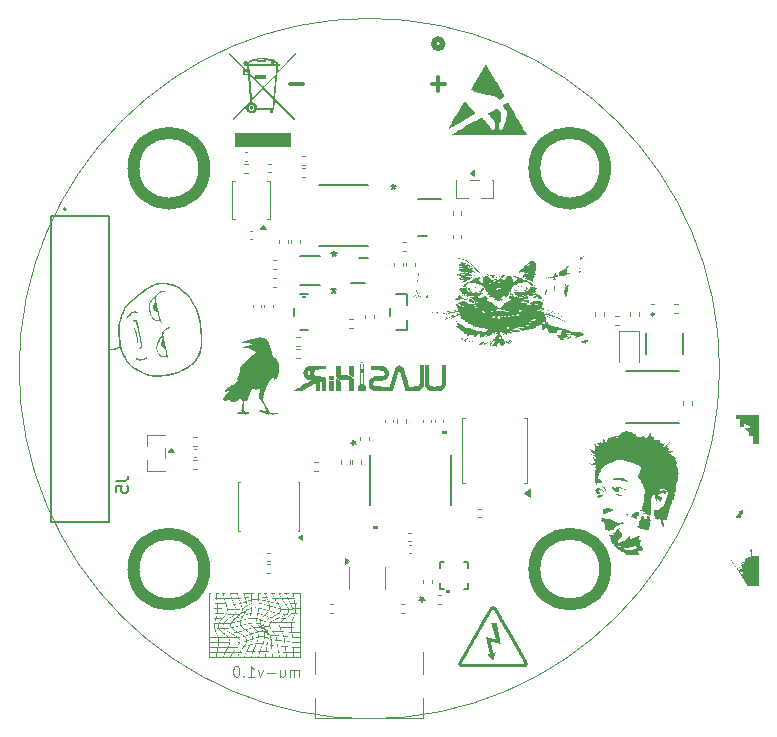
<source format=gbr>
%TF.GenerationSoftware,KiCad,Pcbnew,9.0.6*%
%TF.CreationDate,2026-01-16T15:37:09+00:00*%
%TF.ProjectId,mu,6d752e6b-6963-4616-945f-706362585858,rev?*%
%TF.SameCoordinates,Original*%
%TF.FileFunction,Legend,Bot*%
%TF.FilePolarity,Positive*%
%FSLAX46Y46*%
G04 Gerber Fmt 4.6, Leading zero omitted, Abs format (unit mm)*
G04 Created by KiCad (PCBNEW 9.0.6) date 2026-01-16 15:37:09*
%MOMM*%
%LPD*%
G01*
G04 APERTURE LIST*
%ADD10C,1.000000*%
%ADD11C,0.100000*%
%ADD12C,0.150000*%
%ADD13C,0.300000*%
%ADD14C,0.125000*%
%ADD15C,0.120000*%
%ADD16C,0.127000*%
%ADD17C,0.200000*%
%ADD18C,0.508000*%
%ADD19C,0.152400*%
%ADD20C,0.000000*%
%ADD21C,0.010000*%
G04 APERTURE END LIST*
D10*
X176497065Y-61338524D02*
G75*
G02*
X170497065Y-61338524I-3000000J0D01*
G01*
X170497065Y-61338524D02*
G75*
G02*
X176497065Y-61338524I3000000J0D01*
G01*
X142555939Y-61338524D02*
G75*
G02*
X136555939Y-61338524I-3000000J0D01*
G01*
X136555939Y-61338524D02*
G75*
G02*
X142555939Y-61338524I3000000J0D01*
G01*
D11*
X186178958Y-78309087D02*
G75*
G02*
X126874046Y-78309087I-29652456J0D01*
G01*
X126874046Y-78309087D02*
G75*
G02*
X186178958Y-78309087I29652456J0D01*
G01*
D10*
X142555939Y-95279650D02*
G75*
G02*
X136555939Y-95279650I-3000000J0D01*
G01*
X136555939Y-95279650D02*
G75*
G02*
X142555939Y-95279650I3000000J0D01*
G01*
X176497065Y-95279650D02*
G75*
G02*
X170497065Y-95279650I-3000000J0D01*
G01*
X170497065Y-95279650D02*
G75*
G02*
X176497065Y-95279650I3000000J0D01*
G01*
D12*
X155006217Y-84570917D02*
X155244312Y-84570917D01*
X155149074Y-84332822D02*
X155244312Y-84570917D01*
X155244312Y-84570917D02*
X155149074Y-84809012D01*
X155434788Y-84428060D02*
X155244312Y-84570917D01*
X155244312Y-84570917D02*
X155434788Y-84713774D01*
D13*
X150945489Y-54229400D02*
X149802632Y-54229400D01*
X162945489Y-54229400D02*
X161802632Y-54229400D01*
X162374060Y-54800828D02*
X162374060Y-53657971D01*
D14*
X150566697Y-104383357D02*
X150566697Y-103783357D01*
X150566697Y-103869071D02*
X150523840Y-103826214D01*
X150523840Y-103826214D02*
X150438125Y-103783357D01*
X150438125Y-103783357D02*
X150309554Y-103783357D01*
X150309554Y-103783357D02*
X150223840Y-103826214D01*
X150223840Y-103826214D02*
X150180983Y-103911928D01*
X150180983Y-103911928D02*
X150180983Y-104383357D01*
X150180983Y-103911928D02*
X150138125Y-103826214D01*
X150138125Y-103826214D02*
X150052411Y-103783357D01*
X150052411Y-103783357D02*
X149923840Y-103783357D01*
X149923840Y-103783357D02*
X149838125Y-103826214D01*
X149838125Y-103826214D02*
X149795268Y-103911928D01*
X149795268Y-103911928D02*
X149795268Y-104383357D01*
X148980983Y-103783357D02*
X148980983Y-104383357D01*
X149366697Y-103783357D02*
X149366697Y-104254785D01*
X149366697Y-104254785D02*
X149323840Y-104340500D01*
X149323840Y-104340500D02*
X149238125Y-104383357D01*
X149238125Y-104383357D02*
X149109554Y-104383357D01*
X149109554Y-104383357D02*
X149023840Y-104340500D01*
X149023840Y-104340500D02*
X148980983Y-104297642D01*
X148552411Y-104040500D02*
X147866697Y-104040500D01*
X147523839Y-103783357D02*
X147309553Y-104383357D01*
X147309553Y-104383357D02*
X147095268Y-103783357D01*
X146280982Y-104383357D02*
X146795268Y-104383357D01*
X146538125Y-104383357D02*
X146538125Y-103483357D01*
X146538125Y-103483357D02*
X146623839Y-103611928D01*
X146623839Y-103611928D02*
X146709554Y-103697642D01*
X146709554Y-103697642D02*
X146795268Y-103740500D01*
X145895268Y-104297642D02*
X145852411Y-104340500D01*
X145852411Y-104340500D02*
X145895268Y-104383357D01*
X145895268Y-104383357D02*
X145938125Y-104340500D01*
X145938125Y-104340500D02*
X145895268Y-104297642D01*
X145895268Y-104297642D02*
X145895268Y-104383357D01*
X145295268Y-103483357D02*
X145209554Y-103483357D01*
X145209554Y-103483357D02*
X145123840Y-103526214D01*
X145123840Y-103526214D02*
X145080983Y-103569071D01*
X145080983Y-103569071D02*
X145038125Y-103654785D01*
X145038125Y-103654785D02*
X144995268Y-103826214D01*
X144995268Y-103826214D02*
X144995268Y-104040500D01*
X144995268Y-104040500D02*
X145038125Y-104211928D01*
X145038125Y-104211928D02*
X145080983Y-104297642D01*
X145080983Y-104297642D02*
X145123840Y-104340500D01*
X145123840Y-104340500D02*
X145209554Y-104383357D01*
X145209554Y-104383357D02*
X145295268Y-104383357D01*
X145295268Y-104383357D02*
X145380983Y-104340500D01*
X145380983Y-104340500D02*
X145423840Y-104297642D01*
X145423840Y-104297642D02*
X145466697Y-104211928D01*
X145466697Y-104211928D02*
X145509554Y-104040500D01*
X145509554Y-104040500D02*
X145509554Y-103826214D01*
X145509554Y-103826214D02*
X145466697Y-103654785D01*
X145466697Y-103654785D02*
X145423840Y-103569071D01*
X145423840Y-103569071D02*
X145380983Y-103526214D01*
X145380983Y-103526214D02*
X145295268Y-103483357D01*
D12*
X158558879Y-62679154D02*
X158558879Y-62917249D01*
X158796974Y-62822011D02*
X158558879Y-62917249D01*
X158558879Y-62917249D02*
X158320784Y-62822011D01*
X158701736Y-63107725D02*
X158558879Y-62917249D01*
X158558879Y-62917249D02*
X158416022Y-63107725D01*
X161000000Y-98045180D02*
X161000000Y-97807085D01*
X160761905Y-97902323D02*
X161000000Y-97807085D01*
X161000000Y-97807085D02*
X161238095Y-97902323D01*
X160857143Y-97616609D02*
X161000000Y-97807085D01*
X161000000Y-97807085D02*
X161142857Y-97616609D01*
X153551288Y-68381466D02*
X153551288Y-68619561D01*
X153789383Y-68524323D02*
X153551288Y-68619561D01*
X153551288Y-68619561D02*
X153313193Y-68524323D01*
X153694145Y-68810037D02*
X153551288Y-68619561D01*
X153551288Y-68619561D02*
X153408431Y-68810037D01*
X153499999Y-71454819D02*
X153499999Y-71692914D01*
X153738094Y-71597676D02*
X153499999Y-71692914D01*
X153499999Y-71692914D02*
X153261904Y-71597676D01*
X153642856Y-71883390D02*
X153499999Y-71692914D01*
X153499999Y-71692914D02*
X153357142Y-71883390D01*
X135104634Y-87800958D02*
X135818919Y-87800958D01*
X135818919Y-87800958D02*
X135961776Y-87753339D01*
X135961776Y-87753339D02*
X136057015Y-87658101D01*
X136057015Y-87658101D02*
X136104634Y-87515244D01*
X136104634Y-87515244D02*
X136104634Y-87420006D01*
X135104634Y-88753339D02*
X135104634Y-88277149D01*
X135104634Y-88277149D02*
X135580824Y-88229530D01*
X135580824Y-88229530D02*
X135533205Y-88277149D01*
X135533205Y-88277149D02*
X135485586Y-88372387D01*
X135485586Y-88372387D02*
X135485586Y-88610482D01*
X135485586Y-88610482D02*
X135533205Y-88705720D01*
X135533205Y-88705720D02*
X135580824Y-88753339D01*
X135580824Y-88753339D02*
X135676062Y-88800958D01*
X135676062Y-88800958D02*
X135914157Y-88800958D01*
X135914157Y-88800958D02*
X136009395Y-88753339D01*
X136009395Y-88753339D02*
X136057015Y-88705720D01*
X136057015Y-88705720D02*
X136104634Y-88610482D01*
X136104634Y-88610482D02*
X136104634Y-88372387D01*
X136104634Y-88372387D02*
X136057015Y-88277149D01*
X136057015Y-88277149D02*
X136009395Y-88229530D01*
D15*
%TO.C,R2*%
X182663641Y-73592000D02*
X182356359Y-73592000D01*
X182663641Y-72832000D02*
X182356359Y-72832000D01*
D16*
%TO.C,U2*%
X179930000Y-75332000D02*
X179930000Y-77092000D01*
X183070000Y-75332000D02*
X183070000Y-77092000D01*
D17*
X180600000Y-73712000D02*
G75*
G02*
X180400000Y-73712000I-100000J0D01*
G01*
X180400000Y-73712000D02*
G75*
G02*
X180600000Y-73712000I100000J0D01*
G01*
D15*
%TO.C,R4*%
X177336359Y-74592000D02*
X177643641Y-74592000D01*
X177336359Y-73832000D02*
X177643641Y-73832000D01*
%TO.C,D1*%
X177650000Y-75102000D02*
X177650000Y-77762000D01*
X177650000Y-75102000D02*
X179350000Y-75102000D01*
X179350000Y-75102000D02*
X179350000Y-77762000D01*
%TO.C,C10*%
X175620000Y-73855641D02*
X175620000Y-73548359D01*
X176380000Y-73855641D02*
X176380000Y-73548359D01*
%TO.C,C7*%
X183120000Y-81058359D02*
X183120000Y-81365641D01*
X183880000Y-81058359D02*
X183880000Y-81365641D01*
D18*
%TO.C,J4*%
X162735701Y-50799998D02*
G75*
G02*
X161973701Y-50799998I-381000J0D01*
G01*
X161973701Y-50799998D02*
G75*
G02*
X162735701Y-50799998I381000J0D01*
G01*
D19*
%TO.C,L1*%
X178277500Y-78489500D02*
X182722500Y-78489500D01*
X182722500Y-82934500D02*
X178277500Y-82934500D01*
D15*
%TO.C,C4*%
X178620000Y-73855641D02*
X178620000Y-73548359D01*
X179380000Y-73855641D02*
X179380000Y-73548359D01*
%TO.C,R1*%
X180653641Y-73592000D02*
X180346359Y-73592000D01*
X180653641Y-72832000D02*
X180346359Y-72832000D01*
%TO.C,R9*%
X148346359Y-69120000D02*
X148653641Y-69120000D01*
X148346359Y-69880000D02*
X148653641Y-69880000D01*
D19*
%TO.C,U13*%
X152279400Y-62786900D02*
X156445000Y-62786900D01*
X156445000Y-67943100D02*
X152279400Y-67943100D01*
D15*
%TO.C,C20*%
X145987164Y-59976000D02*
X146202836Y-59976000D01*
X145987164Y-60696000D02*
X146202836Y-60696000D01*
%TO.C,C16*%
X163590001Y-67232837D02*
X163590001Y-67017165D01*
X164310001Y-67232837D02*
X164310001Y-67017165D01*
%TO.C,R17*%
X141616359Y-84070000D02*
X141923641Y-84070000D01*
X141616359Y-84830000D02*
X141923641Y-84830000D01*
%TO.C,C27*%
X159640000Y-69392164D02*
X159640000Y-69607836D01*
X160360000Y-69392164D02*
X160360000Y-69607836D01*
%TO.C,C17*%
X165962763Y-90181073D02*
X165747091Y-90181073D01*
X165962763Y-90901073D02*
X165747091Y-90901073D01*
%TO.C,C6*%
X147640000Y-72892164D02*
X147640000Y-73107836D01*
X148360000Y-72892164D02*
X148360000Y-73107836D01*
D20*
%TO.C,REF\u002A\u002A*%
G36*
X149874583Y-59534898D02*
G01*
X145183171Y-59534898D01*
X145183171Y-58392503D01*
X149874583Y-58392503D01*
X149874583Y-59534898D01*
G37*
G36*
X146567584Y-56069691D02*
G01*
X146575584Y-56070300D01*
X146583467Y-56071301D01*
X146591224Y-56072687D01*
X146598845Y-56074446D01*
X146606320Y-56076569D01*
X146613639Y-56079045D01*
X146620793Y-56081866D01*
X146627771Y-56085021D01*
X146634563Y-56088500D01*
X146641160Y-56092293D01*
X146647551Y-56096391D01*
X146653727Y-56100783D01*
X146659678Y-56105459D01*
X146665394Y-56110411D01*
X146670865Y-56115627D01*
X146676081Y-56121097D01*
X146681032Y-56126813D01*
X146685709Y-56132764D01*
X146690101Y-56138940D01*
X146694198Y-56145332D01*
X146697991Y-56151928D01*
X146701470Y-56158721D01*
X146704625Y-56165698D01*
X146707446Y-56172852D01*
X146709922Y-56180171D01*
X146712045Y-56187646D01*
X146713804Y-56195267D01*
X146715190Y-56203024D01*
X146716191Y-56210907D01*
X146716800Y-56218907D01*
X146717005Y-56227013D01*
X146716800Y-56235118D01*
X146716191Y-56243118D01*
X146715190Y-56251001D01*
X146713804Y-56258758D01*
X146712045Y-56266378D01*
X146709922Y-56273853D01*
X146707446Y-56281172D01*
X146704625Y-56288325D01*
X146701470Y-56295302D01*
X146697991Y-56302093D01*
X146694198Y-56308690D01*
X146690101Y-56315080D01*
X146685709Y-56321256D01*
X146681032Y-56327206D01*
X146676081Y-56332921D01*
X146670865Y-56338392D01*
X146665394Y-56343607D01*
X146659678Y-56348558D01*
X146653727Y-56353234D01*
X146647551Y-56357625D01*
X146641160Y-56361722D01*
X146634563Y-56365515D01*
X146627771Y-56368993D01*
X146620793Y-56372147D01*
X146613639Y-56374967D01*
X146606320Y-56377444D01*
X146598845Y-56379566D01*
X146591224Y-56381325D01*
X146583467Y-56382710D01*
X146575584Y-56383712D01*
X146567584Y-56384320D01*
X146559478Y-56384525D01*
X146551373Y-56384320D01*
X146543373Y-56383712D01*
X146535490Y-56382710D01*
X146527733Y-56381325D01*
X146520112Y-56379566D01*
X146512637Y-56377444D01*
X146505318Y-56374968D01*
X146498164Y-56372147D01*
X146491187Y-56368993D01*
X146484394Y-56365515D01*
X146477798Y-56361722D01*
X146471406Y-56357625D01*
X146465230Y-56353234D01*
X146459279Y-56348558D01*
X146453563Y-56343607D01*
X146448093Y-56338392D01*
X146442877Y-56332921D01*
X146437925Y-56327206D01*
X146433249Y-56321256D01*
X146428857Y-56315081D01*
X146424759Y-56308690D01*
X146420966Y-56302094D01*
X146417487Y-56295302D01*
X146414332Y-56288325D01*
X146411512Y-56281172D01*
X146409035Y-56273853D01*
X146406912Y-56266378D01*
X146405153Y-56258758D01*
X146403768Y-56251001D01*
X146402766Y-56243118D01*
X146402157Y-56235118D01*
X146401952Y-56227013D01*
X146402157Y-56218907D01*
X146402766Y-56210907D01*
X146403768Y-56203024D01*
X146405153Y-56195267D01*
X146406912Y-56187646D01*
X146409035Y-56180171D01*
X146411512Y-56172852D01*
X146414332Y-56165698D01*
X146417487Y-56158720D01*
X146420966Y-56151928D01*
X146424759Y-56145332D01*
X146428857Y-56138940D01*
X146433249Y-56132764D01*
X146437925Y-56126813D01*
X146442877Y-56121097D01*
X146448093Y-56115626D01*
X146453563Y-56110410D01*
X146459279Y-56105459D01*
X146465230Y-56100783D01*
X146471406Y-56096391D01*
X146477798Y-56092293D01*
X146484394Y-56088500D01*
X146491187Y-56085021D01*
X146498164Y-56081866D01*
X146505318Y-56079045D01*
X146512637Y-56076569D01*
X146520112Y-56074446D01*
X146527733Y-56072687D01*
X146535490Y-56071301D01*
X146543373Y-56070300D01*
X146551373Y-56069691D01*
X146559478Y-56069486D01*
X146567584Y-56069691D01*
G37*
G36*
X148643205Y-52274139D02*
G01*
X148665375Y-52291184D01*
X148686532Y-52308974D01*
X148706631Y-52327524D01*
X148725624Y-52346848D01*
X148743468Y-52366963D01*
X148760115Y-52387883D01*
X148775520Y-52409623D01*
X148789637Y-52432199D01*
X148802421Y-52455626D01*
X148813826Y-52479920D01*
X148815697Y-52484314D01*
X148817455Y-52488588D01*
X148819106Y-52492739D01*
X148820650Y-52496763D01*
X148822092Y-52500657D01*
X148823435Y-52504417D01*
X148824681Y-52508040D01*
X148825831Y-52511508D01*
X148825835Y-52511522D01*
X148997462Y-52511522D01*
X148997462Y-52673447D01*
X148802396Y-52673447D01*
X148801820Y-52680154D01*
X148761011Y-53154553D01*
X150331724Y-51500327D01*
X150331724Y-51684854D01*
X148743294Y-53360441D01*
X148727075Y-53548989D01*
X148563301Y-55452903D01*
X148584053Y-55474021D01*
X150232990Y-57152009D01*
X150137967Y-57245386D01*
X148548390Y-55626230D01*
X148484322Y-56370910D01*
X148483951Y-56374190D01*
X148483405Y-56377455D01*
X148482690Y-56380701D01*
X148481811Y-56383922D01*
X148480774Y-56387115D01*
X148479584Y-56390273D01*
X148478246Y-56393392D01*
X148476766Y-56396467D01*
X148475149Y-56399493D01*
X148473400Y-56402466D01*
X148469529Y-56408229D01*
X148465196Y-56413719D01*
X148460443Y-56418895D01*
X148455314Y-56423719D01*
X148449851Y-56428150D01*
X148444097Y-56432150D01*
X148438095Y-56435679D01*
X148435015Y-56437255D01*
X148431889Y-56438698D01*
X148428722Y-56440004D01*
X148425520Y-56441168D01*
X148422288Y-56442185D01*
X148419032Y-56443049D01*
X148415757Y-56443757D01*
X148412467Y-56444302D01*
X148412467Y-56688553D01*
X148112407Y-56688553D01*
X148112407Y-56444923D01*
X146971915Y-56444923D01*
X146956355Y-56472068D01*
X146939066Y-56498029D01*
X146920127Y-56522730D01*
X146899616Y-56546091D01*
X146877612Y-56568035D01*
X146854193Y-56588482D01*
X146829437Y-56607354D01*
X146803424Y-56624572D01*
X146776232Y-56640059D01*
X146747939Y-56653736D01*
X146718624Y-56665523D01*
X146688365Y-56675344D01*
X146657242Y-56683119D01*
X146625331Y-56688769D01*
X146592713Y-56692217D01*
X146559466Y-56693384D01*
X146535466Y-56692777D01*
X146511782Y-56690976D01*
X146488442Y-56688010D01*
X146465476Y-56683909D01*
X146442912Y-56678702D01*
X146420781Y-56672418D01*
X146399112Y-56665086D01*
X146377933Y-56656736D01*
X146357275Y-56647397D01*
X146337166Y-56637098D01*
X146317635Y-56625869D01*
X146298713Y-56613738D01*
X146280428Y-56600736D01*
X146262810Y-56586891D01*
X146245888Y-56572233D01*
X146229691Y-56556791D01*
X146214249Y-56540595D01*
X146199591Y-56523673D01*
X146185746Y-56506055D01*
X146172743Y-56487771D01*
X146160612Y-56468849D01*
X146149383Y-56449318D01*
X146139084Y-56429209D01*
X146129744Y-56408551D01*
X146121393Y-56387372D01*
X146114061Y-56365702D01*
X146107777Y-56343570D01*
X146102569Y-56321006D01*
X146098468Y-56298039D01*
X146095502Y-56274698D01*
X146093701Y-56251013D01*
X146093094Y-56227013D01*
X146316929Y-56227013D01*
X146317244Y-56239494D01*
X146318181Y-56251811D01*
X146319724Y-56263950D01*
X146321857Y-56275894D01*
X146324565Y-56287628D01*
X146327834Y-56299138D01*
X146331647Y-56310408D01*
X146335990Y-56321422D01*
X146340848Y-56332166D01*
X146346204Y-56342625D01*
X146352045Y-56352782D01*
X146358354Y-56362623D01*
X146365116Y-56372132D01*
X146372317Y-56381295D01*
X146379940Y-56390096D01*
X146387972Y-56398520D01*
X146396395Y-56406551D01*
X146405196Y-56414175D01*
X146414359Y-56421375D01*
X146423869Y-56428138D01*
X146433710Y-56434447D01*
X146443867Y-56440287D01*
X146454325Y-56445644D01*
X146465069Y-56450501D01*
X146476084Y-56454844D01*
X146487353Y-56458658D01*
X146498863Y-56461926D01*
X146510598Y-56464635D01*
X146522542Y-56466768D01*
X146534680Y-56468310D01*
X146546998Y-56469247D01*
X146559479Y-56469563D01*
X146571961Y-56469247D01*
X146584280Y-56468310D01*
X146596419Y-56466768D01*
X146608364Y-56464635D01*
X146620099Y-56461926D01*
X146631609Y-56458658D01*
X146642879Y-56454844D01*
X146653894Y-56450501D01*
X146664638Y-56445644D01*
X146675097Y-56440287D01*
X146685254Y-56434447D01*
X146695095Y-56428138D01*
X146704605Y-56421375D01*
X146713767Y-56414175D01*
X146722568Y-56406551D01*
X146730991Y-56398520D01*
X146739022Y-56390096D01*
X146746645Y-56381295D01*
X146753846Y-56372132D01*
X146760608Y-56362623D01*
X146766917Y-56352782D01*
X146772757Y-56342625D01*
X146778113Y-56332166D01*
X146782970Y-56321422D01*
X146787312Y-56310408D01*
X146791125Y-56299138D01*
X146794394Y-56287628D01*
X146797102Y-56275894D01*
X146799235Y-56263950D01*
X146800777Y-56251811D01*
X146801714Y-56239494D01*
X146802029Y-56227013D01*
X146801714Y-56214530D01*
X146800777Y-56202212D01*
X146799235Y-56190073D01*
X146797102Y-56178128D01*
X146794394Y-56166392D01*
X146791125Y-56154882D01*
X146787312Y-56143612D01*
X146782970Y-56132597D01*
X146778113Y-56121853D01*
X146772756Y-56111395D01*
X146766916Y-56101237D01*
X146760608Y-56091396D01*
X146753846Y-56081887D01*
X146746645Y-56072724D01*
X146739022Y-56063924D01*
X146730991Y-56055500D01*
X146722568Y-56047469D01*
X146713767Y-56039846D01*
X146704604Y-56032646D01*
X146695095Y-56025884D01*
X146685254Y-56019575D01*
X146675097Y-56013735D01*
X146664638Y-56008379D01*
X146653894Y-56003522D01*
X146642879Y-55999179D01*
X146631609Y-55995366D01*
X146620099Y-55992098D01*
X146608364Y-55989390D01*
X146596419Y-55987257D01*
X146584280Y-55985714D01*
X146571961Y-55984778D01*
X146559479Y-55984462D01*
X146546998Y-55984778D01*
X146534680Y-55985714D01*
X146522542Y-55987257D01*
X146510598Y-55989390D01*
X146498863Y-55992098D01*
X146487353Y-55995366D01*
X146476084Y-55999179D01*
X146465069Y-56003522D01*
X146454325Y-56008379D01*
X146443867Y-56013735D01*
X146433710Y-56019575D01*
X146423869Y-56025884D01*
X146414359Y-56032646D01*
X146405196Y-56039846D01*
X146396395Y-56047469D01*
X146387972Y-56055500D01*
X146379940Y-56063924D01*
X146372317Y-56072724D01*
X146365116Y-56081887D01*
X146358354Y-56091396D01*
X146352045Y-56101237D01*
X146346204Y-56111395D01*
X146340848Y-56121853D01*
X146335990Y-56132597D01*
X146331647Y-56143612D01*
X146327834Y-56154882D01*
X146324565Y-56166392D01*
X146321857Y-56178128D01*
X146319724Y-56190073D01*
X146318181Y-56202212D01*
X146317244Y-56214530D01*
X146316929Y-56227013D01*
X146093094Y-56227013D01*
X146093198Y-56217100D01*
X146093506Y-56207238D01*
X146094018Y-56197429D01*
X146094730Y-56187675D01*
X146095641Y-56177978D01*
X146096749Y-56168340D01*
X146098051Y-56158763D01*
X146099544Y-56149248D01*
X145076435Y-57228505D01*
X144979793Y-57136788D01*
X146419546Y-55620482D01*
X146600810Y-55620482D01*
X146614169Y-55763799D01*
X146635745Y-55766831D01*
X146656994Y-55770835D01*
X146677891Y-55775789D01*
X146698414Y-55781668D01*
X146718538Y-55788450D01*
X146738242Y-55796111D01*
X146757500Y-55804627D01*
X146776291Y-55813975D01*
X146794589Y-55824131D01*
X146812373Y-55835073D01*
X146829618Y-55846777D01*
X146846301Y-55859219D01*
X146862399Y-55872376D01*
X146877887Y-55886224D01*
X146892744Y-55900740D01*
X146906945Y-55915901D01*
X146920466Y-55931683D01*
X146933285Y-55948062D01*
X146945378Y-55965016D01*
X146956722Y-55982521D01*
X146967293Y-56000553D01*
X146977068Y-56019089D01*
X146986022Y-56038105D01*
X146994134Y-56057579D01*
X147001379Y-56077487D01*
X147007734Y-56097804D01*
X147013176Y-56118509D01*
X147017681Y-56139576D01*
X147021226Y-56160984D01*
X147023786Y-56182708D01*
X147025340Y-56204726D01*
X147025863Y-56227013D01*
X147025810Y-56234105D01*
X147025652Y-56241172D01*
X147025389Y-56248214D01*
X147025023Y-56255230D01*
X147024555Y-56262218D01*
X147023985Y-56269178D01*
X147023314Y-56276110D01*
X147022544Y-56283011D01*
X148329386Y-56283011D01*
X148398974Y-55474021D01*
X147554805Y-54614145D01*
X146600810Y-55620482D01*
X146419546Y-55620482D01*
X146436510Y-55602616D01*
X146239582Y-53489657D01*
X146402236Y-53489657D01*
X146584617Y-55446656D01*
X147463452Y-54521092D01*
X147461108Y-54518704D01*
X147645281Y-54518704D01*
X147647628Y-54521092D01*
X148413857Y-55300829D01*
X148564555Y-53548989D01*
X147645281Y-54518704D01*
X147461108Y-54518704D01*
X146420223Y-53458433D01*
X146420223Y-53489657D01*
X146402236Y-53489657D01*
X146239582Y-53489657D01*
X145870785Y-53489657D01*
X145870785Y-53070676D01*
X146012496Y-53070676D01*
X146012496Y-53344059D01*
X146226035Y-53344059D01*
X146217439Y-53251897D01*
X146039524Y-53070676D01*
X146012496Y-53070676D01*
X145870785Y-53070676D01*
X145870785Y-52925051D01*
X145896571Y-52925051D01*
X144657778Y-51663210D01*
X144657778Y-51478589D01*
X146079210Y-52925065D01*
X146186971Y-52925065D01*
X146164133Y-52680154D01*
X146326806Y-52680154D01*
X146349624Y-52925079D01*
X146420223Y-52925079D01*
X146420223Y-53272070D01*
X146490968Y-53344059D01*
X146811461Y-53670190D01*
X146811461Y-53482964D01*
X147803265Y-53482964D01*
X147803265Y-53806814D01*
X146945710Y-53806814D01*
X147553968Y-54425772D01*
X148582300Y-53342764D01*
X148639297Y-52680154D01*
X146326806Y-52680154D01*
X146164133Y-52680154D01*
X146163693Y-52675431D01*
X146158836Y-52677408D01*
X146153921Y-52679269D01*
X146148950Y-52681013D01*
X146143924Y-52682639D01*
X146138845Y-52684144D01*
X146133715Y-52685527D01*
X146128535Y-52686786D01*
X146123307Y-52687919D01*
X146118033Y-52688925D01*
X146112715Y-52689803D01*
X146107353Y-52690550D01*
X146101951Y-52691165D01*
X146096509Y-52691646D01*
X146091030Y-52691992D01*
X146085515Y-52692201D01*
X146079965Y-52692271D01*
X146068854Y-52691990D01*
X146057890Y-52691156D01*
X146047084Y-52689783D01*
X146036452Y-52687884D01*
X146026006Y-52685473D01*
X146015761Y-52682564D01*
X146005729Y-52679169D01*
X145995924Y-52675303D01*
X145986361Y-52670979D01*
X145977052Y-52666211D01*
X145968010Y-52661012D01*
X145959251Y-52655396D01*
X145950786Y-52649377D01*
X145942630Y-52642967D01*
X145934796Y-52636181D01*
X145927298Y-52629032D01*
X145920150Y-52621534D01*
X145913364Y-52613700D01*
X145906955Y-52605544D01*
X145900936Y-52597079D01*
X145895320Y-52588319D01*
X145890122Y-52579278D01*
X145885354Y-52569969D01*
X145881031Y-52560406D01*
X145877165Y-52550601D01*
X145873771Y-52540570D01*
X145870862Y-52530325D01*
X145868451Y-52519880D01*
X145866958Y-52511522D01*
X146333162Y-52511522D01*
X148214784Y-52511522D01*
X148214784Y-52364170D01*
X148491487Y-52364170D01*
X148491487Y-52511508D01*
X148652710Y-52511508D01*
X148646535Y-52500541D01*
X148639776Y-52489821D01*
X148632448Y-52479346D01*
X148624565Y-52469113D01*
X148616139Y-52459119D01*
X148607183Y-52449361D01*
X148597713Y-52439836D01*
X148587740Y-52430543D01*
X148577278Y-52421477D01*
X148566341Y-52412637D01*
X148554942Y-52404019D01*
X148543094Y-52395621D01*
X148530811Y-52387440D01*
X148518107Y-52379473D01*
X148504994Y-52371717D01*
X148491487Y-52364170D01*
X148214784Y-52364170D01*
X148214784Y-52265234D01*
X148161000Y-52253247D01*
X148106253Y-52242550D01*
X148050879Y-52233077D01*
X147995209Y-52224760D01*
X147939578Y-52217530D01*
X147884319Y-52211321D01*
X147829765Y-52206064D01*
X147776251Y-52201692D01*
X147776251Y-52207926D01*
X147776251Y-52369851D01*
X146980133Y-52369851D01*
X146980133Y-52218723D01*
X146926554Y-52226191D01*
X146873250Y-52234775D01*
X146820549Y-52244546D01*
X146768765Y-52255574D01*
X146718212Y-52267928D01*
X146669204Y-52281679D01*
X146622055Y-52296898D01*
X146577078Y-52313655D01*
X146534588Y-52332020D01*
X146494899Y-52352064D01*
X146476203Y-52362737D01*
X146458325Y-52373857D01*
X146441304Y-52385431D01*
X146425179Y-52397469D01*
X146409990Y-52409980D01*
X146395776Y-52422972D01*
X146382576Y-52436454D01*
X146370429Y-52450434D01*
X146359375Y-52464923D01*
X146349453Y-52479928D01*
X146340702Y-52495458D01*
X146333162Y-52511522D01*
X145866958Y-52511522D01*
X145866552Y-52509248D01*
X145865180Y-52498444D01*
X145864346Y-52487480D01*
X145864065Y-52476371D01*
X145864346Y-52465260D01*
X145865180Y-52454295D01*
X145866552Y-52443490D01*
X145868451Y-52432858D01*
X145870862Y-52422412D01*
X145873771Y-52412167D01*
X145877165Y-52402135D01*
X145881031Y-52392330D01*
X145885354Y-52382767D01*
X145890122Y-52373457D01*
X145895320Y-52364416D01*
X145900936Y-52355656D01*
X145906955Y-52347192D01*
X145913364Y-52339036D01*
X145920150Y-52331202D01*
X145927298Y-52323704D01*
X145934796Y-52316556D01*
X145942630Y-52309770D01*
X145950786Y-52303361D01*
X145959251Y-52297342D01*
X145968010Y-52291726D01*
X145977052Y-52286528D01*
X145986361Y-52281760D01*
X145995924Y-52277436D01*
X146005729Y-52273571D01*
X146015761Y-52270177D01*
X146026006Y-52267268D01*
X146036452Y-52264857D01*
X146047084Y-52262958D01*
X146057890Y-52261585D01*
X146068854Y-52260752D01*
X146079965Y-52260471D01*
X146092802Y-52260846D01*
X146105441Y-52261958D01*
X146117861Y-52263786D01*
X146130041Y-52266309D01*
X146141961Y-52269505D01*
X146153598Y-52273354D01*
X146164933Y-52277835D01*
X146175944Y-52282926D01*
X146186610Y-52288607D01*
X146196911Y-52294857D01*
X146206824Y-52301654D01*
X146216329Y-52308978D01*
X146225406Y-52316808D01*
X146234032Y-52325122D01*
X146242188Y-52333900D01*
X146249851Y-52343120D01*
X146279311Y-52311683D01*
X146311987Y-52282359D01*
X146347654Y-52255075D01*
X146386084Y-52229762D01*
X146427049Y-52206348D01*
X146470325Y-52184762D01*
X146515682Y-52164933D01*
X146562894Y-52146791D01*
X146601628Y-52133684D01*
X147142085Y-52133684D01*
X147142085Y-52207926D01*
X147614353Y-52207926D01*
X147614353Y-52133684D01*
X147142085Y-52133684D01*
X146601628Y-52133684D01*
X146611735Y-52130264D01*
X146661977Y-52115281D01*
X146713394Y-52101772D01*
X146765758Y-52089665D01*
X146818842Y-52078889D01*
X146872419Y-52069374D01*
X146980133Y-52053843D01*
X146980133Y-51971772D01*
X147776251Y-51971772D01*
X147776251Y-52035894D01*
X147829942Y-52039753D01*
X147884393Y-52044516D01*
X147939384Y-52050256D01*
X147994698Y-52057048D01*
X148050114Y-52064963D01*
X148105413Y-52074075D01*
X148160376Y-52084458D01*
X148214784Y-52096184D01*
X148214784Y-52079628D01*
X148491474Y-52079628D01*
X148491474Y-52186646D01*
X148518761Y-52199545D01*
X148545310Y-52213097D01*
X148571074Y-52227317D01*
X148596009Y-52242220D01*
X148620068Y-52257822D01*
X148630578Y-52265234D01*
X148643205Y-52274139D01*
G37*
D15*
%TO.C,C8*%
X161039970Y-82853517D02*
X161039970Y-82637845D01*
X161759970Y-82853517D02*
X161759970Y-82637845D01*
%TO.C,RF1*%
X150346359Y-75620000D02*
X150653641Y-75620000D01*
X150346359Y-76380000D02*
X150653641Y-76380000D01*
%TO.C,R5*%
X158877121Y-82879377D02*
X158877121Y-82572095D01*
X159637121Y-82879377D02*
X159637121Y-82572095D01*
%TO.C,C5*%
X146640000Y-72892164D02*
X146640000Y-73107836D01*
X147360000Y-72892164D02*
X147360000Y-73107836D01*
%TO.C,D2*%
X163840001Y-62302501D02*
X163840001Y-63822501D01*
X163840001Y-63822501D02*
X164840001Y-63822501D01*
X163890001Y-62302501D02*
X163840001Y-62302501D01*
X165790001Y-62302501D02*
X165010001Y-62302501D01*
X165960001Y-63822501D02*
X166960001Y-63822501D01*
X166960001Y-62302501D02*
X166910001Y-62302501D01*
X166960001Y-63822501D02*
X166960001Y-62302501D01*
X165350001Y-62002501D02*
X165020001Y-61762501D01*
X165350001Y-61522501D01*
X165350001Y-62002501D01*
G36*
X165350001Y-62002501D02*
G01*
X165020001Y-61762501D01*
X165350001Y-61522501D01*
X165350001Y-62002501D01*
G37*
D17*
%TO.C,U4*%
X161399999Y-67049999D02*
X160624997Y-67049999D01*
X162625001Y-63950001D02*
X160650001Y-63950001D01*
D20*
%TO.C,G\u002A\u002A\u002A*%
G36*
X185357181Y-93459544D02*
G01*
X185351517Y-93465209D01*
X185345852Y-93459544D01*
X185351517Y-93453880D01*
X185357181Y-93459544D01*
G37*
G36*
X188132828Y-95883987D02*
G01*
X188127163Y-95889651D01*
X188121499Y-95883987D01*
X188127163Y-95878322D01*
X188132828Y-95883987D01*
G37*
G36*
X175716057Y-85919982D02*
G01*
X175715240Y-85925979D01*
X175708504Y-85927534D01*
X175707148Y-85925874D01*
X175708504Y-85912429D01*
X175711912Y-85910656D01*
X175716057Y-85919982D01*
G37*
G36*
X182283200Y-85697175D02*
G01*
X182284972Y-85700582D01*
X182275647Y-85704727D01*
X182269649Y-85703910D01*
X182268094Y-85697175D01*
X182269755Y-85695819D01*
X182283200Y-85697175D01*
G37*
G36*
X186909277Y-94212934D02*
G01*
X186908460Y-94218932D01*
X186901725Y-94220487D01*
X186900369Y-94218827D01*
X186901725Y-94205381D01*
X186905132Y-94203609D01*
X186909277Y-94212934D01*
G37*
G36*
X186999016Y-94342276D02*
G01*
X186998215Y-94353766D01*
X186993066Y-94357145D01*
X186990821Y-94353137D01*
X186992172Y-94335431D01*
X186996250Y-94330187D01*
X186999016Y-94342276D01*
G37*
G36*
X187058681Y-94386462D02*
G01*
X187063925Y-94390540D01*
X187051836Y-94393307D01*
X187040345Y-94392506D01*
X187036967Y-94387356D01*
X187040975Y-94385111D01*
X187058681Y-94386462D01*
G37*
G36*
X187430419Y-94892684D02*
G01*
X187429602Y-94898682D01*
X187422867Y-94900237D01*
X187421511Y-94898577D01*
X187422867Y-94885132D01*
X187426274Y-94883359D01*
X187430419Y-94892684D01*
G37*
G36*
X187959114Y-95530894D02*
G01*
X187960886Y-95534302D01*
X187951561Y-95538447D01*
X187945564Y-95537630D01*
X187944008Y-95530894D01*
X187945669Y-95529539D01*
X187959114Y-95530894D01*
G37*
G36*
X175163081Y-86079868D02*
G01*
X175172257Y-86089919D01*
X175170340Y-86095131D01*
X175155263Y-86101248D01*
X175147446Y-86099970D01*
X175138269Y-86089919D01*
X175140187Y-86084707D01*
X175155263Y-86078590D01*
X175163081Y-86079868D01*
G37*
G36*
X175684778Y-85886323D02*
G01*
X175693399Y-85897323D01*
X175693070Y-85900031D01*
X175682070Y-85908652D01*
X175679362Y-85908323D01*
X175670740Y-85897323D01*
X175671070Y-85894615D01*
X175682070Y-85885994D01*
X175684778Y-85886323D01*
G37*
G36*
X176248528Y-90700937D02*
G01*
X176240975Y-90715997D01*
X176237532Y-90718929D01*
X176222134Y-90722985D01*
X176214541Y-90713433D01*
X176216543Y-90707915D01*
X176231534Y-90696795D01*
X176239269Y-90694955D01*
X176248528Y-90700937D01*
G37*
G36*
X179586755Y-92101411D02*
G01*
X179590633Y-92122702D01*
X179587821Y-92141330D01*
X179579304Y-92151025D01*
X179571853Y-92143993D01*
X179567975Y-92122702D01*
X179570788Y-92104075D01*
X179579304Y-92094379D01*
X179586755Y-92101411D01*
G37*
G36*
X179785849Y-90452085D02*
G01*
X179794558Y-90462979D01*
X179794429Y-90465543D01*
X179789563Y-90474308D01*
X179787745Y-90473787D01*
X179777565Y-90462979D01*
X179775795Y-90458590D01*
X179782561Y-90451650D01*
X179785849Y-90452085D01*
G37*
G36*
X186651681Y-93976753D02*
G01*
X186654371Y-93986351D01*
X186652049Y-93989778D01*
X186643042Y-93997680D01*
X186641403Y-93997147D01*
X186631713Y-93986351D01*
X186630805Y-93980350D01*
X186643042Y-93975022D01*
X186651681Y-93976753D01*
G37*
G36*
X186855251Y-94145395D02*
G01*
X186863961Y-94156288D01*
X186863831Y-94158852D01*
X186858965Y-94167618D01*
X186857148Y-94167096D01*
X186846967Y-94156288D01*
X186845197Y-94151900D01*
X186851963Y-94144959D01*
X186855251Y-94145395D01*
G37*
G36*
X187455910Y-94925227D02*
G01*
X187467710Y-94936820D01*
X187475736Y-94952606D01*
X187475582Y-94955992D01*
X187472530Y-94959715D01*
X187466621Y-94951435D01*
X187452704Y-94932337D01*
X187444521Y-94920926D01*
X187442660Y-94915573D01*
X187455910Y-94925227D01*
G37*
G36*
X178307605Y-93513602D02*
G01*
X178313603Y-93514360D01*
X178316110Y-93516243D01*
X178299161Y-93517554D01*
X178265120Y-93518046D01*
X178251257Y-93517981D01*
X178223000Y-93517170D01*
X178212672Y-93515628D01*
X178222636Y-93513602D01*
X178265065Y-93511769D01*
X178307605Y-93513602D01*
G37*
G36*
X188004965Y-95156497D02*
G01*
X188012564Y-95164498D01*
X188018647Y-95177267D01*
X188008207Y-95187468D01*
X187997606Y-95192762D01*
X187976136Y-95192880D01*
X187966553Y-95177999D01*
X187973994Y-95153255D01*
X187978449Y-95146960D01*
X187988728Y-95143289D01*
X188004965Y-95156497D01*
G37*
G36*
X185440271Y-93474216D02*
G01*
X185464049Y-93476410D01*
X185496565Y-93481753D01*
X185510806Y-93489219D01*
X185509697Y-93499889D01*
X185502998Y-93505179D01*
X185483488Y-93504840D01*
X185463819Y-93498626D01*
X185433417Y-93491275D01*
X185409479Y-93485043D01*
X185398644Y-93478059D01*
X185409153Y-93473841D01*
X185440271Y-93474216D01*
G37*
G36*
X187120393Y-94470645D02*
G01*
X187139859Y-94483473D01*
X187166480Y-94505360D01*
X187196697Y-94537079D01*
X187214856Y-94573885D01*
X187216087Y-94615120D01*
X187213314Y-94618155D01*
X187201392Y-94611060D01*
X187183971Y-94592799D01*
X187165181Y-94568446D01*
X187149153Y-94543070D01*
X187140019Y-94521742D01*
X187131702Y-94498643D01*
X187120283Y-94482618D01*
X187116039Y-94479128D01*
X187113775Y-94469157D01*
X187120393Y-94470645D01*
G37*
G36*
X180833052Y-89354888D02*
G01*
X180848958Y-89369038D01*
X180865145Y-89399293D01*
X180879421Y-89439533D01*
X180889596Y-89483639D01*
X180893479Y-89525490D01*
X180892592Y-89551173D01*
X180887425Y-89572959D01*
X180876494Y-89579304D01*
X180868601Y-89577516D01*
X180859500Y-89563786D01*
X180856742Y-89547754D01*
X180848557Y-89516261D01*
X180836842Y-89477341D01*
X180822459Y-89427444D01*
X180814821Y-89384155D01*
X180818122Y-89360035D01*
X180832349Y-89354722D01*
X180833052Y-89354888D01*
G37*
G36*
X185960198Y-93624469D02*
G01*
X185998755Y-93628163D01*
X186034453Y-93636420D01*
X186060704Y-93647313D01*
X186070919Y-93658913D01*
X186074204Y-93664447D01*
X186091412Y-93669134D01*
X186108202Y-93672506D01*
X186133896Y-93685768D01*
X186145934Y-93695223D01*
X186148386Y-93701519D01*
X186131341Y-93702761D01*
X186115919Y-93701208D01*
X186103018Y-93694258D01*
X186100149Y-93691769D01*
X186080334Y-93682442D01*
X186046217Y-93669593D01*
X186002944Y-93655230D01*
X185964973Y-93643170D01*
X185936904Y-93633389D01*
X185926904Y-93627832D01*
X185932971Y-93625262D01*
X185953104Y-93624442D01*
X185960198Y-93624469D01*
G37*
G36*
X187505384Y-94981772D02*
G01*
X187521040Y-94997654D01*
X187544642Y-95002450D01*
X187552661Y-95001100D01*
X187564158Y-95005160D01*
X187571979Y-95020948D01*
X187577491Y-95052105D01*
X187582058Y-95102274D01*
X187583573Y-95132659D01*
X187582723Y-95149414D01*
X187579586Y-95147261D01*
X187576971Y-95140800D01*
X187561940Y-95114078D01*
X187540879Y-95083881D01*
X187532805Y-95072794D01*
X187516294Y-95044998D01*
X187509724Y-95025401D01*
X187508521Y-95016574D01*
X187498394Y-95000312D01*
X187493091Y-94994828D01*
X187487065Y-94974464D01*
X187487379Y-94968921D01*
X187492336Y-94965901D01*
X187505384Y-94981772D01*
G37*
G36*
X187290695Y-94691351D02*
G01*
X187322702Y-94710282D01*
X187352393Y-94743096D01*
X187374268Y-94784456D01*
X187385993Y-94813929D01*
X187397377Y-94838717D01*
X187403099Y-94850527D01*
X187407761Y-94864208D01*
X187405878Y-94866862D01*
X187390767Y-94870026D01*
X187382808Y-94868025D01*
X187373773Y-94852957D01*
X187373754Y-94852298D01*
X187365098Y-94833149D01*
X187345451Y-94811262D01*
X187343852Y-94809855D01*
X187324924Y-94790041D01*
X187317128Y-94775846D01*
X187312807Y-94765157D01*
X187297280Y-94746734D01*
X187283529Y-94733097D01*
X187261905Y-94708585D01*
X187255030Y-94698963D01*
X187255717Y-94690502D01*
X187275630Y-94688759D01*
X187290695Y-94691351D01*
G37*
G36*
X178369431Y-90608304D02*
G01*
X178373617Y-90608485D01*
X178417166Y-90611207D01*
X178443415Y-90615548D01*
X178457343Y-90622893D01*
X178463925Y-90634630D01*
X178465606Y-90642125D01*
X178461940Y-90676525D01*
X178445204Y-90710231D01*
X178420090Y-90732741D01*
X178401537Y-90739910D01*
X178374496Y-90745441D01*
X178370411Y-90745269D01*
X178346841Y-90738695D01*
X178319621Y-90725953D01*
X178297137Y-90711472D01*
X178287779Y-90699677D01*
X178280638Y-90692815D01*
X178259456Y-90684910D01*
X178250421Y-90682362D01*
X178234059Y-90672535D01*
X178236197Y-90656984D01*
X178256624Y-90631738D01*
X178261705Y-90626497D01*
X178276618Y-90614823D01*
X178295377Y-90608765D01*
X178324232Y-90607025D01*
X178369431Y-90608304D01*
G37*
G36*
X186969612Y-94264980D02*
G01*
X186967993Y-94272677D01*
X186974152Y-94280909D01*
X186979047Y-94282821D01*
X186984805Y-94297903D01*
X186984298Y-94305646D01*
X186980220Y-94314897D01*
X186978800Y-94314740D01*
X186964266Y-94304146D01*
X186949817Y-94284320D01*
X186943265Y-94265669D01*
X186941965Y-94257995D01*
X186929930Y-94244365D01*
X186924571Y-94240611D01*
X186925390Y-94225689D01*
X186925854Y-94225006D01*
X186932022Y-94225006D01*
X186941820Y-94238425D01*
X186945352Y-94242811D01*
X186960412Y-94257365D01*
X186965923Y-94253974D01*
X186961788Y-94248123D01*
X186946097Y-94234147D01*
X186937889Y-94227819D01*
X186932022Y-94225006D01*
X186925854Y-94225006D01*
X186926069Y-94224690D01*
X186939429Y-94220723D01*
X186955771Y-94230232D01*
X186968149Y-94247042D01*
X186968714Y-94253974D01*
X186969612Y-94264980D01*
G37*
G36*
X176285424Y-89019806D02*
G01*
X176280803Y-89037752D01*
X176257695Y-89076475D01*
X176221708Y-89099135D01*
X176215340Y-89101630D01*
X176188271Y-89116680D01*
X176158059Y-89137878D01*
X176157339Y-89138438D01*
X176126465Y-89159711D01*
X176084412Y-89185342D01*
X176040063Y-89209907D01*
X176033970Y-89213091D01*
X175994435Y-89233442D01*
X175968691Y-89244958D01*
X175951106Y-89249058D01*
X175936049Y-89247160D01*
X175917887Y-89240685D01*
X175911497Y-89238067D01*
X175868776Y-89210445D01*
X175839935Y-89173158D01*
X175829349Y-89131597D01*
X175832207Y-89091619D01*
X175844609Y-89064016D01*
X175870691Y-89050448D01*
X175914554Y-89046833D01*
X175966147Y-89043859D01*
X176042958Y-89031058D01*
X176112172Y-89010584D01*
X176133915Y-89004827D01*
X176172054Y-88998365D01*
X176215689Y-88993453D01*
X176291290Y-88987115D01*
X176285424Y-89019806D01*
G37*
G36*
X177540128Y-88945343D02*
G01*
X177550955Y-88947765D01*
X177585922Y-88952761D01*
X177635895Y-88957959D01*
X177695902Y-88962870D01*
X177760972Y-88967008D01*
X177796369Y-88968992D01*
X177864677Y-88973420D01*
X177914312Y-88977919D01*
X177948061Y-88982990D01*
X177968715Y-88989133D01*
X177979062Y-88996848D01*
X177981891Y-89006637D01*
X177972407Y-89027009D01*
X177946088Y-89049134D01*
X177908252Y-89067948D01*
X177902853Y-89069642D01*
X177867804Y-89074781D01*
X177814977Y-89076820D01*
X177748150Y-89075578D01*
X177714755Y-89074036D01*
X177663014Y-89070103D01*
X177623733Y-89063913D01*
X177590163Y-89054210D01*
X177555554Y-89039736D01*
X177508008Y-89016229D01*
X177473472Y-88994403D01*
X177454937Y-88974606D01*
X177449420Y-88954443D01*
X177449620Y-88951159D01*
X177461404Y-88936397D01*
X177491510Y-88934465D01*
X177540128Y-88945343D01*
G37*
G36*
X176267247Y-88258568D02*
G01*
X176284926Y-88268717D01*
X176310655Y-88287632D01*
X176324618Y-88297956D01*
X176353492Y-88315024D01*
X176374266Y-88321766D01*
X176391976Y-88326609D01*
X176415192Y-88343018D01*
X176432383Y-88357598D01*
X176458118Y-88371684D01*
X176469627Y-88378370D01*
X176493048Y-88402686D01*
X176516701Y-88436874D01*
X176535838Y-88473668D01*
X176545717Y-88505805D01*
X176550402Y-88527852D01*
X176557764Y-88544144D01*
X176564176Y-88558907D01*
X176563902Y-88593586D01*
X176553740Y-88642105D01*
X176550821Y-88651453D01*
X176540408Y-88672841D01*
X176530891Y-88678099D01*
X176520953Y-88665797D01*
X176504551Y-88638779D01*
X176485523Y-88603177D01*
X176473055Y-88580796D01*
X176444042Y-88535533D01*
X176408329Y-88485120D01*
X176370971Y-88436897D01*
X176335653Y-88391896D01*
X176301021Y-88343223D01*
X176276222Y-88302763D01*
X176263004Y-88273417D01*
X176263116Y-88258084D01*
X176267247Y-88258568D01*
G37*
G36*
X177676483Y-87534213D02*
G01*
X177771122Y-87545680D01*
X177881321Y-87563353D01*
X178010214Y-87587165D01*
X178028041Y-87590661D01*
X178082677Y-87602671D01*
X178121063Y-87614100D01*
X178148133Y-87626655D01*
X178168823Y-87642044D01*
X178173040Y-87645805D01*
X178207725Y-87674015D01*
X178243636Y-87699939D01*
X178251852Y-87705557D01*
X178287342Y-87732730D01*
X178325544Y-87765510D01*
X178362370Y-87799952D01*
X178393734Y-87832111D01*
X178415549Y-87858042D01*
X178423729Y-87873799D01*
X178423656Y-87875233D01*
X178417010Y-87883770D01*
X178397965Y-87886317D01*
X178364225Y-87882645D01*
X178313496Y-87872522D01*
X178243482Y-87855719D01*
X178238915Y-87854580D01*
X178194590Y-87844476D01*
X178156522Y-87837325D01*
X178132519Y-87834611D01*
X178120948Y-87834005D01*
X178099625Y-87831058D01*
X178068456Y-87825082D01*
X178024414Y-87815439D01*
X177964470Y-87801492D01*
X177885593Y-87782601D01*
X177847149Y-87774623D01*
X177756838Y-87762542D01*
X177644333Y-87754588D01*
X177509692Y-87750765D01*
X177352971Y-87751077D01*
X177341616Y-87751225D01*
X177272311Y-87751565D01*
X177210778Y-87750935D01*
X177160738Y-87749439D01*
X177125910Y-87747182D01*
X177110014Y-87744268D01*
X177101474Y-87735789D01*
X177102530Y-87721062D01*
X177115357Y-87694194D01*
X177122578Y-87682196D01*
X177138268Y-87664251D01*
X177161908Y-87647137D01*
X177197910Y-87627901D01*
X177250688Y-87603587D01*
X177259830Y-87599555D01*
X177326950Y-87572357D01*
X177390819Y-87551772D01*
X177454571Y-87537733D01*
X177521342Y-87530172D01*
X177594268Y-87529022D01*
X177676483Y-87534213D01*
G37*
G36*
X176915211Y-90133867D02*
G01*
X176979260Y-90167899D01*
X177009605Y-90186721D01*
X177070609Y-90212713D01*
X177145271Y-90230085D01*
X177151148Y-90231180D01*
X177183529Y-90244278D01*
X177195033Y-90265017D01*
X177185523Y-90292051D01*
X177154862Y-90324034D01*
X177154395Y-90324398D01*
X177136298Y-90333506D01*
X177101657Y-90347416D01*
X177055266Y-90364300D01*
X177001918Y-90382330D01*
X176931271Y-90405656D01*
X176822971Y-90442613D01*
X176720867Y-90478876D01*
X176627163Y-90513580D01*
X176544065Y-90545860D01*
X176473776Y-90574851D01*
X176418502Y-90599687D01*
X176380449Y-90619505D01*
X176361820Y-90633438D01*
X176357570Y-90637394D01*
X176339162Y-90647527D01*
X176327743Y-90650566D01*
X176300099Y-90652058D01*
X176290884Y-90650066D01*
X176282994Y-90641323D01*
X176280249Y-90620815D01*
X176281170Y-90583147D01*
X176283279Y-90554365D01*
X176288430Y-90515415D01*
X176294741Y-90488944D01*
X176296601Y-90482923D01*
X176301258Y-90453967D01*
X176304115Y-90414173D01*
X176305216Y-90369115D01*
X176304602Y-90324368D01*
X176302317Y-90285504D01*
X176298402Y-90258098D01*
X176292901Y-90247725D01*
X176281880Y-90243569D01*
X176287220Y-90233046D01*
X176305769Y-90219742D01*
X176333893Y-90207244D01*
X176344719Y-90203576D01*
X176371183Y-90195131D01*
X176384478Y-90191718D01*
X176389280Y-90191445D01*
X176422048Y-90184830D01*
X176462475Y-90171838D01*
X176500151Y-90155709D01*
X176508007Y-90152105D01*
X176550129Y-90139518D01*
X176593154Y-90134433D01*
X176594023Y-90134431D01*
X176631724Y-90132583D01*
X176681007Y-90127928D01*
X176731443Y-90121446D01*
X176763962Y-90117470D01*
X176844881Y-90117326D01*
X176915211Y-90133867D01*
G37*
G36*
X175977548Y-88422306D02*
G01*
X176033397Y-88434472D01*
X176089871Y-88450707D01*
X176139441Y-88469016D01*
X176174577Y-88487407D01*
X176191714Y-88496796D01*
X176215279Y-88503032D01*
X176217139Y-88503265D01*
X176235905Y-88513057D01*
X176264254Y-88534376D01*
X176296814Y-88563255D01*
X176329191Y-88596559D01*
X176359763Y-88638210D01*
X176379162Y-88682082D01*
X176383615Y-88696640D01*
X176391739Y-88738501D01*
X176388698Y-88765416D01*
X176374613Y-88774932D01*
X176374443Y-88774928D01*
X176363650Y-88765071D01*
X176352539Y-88741952D01*
X176340697Y-88721868D01*
X176314373Y-88692336D01*
X176280624Y-88663037D01*
X176250105Y-88639818D01*
X176215246Y-88613261D01*
X176190090Y-88594055D01*
X176184919Y-88590311D01*
X176160889Y-88578606D01*
X176128382Y-88572662D01*
X176080395Y-88571007D01*
X176055845Y-88571454D01*
X176015934Y-88576448D01*
X175994780Y-88588741D01*
X175989952Y-88610512D01*
X175999018Y-88643941D01*
X176000290Y-88647644D01*
X176007324Y-88677035D01*
X176014720Y-88719516D01*
X176021072Y-88767226D01*
X176024945Y-88812907D01*
X176023352Y-88855596D01*
X176012866Y-88882142D01*
X175992001Y-88895732D01*
X175959266Y-88899553D01*
X175929105Y-88904891D01*
X175907601Y-88917814D01*
X175895844Y-88929083D01*
X175869394Y-88945419D01*
X175867835Y-88946045D01*
X175836003Y-88953999D01*
X175813518Y-88946530D01*
X175797460Y-88921229D01*
X175784911Y-88875688D01*
X175781813Y-88861328D01*
X175770950Y-88814739D01*
X175759459Y-88769268D01*
X175753207Y-88747145D01*
X175743039Y-88723569D01*
X175728710Y-88712257D01*
X175704728Y-88706957D01*
X175683963Y-88702768D01*
X175667541Y-88691601D01*
X175661347Y-88668647D01*
X175662537Y-88646441D01*
X175674996Y-88621298D01*
X175702426Y-88589343D01*
X175719966Y-88569309D01*
X175742621Y-88537169D01*
X175754518Y-88511536D01*
X175755634Y-88507581D01*
X175775460Y-88477505D01*
X175811172Y-88449825D01*
X175856853Y-88428240D01*
X175906584Y-88416452D01*
X175929853Y-88416202D01*
X175977548Y-88422306D01*
G37*
G36*
X179283764Y-90410354D02*
G01*
X179311298Y-90421355D01*
X179331225Y-90445985D01*
X179345747Y-90481894D01*
X179351729Y-90525105D01*
X179347142Y-90564330D01*
X179331945Y-90591561D01*
X179323799Y-90600179D01*
X179316971Y-90615799D01*
X179316229Y-90640265D01*
X179320729Y-90680267D01*
X179324864Y-90714789D01*
X179325066Y-90741550D01*
X179319015Y-90759654D01*
X179305542Y-90776513D01*
X179281000Y-90794886D01*
X179255257Y-90802854D01*
X179227509Y-90810447D01*
X179203911Y-90829669D01*
X179194112Y-90853349D01*
X179194112Y-90853398D01*
X179189123Y-90873448D01*
X179177188Y-90900689D01*
X179173523Y-90908947D01*
X179164033Y-90945119D01*
X179160195Y-90985065D01*
X179159850Y-91000425D01*
X179157119Y-91029548D01*
X179152572Y-91044543D01*
X179151227Y-91045855D01*
X179143583Y-91050485D01*
X179131965Y-91049286D01*
X179110960Y-91040788D01*
X179075156Y-91023522D01*
X179052119Y-91013086D01*
X179017504Y-91000506D01*
X178993368Y-90995553D01*
X178978064Y-90991232D01*
X178955820Y-90971439D01*
X178928366Y-90933139D01*
X178888506Y-90870829D01*
X178814726Y-90870829D01*
X178778928Y-90869470D01*
X178751352Y-90865417D01*
X178740946Y-90859500D01*
X178736697Y-90852915D01*
X178718287Y-90848171D01*
X178707706Y-90845913D01*
X178695648Y-90830283D01*
X178695168Y-90805009D01*
X178705727Y-90776302D01*
X178726784Y-90750372D01*
X178730854Y-90746937D01*
X178753182Y-90730329D01*
X178767105Y-90723564D01*
X178769878Y-90722878D01*
X178769591Y-90712742D01*
X178766830Y-90705860D01*
X178768402Y-90679900D01*
X178780677Y-90653586D01*
X178799233Y-90638060D01*
X178806093Y-90634754D01*
X178830216Y-90618360D01*
X178863480Y-90592299D01*
X178900827Y-90560438D01*
X178903001Y-90558511D01*
X178946752Y-90521821D01*
X178984581Y-90496319D01*
X179025557Y-90476784D01*
X179078747Y-90457993D01*
X179098309Y-90451605D01*
X179143262Y-90436474D01*
X179179485Y-90423671D01*
X179200541Y-90415446D01*
X179203582Y-90414215D01*
X179232570Y-90408677D01*
X179267674Y-90408358D01*
X179283764Y-90410354D01*
G37*
G36*
X188189474Y-90422133D02*
G01*
X188189281Y-90444565D01*
X188187302Y-90490271D01*
X188183471Y-90520211D01*
X188178145Y-90530954D01*
X188171560Y-90535203D01*
X188166815Y-90553612D01*
X188164063Y-90566816D01*
X188152223Y-90576271D01*
X188151709Y-90576301D01*
X188135892Y-90584460D01*
X188109720Y-90604281D01*
X188078584Y-90631707D01*
X188054016Y-90655627D01*
X188032369Y-90681271D01*
X188022122Y-90703365D01*
X188019536Y-90728005D01*
X188019403Y-90734254D01*
X188015606Y-90758886D01*
X188008207Y-90768866D01*
X188008066Y-90768869D01*
X188000159Y-90778990D01*
X187996878Y-90802854D01*
X187996877Y-90803277D01*
X187993503Y-90826997D01*
X187985549Y-90836841D01*
X187977715Y-90845701D01*
X187974219Y-90868570D01*
X187973201Y-90883924D01*
X187963873Y-90920355D01*
X187947854Y-90950221D01*
X187928903Y-90965482D01*
X187925501Y-90966079D01*
X187901918Y-90967834D01*
X187861817Y-90969421D01*
X187809800Y-90970687D01*
X187750468Y-90971477D01*
X187589028Y-90972792D01*
X187589028Y-90898872D01*
X187589029Y-90896015D01*
X187589846Y-90856874D01*
X187593521Y-90834130D01*
X187602030Y-90821870D01*
X187617351Y-90814183D01*
X187636200Y-90802608D01*
X187645674Y-90786141D01*
X187646997Y-90778062D01*
X187657003Y-90768866D01*
X187663588Y-90764618D01*
X187668332Y-90746208D01*
X187672056Y-90731561D01*
X187690990Y-90723550D01*
X187705638Y-90719826D01*
X187713649Y-90700891D01*
X187716332Y-90687692D01*
X187727888Y-90678233D01*
X187742902Y-90672832D01*
X187766825Y-90652363D01*
X187790423Y-90622972D01*
X187808438Y-90591467D01*
X187815611Y-90564656D01*
X187819417Y-90541381D01*
X187838269Y-90516996D01*
X187851855Y-90503873D01*
X187859000Y-90481184D01*
X187860928Y-90442745D01*
X187860936Y-90439277D01*
X187863428Y-90401119D01*
X187872567Y-90375198D01*
X187891563Y-90352004D01*
X187900922Y-90343037D01*
X187915064Y-90332751D01*
X187932882Y-90326039D01*
X187959120Y-90321901D01*
X187998524Y-90319334D01*
X188055836Y-90317339D01*
X188189474Y-90313313D01*
X188189474Y-90422133D01*
G37*
G36*
X177707674Y-88303808D02*
G01*
X177767687Y-88327284D01*
X177784815Y-88336807D01*
X177815135Y-88352980D01*
X177834612Y-88362447D01*
X177842200Y-88365602D01*
X177868919Y-88376804D01*
X177907882Y-88393191D01*
X177953568Y-88412445D01*
X177971138Y-88419784D01*
X178028028Y-88442793D01*
X178084017Y-88464508D01*
X178129170Y-88481048D01*
X178166648Y-88496443D01*
X178209022Y-88519000D01*
X178239630Y-88541045D01*
X178261287Y-88564088D01*
X178275312Y-88588342D01*
X178272377Y-88602059D01*
X178253527Y-88602769D01*
X178219804Y-88588001D01*
X178194443Y-88577592D01*
X178159787Y-88571409D01*
X178140123Y-88567374D01*
X178103865Y-88555054D01*
X178057637Y-88536460D01*
X178006844Y-88513634D01*
X177987594Y-88504616D01*
X177930590Y-88479705D01*
X177883124Y-88462980D01*
X177837371Y-88451989D01*
X177785504Y-88444277D01*
X177722928Y-88438699D01*
X177675277Y-88440348D01*
X177645746Y-88451335D01*
X177632472Y-88473154D01*
X177633593Y-88507300D01*
X177647246Y-88555267D01*
X177651545Y-88568736D01*
X177662929Y-88613917D01*
X177671088Y-88659228D01*
X177673201Y-88676610D01*
X177673909Y-88705767D01*
X177666783Y-88725772D01*
X177649545Y-88745776D01*
X177632601Y-88760261D01*
X177605263Y-88771838D01*
X177566059Y-88774863D01*
X177551552Y-88774300D01*
X177510572Y-88768129D01*
X177478294Y-88757357D01*
X177478287Y-88757354D01*
X177447848Y-88745937D01*
X177421615Y-88742967D01*
X177415752Y-88743328D01*
X177388285Y-88739266D01*
X177358493Y-88729138D01*
X177334592Y-88716259D01*
X177324799Y-88703939D01*
X177320233Y-88686950D01*
X177302740Y-88656368D01*
X177276878Y-88622529D01*
X177247734Y-88591912D01*
X177220400Y-88570999D01*
X177209094Y-88564323D01*
X177186503Y-88548417D01*
X177177520Y-88537830D01*
X177176147Y-88533718D01*
X177164113Y-88515399D01*
X177143714Y-88490406D01*
X177120834Y-88457706D01*
X177109726Y-88414876D01*
X177105357Y-88387156D01*
X177092551Y-88371179D01*
X177084696Y-88366366D01*
X177075558Y-88348876D01*
X177080937Y-88340084D01*
X177101640Y-88334700D01*
X177141267Y-88333095D01*
X177169775Y-88331901D01*
X177202213Y-88327137D01*
X177220091Y-88319980D01*
X177228451Y-88314751D01*
X177246672Y-88318042D01*
X177261824Y-88335688D01*
X177268153Y-88362589D01*
X177275691Y-88386353D01*
X177298858Y-88397282D01*
X177335750Y-88393407D01*
X177384439Y-88374530D01*
X177401836Y-88366370D01*
X177468552Y-88340168D01*
X177539293Y-88318790D01*
X177606168Y-88304386D01*
X177661282Y-88299107D01*
X177707674Y-88303808D01*
G37*
G36*
X189503657Y-83472881D02*
G01*
X189503657Y-84685102D01*
X189243087Y-84685102D01*
X188982516Y-84685102D01*
X188982516Y-84354616D01*
X188982514Y-84339607D01*
X188982352Y-84246068D01*
X188981837Y-84172302D01*
X188980833Y-84115781D01*
X188979206Y-84073979D01*
X188976821Y-84044367D01*
X188973542Y-84024420D01*
X188969236Y-84011611D01*
X188963766Y-84003412D01*
X188957630Y-83997639D01*
X188942861Y-83990037D01*
X188919402Y-83985485D01*
X188882604Y-83983273D01*
X188827816Y-83982693D01*
X188710616Y-83982693D01*
X188710616Y-83902329D01*
X188710616Y-83901902D01*
X188709874Y-83859497D01*
X188706757Y-83834505D01*
X188699905Y-83821746D01*
X188687957Y-83816038D01*
X188683101Y-83814506D01*
X188671873Y-83805406D01*
X188666608Y-83785588D01*
X188665299Y-83749124D01*
X188664957Y-83722901D01*
X188662100Y-83699881D01*
X188654320Y-83690145D01*
X188639242Y-83688135D01*
X188613393Y-83683262D01*
X188592736Y-83662021D01*
X188585995Y-83623203D01*
X188581844Y-83594647D01*
X188566169Y-83578464D01*
X188550716Y-83570911D01*
X188524912Y-83551795D01*
X188503986Y-83529983D01*
X188495361Y-83512401D01*
X188491194Y-83503623D01*
X188474377Y-83482826D01*
X188449831Y-83457028D01*
X188423180Y-83431756D01*
X188400044Y-83412540D01*
X188386045Y-83404906D01*
X188382757Y-83403837D01*
X188365892Y-83391614D01*
X188342324Y-83370418D01*
X188318056Y-83346148D01*
X188299092Y-83324700D01*
X188291436Y-83311973D01*
X188293680Y-83310763D01*
X188313608Y-83308261D01*
X188351505Y-83306110D01*
X188404139Y-83304429D01*
X188468274Y-83303334D01*
X188540678Y-83302943D01*
X188789920Y-83302943D01*
X188789920Y-83234968D01*
X188789920Y-83166993D01*
X188687148Y-83166993D01*
X188666856Y-83166828D01*
X188612556Y-83163620D01*
X188577116Y-83155630D01*
X188557834Y-83141951D01*
X188552007Y-83121676D01*
X188545272Y-83103886D01*
X188525316Y-83084744D01*
X188501835Y-83076360D01*
X188493263Y-83074951D01*
X188484032Y-83065031D01*
X188481986Y-83059709D01*
X188466683Y-83053701D01*
X188457953Y-83051779D01*
X188442812Y-83036708D01*
X188427537Y-83024334D01*
X188392855Y-83019714D01*
X188385353Y-83019548D01*
X188357314Y-83015710D01*
X188342418Y-83008385D01*
X188341648Y-83007385D01*
X188324651Y-83000058D01*
X188296432Y-82997056D01*
X188257449Y-82997056D01*
X188257449Y-83144335D01*
X188257449Y-83291614D01*
X188070681Y-83291614D01*
X187883914Y-83291614D01*
X187880918Y-82943242D01*
X187877922Y-82594870D01*
X187727810Y-82591709D01*
X187577699Y-82588548D01*
X187577699Y-82424604D01*
X187577699Y-82260660D01*
X188540678Y-82260660D01*
X189503657Y-82260660D01*
X189503657Y-83472881D01*
G37*
G36*
X177123424Y-91122786D02*
G01*
X177158620Y-91137157D01*
X177176792Y-91146924D01*
X177193074Y-91157766D01*
X177224468Y-91175034D01*
X177262489Y-91193726D01*
X177295762Y-91210149D01*
X177327572Y-91227674D01*
X177335636Y-91232117D01*
X177364451Y-91250585D01*
X177384191Y-91264213D01*
X177445134Y-91298137D01*
X177514178Y-91327916D01*
X177582781Y-91350143D01*
X177642402Y-91361412D01*
X177702108Y-91363265D01*
X177760897Y-91357171D01*
X177806799Y-91343313D01*
X177835326Y-91322594D01*
X177836689Y-91320981D01*
X177860868Y-91306676D01*
X177898630Y-91296328D01*
X177941887Y-91290988D01*
X177982549Y-91291710D01*
X178012527Y-91299544D01*
X178025285Y-91312887D01*
X178041934Y-91338892D01*
X178059116Y-91371090D01*
X178073695Y-91403129D01*
X178082535Y-91428657D01*
X178082503Y-91441322D01*
X178073405Y-91446207D01*
X178048891Y-91458387D01*
X178015144Y-91474709D01*
X178007012Y-91478561D01*
X177973964Y-91492409D01*
X177944640Y-91499459D01*
X177910298Y-91501080D01*
X177862200Y-91498637D01*
X177846923Y-91497643D01*
X177811190Y-91496482D01*
X177779525Y-91498492D01*
X177747934Y-91504949D01*
X177712421Y-91517131D01*
X177668990Y-91536312D01*
X177613647Y-91563768D01*
X177542395Y-91600777D01*
X177537949Y-91603110D01*
X177482080Y-91633375D01*
X177440722Y-91658680D01*
X177408200Y-91683283D01*
X177378839Y-91711441D01*
X177346967Y-91747411D01*
X177331841Y-91765585D01*
X177304979Y-91799815D01*
X177286413Y-91826223D01*
X177279483Y-91840218D01*
X177277496Y-91850228D01*
X177268692Y-91877171D01*
X177255238Y-91911784D01*
X177254247Y-91914170D01*
X177242541Y-91940714D01*
X177230609Y-91958718D01*
X177213975Y-91970193D01*
X177188162Y-91977151D01*
X177148695Y-91981606D01*
X177091096Y-91985568D01*
X177088103Y-91985770D01*
X177034148Y-91991919D01*
X176980427Y-92001892D01*
X176938152Y-92013631D01*
X176912864Y-92022114D01*
X176875456Y-92032292D01*
X176848974Y-92036615D01*
X176822954Y-92035443D01*
X176762860Y-92022127D01*
X176703658Y-91997343D01*
X176655888Y-91964999D01*
X176642406Y-91953686D01*
X176609251Y-91932472D01*
X176582706Y-91924442D01*
X176564110Y-91921633D01*
X176554416Y-91913113D01*
X176554087Y-91910405D01*
X176543087Y-91901783D01*
X176537875Y-91903701D01*
X176531757Y-91918777D01*
X176531434Y-91925014D01*
X176525372Y-91935301D01*
X176513702Y-91926719D01*
X176499134Y-91900763D01*
X176493886Y-91885155D01*
X176489772Y-91858996D01*
X176488132Y-91821650D01*
X176488826Y-91769326D01*
X176491716Y-91698230D01*
X176492490Y-91682317D01*
X176495368Y-91619472D01*
X176495966Y-91574484D01*
X176492967Y-91543398D01*
X176485050Y-91522259D01*
X176470897Y-91507109D01*
X176449188Y-91493994D01*
X176418606Y-91478958D01*
X176405598Y-91472093D01*
X176377270Y-91451827D01*
X176363672Y-91433328D01*
X176366399Y-91419846D01*
X176387046Y-91414629D01*
X176405668Y-91416724D01*
X176424697Y-91424685D01*
X176436176Y-91432210D01*
X176460950Y-91442442D01*
X176464158Y-91443369D01*
X176481745Y-91443947D01*
X176486189Y-91429554D01*
X176481379Y-91411994D01*
X176461622Y-91382760D01*
X176432645Y-91354231D01*
X176401046Y-91332584D01*
X176373424Y-91323996D01*
X176370110Y-91323880D01*
X176335113Y-91313906D01*
X176293135Y-91290977D01*
X176249713Y-91259523D01*
X176210387Y-91223971D01*
X176198868Y-91210306D01*
X176316503Y-91210306D01*
X176316505Y-91210774D01*
X176323022Y-91228376D01*
X176345495Y-91233362D01*
X176350220Y-91233234D01*
X176366341Y-91227674D01*
X176362292Y-91215526D01*
X176338531Y-91199037D01*
X176333097Y-91196272D01*
X176319643Y-91194371D01*
X176316503Y-91210306D01*
X176198868Y-91210306D01*
X176180696Y-91188750D01*
X176166177Y-91158289D01*
X176165992Y-91146294D01*
X176175579Y-91120071D01*
X176424130Y-91120071D01*
X176426452Y-91123498D01*
X176435459Y-91131400D01*
X176437098Y-91130867D01*
X176446789Y-91120071D01*
X176447696Y-91114070D01*
X176435459Y-91108742D01*
X176426821Y-91110473D01*
X176424130Y-91120071D01*
X176175579Y-91120071D01*
X176176031Y-91118835D01*
X176195022Y-91095769D01*
X176216677Y-91086083D01*
X176216784Y-91086081D01*
X176223205Y-91075968D01*
X176225870Y-91052096D01*
X176224028Y-91030413D01*
X176213535Y-91020160D01*
X176187430Y-91018108D01*
X176163373Y-91014610D01*
X176144880Y-91004053D01*
X176140622Y-90990764D01*
X176154383Y-90979198D01*
X176155636Y-90978820D01*
X176176418Y-90977298D01*
X176214385Y-90977697D01*
X176264827Y-90979696D01*
X176323035Y-90982973D01*
X176384301Y-90987206D01*
X176443914Y-90992075D01*
X176497165Y-90997257D01*
X176539345Y-91002431D01*
X176565745Y-91007277D01*
X176595463Y-91012499D01*
X176639587Y-91016493D01*
X176686976Y-91018045D01*
X176730940Y-91019454D01*
X176784680Y-91023973D01*
X176828590Y-91030513D01*
X176859029Y-91037695D01*
X176907797Y-91051162D01*
X176963390Y-91068000D01*
X177021039Y-91086613D01*
X177075973Y-91105406D01*
X177099628Y-91114070D01*
X177123424Y-91122786D01*
G37*
G36*
X188055993Y-95693969D02*
G01*
X188058062Y-95710207D01*
X188055345Y-95716465D01*
X188063102Y-95715131D01*
X188071954Y-95714812D01*
X188076182Y-95732640D01*
X188076188Y-95733731D01*
X188079535Y-95749187D01*
X188086958Y-95746828D01*
X188095433Y-95730168D01*
X188101936Y-95702720D01*
X188106775Y-95668733D01*
X188108472Y-95705552D01*
X188109380Y-95717217D01*
X188116355Y-95737035D01*
X188132828Y-95742372D01*
X188145508Y-95738052D01*
X188155975Y-95719897D01*
X188156927Y-95694916D01*
X188148538Y-95671194D01*
X188130982Y-95656818D01*
X188121996Y-95653766D01*
X188113748Y-95647292D01*
X188125318Y-95638498D01*
X188130728Y-95634895D01*
X188144393Y-95612261D01*
X188143004Y-95582611D01*
X188129367Y-95550910D01*
X188106293Y-95522119D01*
X188076590Y-95501205D01*
X188043066Y-95493131D01*
X188024326Y-95494739D01*
X188008315Y-95506278D01*
X188007029Y-95532783D01*
X188004290Y-95535378D01*
X187992961Y-95524286D01*
X187980853Y-95512606D01*
X187962208Y-95504460D01*
X187953109Y-95502024D01*
X187960624Y-95490865D01*
X187968793Y-95478763D01*
X187974026Y-95455095D01*
X187970012Y-95434169D01*
X187957226Y-95425155D01*
X187951906Y-95423999D01*
X187944825Y-95413599D01*
X187941231Y-95388939D01*
X187940232Y-95345851D01*
X187940226Y-95339539D01*
X187939423Y-95300338D01*
X187936303Y-95278335D01*
X187929481Y-95268687D01*
X187917574Y-95266547D01*
X187907129Y-95265179D01*
X187897401Y-95254018D01*
X187894915Y-95226539D01*
X187890775Y-95196401D01*
X187877922Y-95180011D01*
X187865502Y-95164561D01*
X187860928Y-95129385D01*
X187860928Y-95085280D01*
X187883586Y-95107939D01*
X187898117Y-95130026D01*
X187906244Y-95169323D01*
X187907064Y-95199355D01*
X187912785Y-95223918D01*
X187927854Y-95237270D01*
X187956701Y-95242798D01*
X188003755Y-95243889D01*
X188010670Y-95243858D01*
X188049642Y-95242381D01*
X188077115Y-95239133D01*
X188087511Y-95234725D01*
X188081236Y-95218534D01*
X188063282Y-95197838D01*
X188042610Y-95184908D01*
X188037243Y-95182268D01*
X188038111Y-95172150D01*
X188056771Y-95153239D01*
X188078265Y-95130875D01*
X188085260Y-95108953D01*
X188074378Y-95084838D01*
X188045027Y-95053502D01*
X188030092Y-95037999D01*
X188011714Y-95012990D01*
X188006016Y-94995518D01*
X188006238Y-94994414D01*
X188015091Y-94966295D01*
X188028679Y-94936775D01*
X188043001Y-94913474D01*
X188054055Y-94904014D01*
X188058819Y-94903100D01*
X188064748Y-94890951D01*
X188058724Y-94870066D01*
X188042195Y-94847368D01*
X188027206Y-94826824D01*
X188019536Y-94802635D01*
X188024069Y-94783537D01*
X188043959Y-94754713D01*
X188072698Y-94731975D01*
X188102573Y-94722747D01*
X188122448Y-94718878D01*
X188144157Y-94700089D01*
X188147658Y-94694512D01*
X188166914Y-94681265D01*
X188201202Y-94677430D01*
X188204419Y-94677437D01*
X188231847Y-94679351D01*
X188243617Y-94687446D01*
X188246120Y-94705753D01*
X188245503Y-94717701D01*
X188239540Y-94728678D01*
X188222426Y-94733197D01*
X188188413Y-94734076D01*
X188184525Y-94734086D01*
X188150552Y-94735962D01*
X188132695Y-94742492D01*
X188125055Y-94755687D01*
X188118628Y-94768168D01*
X188097793Y-94782949D01*
X188081463Y-94794993D01*
X188076182Y-94823455D01*
X188076182Y-94858310D01*
X188116179Y-94835845D01*
X188117513Y-94835109D01*
X188159785Y-94819563D01*
X188205600Y-94813380D01*
X188218450Y-94813169D01*
X188245275Y-94808899D01*
X188260469Y-94795648D01*
X188267235Y-94768887D01*
X188268778Y-94724086D01*
X188268799Y-94720371D01*
X188274144Y-94676446D01*
X188289648Y-94651397D01*
X188316360Y-94643443D01*
X188328359Y-94640075D01*
X188335022Y-94625129D01*
X188336753Y-94593130D01*
X188337212Y-94579278D01*
X188341590Y-94550274D01*
X188349100Y-94535187D01*
X188356064Y-94519198D01*
X188354052Y-94488139D01*
X188353634Y-94485780D01*
X188355956Y-94449089D01*
X188376324Y-94425747D01*
X188413508Y-94417220D01*
X188417425Y-94417040D01*
X188436203Y-94408394D01*
X188446079Y-94382872D01*
X188446853Y-94379240D01*
X188457559Y-94355650D01*
X188477425Y-94348884D01*
X188491871Y-94344632D01*
X188520048Y-94326489D01*
X188552007Y-94297903D01*
X188552507Y-94297394D01*
X188585672Y-94266895D01*
X188612303Y-94251301D01*
X188638666Y-94246922D01*
X188640048Y-94246914D01*
X188667129Y-94243452D01*
X188682293Y-94235593D01*
X188687955Y-94231769D01*
X188711485Y-94226380D01*
X188745272Y-94224263D01*
X188801249Y-94224263D01*
X188801249Y-94059990D01*
X188801249Y-93895717D01*
X188835236Y-93895717D01*
X188842535Y-93895646D01*
X188860609Y-93892375D01*
X188867882Y-93879458D01*
X188869224Y-93850401D01*
X188869208Y-93845427D01*
X188867176Y-93818750D01*
X188858841Y-93807434D01*
X188840092Y-93805084D01*
X188826132Y-93804107D01*
X188798694Y-93791527D01*
X188783360Y-93762661D01*
X188778591Y-93715260D01*
X188778706Y-93700870D01*
X188780947Y-93673252D01*
X188787733Y-93660744D01*
X188801249Y-93657805D01*
X188815896Y-93654081D01*
X188823907Y-93635147D01*
X188826032Y-93621977D01*
X188835236Y-93612488D01*
X188841821Y-93608239D01*
X188846566Y-93589830D01*
X188846585Y-93588202D01*
X188850622Y-93574810D01*
X188865688Y-93568654D01*
X188897547Y-93567172D01*
X188948528Y-93567172D01*
X188950779Y-93977854D01*
X188950861Y-93992325D01*
X188951491Y-94080499D01*
X188952262Y-94157236D01*
X188953138Y-94220664D01*
X188954085Y-94268915D01*
X188955067Y-94300117D01*
X188956047Y-94312402D01*
X188956991Y-94303898D01*
X188960767Y-94259165D01*
X188966960Y-94226147D01*
X188974566Y-94210606D01*
X188979506Y-94209309D01*
X189004575Y-94206935D01*
X189047158Y-94204884D01*
X189103849Y-94203267D01*
X189171238Y-94202195D01*
X189245919Y-94201779D01*
X189503657Y-94201605D01*
X189503657Y-95470472D01*
X189503657Y-95862025D01*
X189503657Y-95954794D01*
X189503657Y-96047011D01*
X189503657Y-96154943D01*
X189503657Y-96206150D01*
X189503657Y-96739339D01*
X189040203Y-96739339D01*
X188576748Y-96739339D01*
X188513396Y-96643146D01*
X188495069Y-96614827D01*
X188471849Y-96577241D01*
X188455944Y-96549281D01*
X188450045Y-96535519D01*
X188449733Y-96532747D01*
X188439616Y-96524085D01*
X188439146Y-96524051D01*
X188429723Y-96513270D01*
X188421489Y-96489037D01*
X188408483Y-96458288D01*
X188385628Y-96429559D01*
X188379068Y-96423197D01*
X188355775Y-96393046D01*
X188335810Y-96357667D01*
X188329220Y-96343958D01*
X188314041Y-96317072D01*
X188302765Y-96303166D01*
X188298102Y-96298511D01*
X188284364Y-96277232D01*
X188268778Y-96246520D01*
X188261183Y-96230720D01*
X188254516Y-96218843D01*
X188293267Y-96218843D01*
X188303113Y-96227313D01*
X188330258Y-96229527D01*
X188350353Y-96228619D01*
X188366668Y-96222073D01*
X188370740Y-96206150D01*
X188369563Y-96195152D01*
X188359576Y-96186241D01*
X188334013Y-96186324D01*
X188307798Y-96192832D01*
X188293531Y-96209701D01*
X188293267Y-96218843D01*
X188254516Y-96218843D01*
X188246058Y-96203777D01*
X188235123Y-96190080D01*
X188232481Y-96187827D01*
X188219455Y-96169460D01*
X188211621Y-96154650D01*
X188281887Y-96154650D01*
X188284592Y-96169812D01*
X188288459Y-96169637D01*
X188290542Y-96154943D01*
X188288728Y-96143807D01*
X188283697Y-96148098D01*
X188281887Y-96154650D01*
X188211621Y-96154650D01*
X188204529Y-96141244D01*
X188200233Y-96132189D01*
X188187078Y-96106618D01*
X188178717Y-96093577D01*
X188178325Y-96093191D01*
X188168978Y-96078822D01*
X188155876Y-96053924D01*
X188139437Y-96023193D01*
X188129052Y-96006195D01*
X188197041Y-96006195D01*
X188198041Y-96010470D01*
X188203436Y-96014129D01*
X188204788Y-96028320D01*
X188202600Y-96033352D01*
X188209685Y-96032778D01*
X188218049Y-96031501D01*
X188232028Y-96042920D01*
X188232708Y-96044034D01*
X188250655Y-96057099D01*
X188277864Y-96064876D01*
X188304515Y-96065704D01*
X188320788Y-96057924D01*
X188321544Y-96047011D01*
X188310339Y-96028320D01*
X188308817Y-96026820D01*
X188292084Y-96016715D01*
X188275136Y-96025026D01*
X188266441Y-96035512D01*
X188264989Y-96051294D01*
X188267057Y-96056349D01*
X188259199Y-96055006D01*
X188252175Y-96047202D01*
X188246120Y-96024933D01*
X188246040Y-96022118D01*
X188238507Y-96007332D01*
X188214964Y-96003838D01*
X188214401Y-96003855D01*
X188197041Y-96006195D01*
X188129052Y-96006195D01*
X188119075Y-95989865D01*
X188104831Y-95963918D01*
X188098840Y-95943396D01*
X188097597Y-95937775D01*
X188091761Y-95927606D01*
X188147440Y-95927606D01*
X188157958Y-95935674D01*
X188168977Y-95943760D01*
X188188768Y-95966484D01*
X188193917Y-95974464D01*
X188199027Y-95974811D01*
X188200458Y-95954794D01*
X188200034Y-95942326D01*
X188192370Y-95927208D01*
X188169648Y-95923983D01*
X188156058Y-95924444D01*
X188147440Y-95927606D01*
X188091761Y-95927606D01*
X188085181Y-95916142D01*
X188077224Y-95906540D01*
X188146934Y-95906540D01*
X188153328Y-95909695D01*
X188172155Y-95896954D01*
X188183585Y-95884884D01*
X188185644Y-95862025D01*
X188181494Y-95853975D01*
X188168013Y-95846698D01*
X188154993Y-95857007D01*
X188150029Y-95874382D01*
X188147841Y-95882041D01*
X188147672Y-95884238D01*
X188146934Y-95906540D01*
X188077224Y-95906540D01*
X188063752Y-95890283D01*
X188057833Y-95883758D01*
X188029808Y-95845856D01*
X188007694Y-95806160D01*
X188003713Y-95797808D01*
X188095804Y-95797808D01*
X188100264Y-95823764D01*
X188105193Y-95836293D01*
X188110170Y-95865580D01*
X188112810Y-95882034D01*
X188123114Y-95896197D01*
X188136132Y-95893900D01*
X188137914Y-95891266D01*
X188138271Y-95874382D01*
X188136511Y-95868630D01*
X188129542Y-95843768D01*
X188120619Y-95810347D01*
X188119237Y-95805119D01*
X188111032Y-95778818D01*
X188104867Y-95771950D01*
X188098824Y-95782024D01*
X188095804Y-95797808D01*
X188003713Y-95797808D01*
X188002888Y-95796076D01*
X187980977Y-95759702D01*
X187957813Y-95731595D01*
X187955687Y-95729544D01*
X187936701Y-95705472D01*
X187931416Y-95691391D01*
X188042195Y-95691391D01*
X188047859Y-95697056D01*
X188053524Y-95691391D01*
X188047859Y-95685726D01*
X188042195Y-95691391D01*
X187931416Y-95691391D01*
X187928903Y-95684696D01*
X187927660Y-95674172D01*
X187919943Y-95661180D01*
X187914727Y-95656484D01*
X187899381Y-95637396D01*
X187879495Y-95609884D01*
X187859637Y-95580559D01*
X187844372Y-95556034D01*
X187838269Y-95542922D01*
X187832136Y-95531284D01*
X187813940Y-95503505D01*
X187785191Y-95461878D01*
X187747405Y-95408595D01*
X187702097Y-95345851D01*
X187698363Y-95340700D01*
X187661959Y-95287249D01*
X187639097Y-95245369D01*
X187627777Y-95210672D01*
X187626000Y-95178769D01*
X187627843Y-95163706D01*
X187636768Y-95145475D01*
X187654562Y-95146240D01*
X187683798Y-95165407D01*
X187687354Y-95168148D01*
X187706036Y-95180264D01*
X187713649Y-95181013D01*
X187716145Y-95178775D01*
X187728852Y-95185757D01*
X187738074Y-95191088D01*
X187752975Y-95189977D01*
X187753765Y-95189554D01*
X187756956Y-95199171D01*
X187757855Y-95225640D01*
X187756249Y-95264111D01*
X187754051Y-95305985D01*
X187755091Y-95333430D01*
X187760413Y-95348808D01*
X187770858Y-95357482D01*
X187786815Y-95374201D01*
X187798503Y-95401978D01*
X187811318Y-95429493D01*
X187844741Y-95459642D01*
X187872509Y-95482507D01*
X187883586Y-95508789D01*
X187884071Y-95514127D01*
X187897991Y-95538154D01*
X187932392Y-95564779D01*
X187948982Y-95576246D01*
X187982797Y-95604626D01*
X188014486Y-95636695D01*
X188040176Y-95667971D01*
X188054425Y-95691391D01*
X188055993Y-95693969D01*
G37*
G36*
X179660051Y-93461714D02*
G01*
X179672677Y-93503143D01*
X179682345Y-93545927D01*
X179687185Y-93582622D01*
X179685327Y-93605783D01*
X179683363Y-93608579D01*
X179666679Y-93623607D01*
X179637406Y-93645977D01*
X179600322Y-93671966D01*
X179582280Y-93683893D01*
X179539815Y-93708811D01*
X179506587Y-93721950D01*
X179476931Y-93725780D01*
X179469307Y-93725950D01*
X179441252Y-93729793D01*
X179426360Y-93737109D01*
X179425787Y-93737891D01*
X179409192Y-93745366D01*
X179381302Y-93748438D01*
X179344195Y-93750328D01*
X179320489Y-93759610D01*
X179309858Y-93780986D01*
X179307404Y-93819143D01*
X179307968Y-93841960D01*
X179317182Y-93906531D01*
X179336967Y-93955463D01*
X179366391Y-93986118D01*
X179398211Y-94005469D01*
X179372634Y-94017639D01*
X179363167Y-94022404D01*
X179356657Y-94029281D01*
X179366195Y-94036952D01*
X179394323Y-94049104D01*
X179406953Y-94054649D01*
X179431793Y-94070823D01*
X179435420Y-94085124D01*
X179418888Y-94097325D01*
X179383250Y-94107199D01*
X179329559Y-94114520D01*
X179258868Y-94119059D01*
X179172231Y-94120590D01*
X179070701Y-94118886D01*
X179009126Y-94117402D01*
X178940804Y-94116772D01*
X178880461Y-94117267D01*
X178832983Y-94118841D01*
X178803256Y-94121448D01*
X178767276Y-94126334D01*
X178694961Y-94130111D01*
X178620869Y-94125187D01*
X178542685Y-94110834D01*
X178458095Y-94086326D01*
X178364783Y-94050936D01*
X178260436Y-94003938D01*
X178142739Y-93944604D01*
X178009376Y-93872208D01*
X178001428Y-93867765D01*
X177946756Y-93836653D01*
X177895814Y-93806804D01*
X177853988Y-93781415D01*
X177826663Y-93763686D01*
X177776191Y-93728109D01*
X177707722Y-93679064D01*
X177652473Y-93638103D01*
X177606958Y-93602461D01*
X177567693Y-93569373D01*
X177531192Y-93536075D01*
X177493969Y-93499803D01*
X177492030Y-93497810D01*
X177857022Y-93497810D01*
X177860598Y-93506300D01*
X177868356Y-93510944D01*
X177897551Y-93519127D01*
X177941370Y-93525962D01*
X177994565Y-93530724D01*
X178051889Y-93532691D01*
X178099919Y-93534402D01*
X178136114Y-93540030D01*
X178155774Y-93550077D01*
X178168419Y-93559497D01*
X178177078Y-93553735D01*
X178180969Y-93548242D01*
X178196191Y-93549588D01*
X178205106Y-93558019D01*
X178195973Y-93567896D01*
X178189438Y-93580811D01*
X178201866Y-93599969D01*
X178232435Y-93623207D01*
X178279448Y-93648875D01*
X178296020Y-93656485D01*
X178321670Y-93665957D01*
X178350269Y-93672627D01*
X178386745Y-93677256D01*
X178436024Y-93680605D01*
X178503033Y-93683435D01*
X178511680Y-93683741D01*
X178598239Y-93685325D01*
X178665246Y-93683235D01*
X178715328Y-93677166D01*
X178751114Y-93666813D01*
X178775229Y-93651872D01*
X178782765Y-93646675D01*
X178811329Y-93634575D01*
X178847364Y-93625164D01*
X178862593Y-93621596D01*
X178898637Y-93607857D01*
X178923413Y-93591151D01*
X178941007Y-93574441D01*
X178953809Y-93566407D01*
X179002754Y-93559398D01*
X179051911Y-93545594D01*
X179108497Y-93522151D01*
X179129061Y-93512641D01*
X179159270Y-93497106D01*
X179175314Y-93483960D01*
X179181661Y-93468658D01*
X179182783Y-93446657D01*
X179180716Y-93423490D01*
X179168652Y-93395773D01*
X179141765Y-93365351D01*
X179134996Y-93358854D01*
X179111302Y-93338963D01*
X179094873Y-93333122D01*
X179079608Y-93338716D01*
X179064693Y-93344200D01*
X179031284Y-93349763D01*
X178991010Y-93351917D01*
X178960610Y-93353080D01*
X178930807Y-93357191D01*
X178916548Y-93363246D01*
X178905880Y-93370398D01*
X178881892Y-93374576D01*
X178863912Y-93377314D01*
X178859128Y-93381562D01*
X178854237Y-93385905D01*
X178852320Y-93391117D01*
X178837244Y-93397234D01*
X178829426Y-93398512D01*
X178820250Y-93408563D01*
X178816303Y-93415019D01*
X178798260Y-93419892D01*
X178785191Y-93421907D01*
X178768387Y-93432648D01*
X178766343Y-93434503D01*
X178746837Y-93438955D01*
X178713518Y-93439952D01*
X178673076Y-93437789D01*
X178632203Y-93432759D01*
X178597591Y-93425155D01*
X178578358Y-93423760D01*
X178566562Y-93438711D01*
X178560747Y-93451902D01*
X178546334Y-93467064D01*
X178522032Y-93478147D01*
X178484652Y-93486022D01*
X178431001Y-93491558D01*
X178357891Y-93495626D01*
X178338877Y-93496383D01*
X178286309Y-93497719D01*
X178244953Y-93497633D01*
X178218613Y-93496181D01*
X178211094Y-93493421D01*
X178224320Y-93489282D01*
X178254072Y-93486404D01*
X178293230Y-93485776D01*
X178317710Y-93485937D01*
X178348186Y-93484185D01*
X178363120Y-93478890D01*
X178367083Y-93469016D01*
X178366799Y-93465031D01*
X178360687Y-93457019D01*
X178342674Y-93455247D01*
X178307605Y-93458833D01*
X178286076Y-93461407D01*
X178248555Y-93464736D01*
X178222636Y-93465553D01*
X178196539Y-93464507D01*
X178148448Y-93463497D01*
X178103805Y-93464387D01*
X178053964Y-93467453D01*
X177990277Y-93472972D01*
X177935731Y-93478526D01*
X177892175Y-93484543D01*
X177866743Y-93490764D01*
X177857022Y-93497810D01*
X177492030Y-93497810D01*
X177463532Y-93468523D01*
X177409637Y-93410146D01*
X177355409Y-93348434D01*
X177308926Y-93292439D01*
X177305954Y-93288714D01*
X177302370Y-93284321D01*
X177450958Y-93284321D01*
X177455025Y-93302766D01*
X177472176Y-93321035D01*
X177498790Y-93335014D01*
X177531245Y-93340588D01*
X177552932Y-93343939D01*
X177562712Y-93352681D01*
X177567125Y-93358665D01*
X177585370Y-93357582D01*
X177599209Y-93355545D01*
X177608029Y-93362483D01*
X177615930Y-93368356D01*
X177643372Y-93372938D01*
X177687333Y-93374576D01*
X177687410Y-93374576D01*
X177728074Y-93376077D01*
X177756158Y-93380093D01*
X177766637Y-93385905D01*
X177770886Y-93392490D01*
X177789295Y-93397234D01*
X177802512Y-93394271D01*
X177811954Y-93381562D01*
X177811638Y-93378473D01*
X177799376Y-93364438D01*
X177768017Y-93353357D01*
X177715809Y-93344555D01*
X177706483Y-93343228D01*
X177678821Y-93337099D01*
X177664827Y-93330430D01*
X177659005Y-93325025D01*
X177639184Y-93314627D01*
X177628529Y-93307045D01*
X177621368Y-93287041D01*
X177619358Y-93250157D01*
X177615742Y-93204143D01*
X177599753Y-93160040D01*
X177568377Y-93123397D01*
X177546746Y-93108635D01*
X177517389Y-93105510D01*
X177489674Y-93124669D01*
X177478395Y-93141799D01*
X177474362Y-93165991D01*
X177477645Y-93203924D01*
X177478178Y-93207865D01*
X177481157Y-93241604D01*
X177477899Y-93259719D01*
X177467470Y-93268111D01*
X177463594Y-93269816D01*
X177450958Y-93284321D01*
X177302370Y-93284321D01*
X177272026Y-93247127D01*
X177243026Y-93213205D01*
X177221951Y-93190354D01*
X177211795Y-93181980D01*
X177210326Y-93181564D01*
X177195553Y-93170910D01*
X177170544Y-93148792D01*
X177139794Y-93119132D01*
X177088493Y-93058718D01*
X177038423Y-92982493D01*
X176996160Y-92900613D01*
X176966701Y-92821664D01*
X176957877Y-92793207D01*
X176946124Y-92761235D01*
X176937107Y-92743281D01*
X176935552Y-92740970D01*
X176928855Y-92718316D01*
X176926243Y-92687178D01*
X176927988Y-92657757D01*
X176934361Y-92640257D01*
X176938458Y-92638311D01*
X176947767Y-92646676D01*
X176954067Y-92654403D01*
X176974539Y-92660838D01*
X176986877Y-92663868D01*
X176996253Y-92677832D01*
X177000125Y-92687488D01*
X177017968Y-92694825D01*
X177030674Y-92697108D01*
X177045396Y-92708987D01*
X177049219Y-92712668D01*
X177052005Y-92699916D01*
X177047490Y-92667429D01*
X177025456Y-92629401D01*
X176989740Y-92602847D01*
X176945417Y-92592863D01*
X176933578Y-92588057D01*
X176911114Y-92568349D01*
X176885762Y-92538877D01*
X176862048Y-92505587D01*
X176844500Y-92474422D01*
X176837645Y-92451329D01*
X176839929Y-92442987D01*
X176856451Y-92432272D01*
X176890823Y-92426631D01*
X176945272Y-92425533D01*
X176949953Y-92425503D01*
X176989168Y-92421134D01*
X177039627Y-92410890D01*
X177094607Y-92396651D01*
X177147381Y-92380302D01*
X177191225Y-92363723D01*
X177219413Y-92348798D01*
X177229306Y-92337489D01*
X177229901Y-92317064D01*
X177214015Y-92299059D01*
X177184874Y-92289055D01*
X177164602Y-92285580D01*
X177154862Y-92281485D01*
X177155782Y-92274060D01*
X177169557Y-92248105D01*
X177193227Y-92229057D01*
X177254554Y-92197561D01*
X177322072Y-92151430D01*
X177372667Y-92101846D01*
X177404466Y-92050738D01*
X177415599Y-92000033D01*
X177415664Y-91990230D01*
X177417644Y-91967878D01*
X177426102Y-91953508D01*
X177445934Y-91941760D01*
X177482034Y-91927274D01*
X177513785Y-91915689D01*
X177545270Y-91905647D01*
X177563147Y-91901783D01*
X177571872Y-91897796D01*
X177594880Y-91880861D01*
X177626891Y-91853699D01*
X177663817Y-91819647D01*
X177749643Y-91737511D01*
X177753161Y-91792910D01*
X177753748Y-91803489D01*
X177752549Y-91835951D01*
X177742689Y-91859749D01*
X177720289Y-91885854D01*
X177683899Y-91923399D01*
X177702498Y-92017386D01*
X177705215Y-92030496D01*
X177722761Y-92091319D01*
X177745385Y-92132177D01*
X177774667Y-92155158D01*
X177812191Y-92162354D01*
X177845992Y-92171112D01*
X177884033Y-92196492D01*
X177894285Y-92205747D01*
X177910329Y-92223699D01*
X177920091Y-92244318D01*
X177926088Y-92274255D01*
X177930839Y-92320162D01*
X177931623Y-92329715D01*
X177933621Y-92373228D01*
X177932769Y-92407775D01*
X177929173Y-92426587D01*
X177924403Y-92433314D01*
X177905767Y-92455659D01*
X177877616Y-92487278D01*
X177843937Y-92523631D01*
X177825160Y-92543989D01*
X177794403Y-92579548D01*
X177771742Y-92608669D01*
X177761082Y-92626504D01*
X177758354Y-92634528D01*
X177729423Y-92693121D01*
X177687598Y-92750628D01*
X177639527Y-92797688D01*
X177612120Y-92818559D01*
X177587522Y-92835575D01*
X177574842Y-92842105D01*
X177565767Y-92848652D01*
X177553747Y-92870386D01*
X177544043Y-92899404D01*
X177540054Y-92927377D01*
X177540270Y-92932255D01*
X177546115Y-92963395D01*
X177557445Y-92998403D01*
X177572209Y-93026575D01*
X177594676Y-93047315D01*
X177631770Y-93065922D01*
X177688703Y-93089976D01*
X177713478Y-93065201D01*
X177769689Y-93017787D01*
X177837192Y-92975112D01*
X177908929Y-92940959D01*
X177978657Y-92918294D01*
X178040134Y-92910080D01*
X178053059Y-92909959D01*
X178085678Y-92906679D01*
X178108402Y-92896000D01*
X178130992Y-92874052D01*
X178138630Y-92865147D01*
X178156158Y-92841241D01*
X178163158Y-92825824D01*
X178163178Y-92825377D01*
X178171998Y-92810007D01*
X178192525Y-92787468D01*
X178218421Y-92763619D01*
X178243347Y-92744317D01*
X178260966Y-92735421D01*
X178261651Y-92735305D01*
X178281503Y-92725164D01*
X178305097Y-92705490D01*
X178324829Y-92683539D01*
X178333096Y-92666571D01*
X178339229Y-92650652D01*
X178362199Y-92629322D01*
X178396341Y-92611005D01*
X178435393Y-92599788D01*
X178471406Y-92591708D01*
X178503543Y-92575753D01*
X178514189Y-92554656D01*
X178511847Y-92550416D01*
X178502251Y-92558875D01*
X178500067Y-92561971D01*
X178493079Y-92568359D01*
X178493927Y-92554127D01*
X178501837Y-92538648D01*
X178525286Y-92517117D01*
X178555852Y-92499570D01*
X178585170Y-92491728D01*
X178596548Y-92493340D01*
X178604757Y-92504606D01*
X178593666Y-92519223D01*
X178589176Y-92527115D01*
X178584251Y-92552706D01*
X178582337Y-92588318D01*
X178583008Y-92607171D01*
X178594918Y-92668478D01*
X178619838Y-92719845D01*
X178655324Y-92755666D01*
X178675592Y-92773750D01*
X178684300Y-92791385D01*
X178684332Y-92792392D01*
X178694427Y-92804328D01*
X178723952Y-92808117D01*
X178741853Y-92807376D01*
X178759168Y-92801075D01*
X178763604Y-92785459D01*
X178765874Y-92772282D01*
X178775697Y-92762800D01*
X178781491Y-92758868D01*
X178781161Y-92741918D01*
X178780685Y-92740145D01*
X178781360Y-92714616D01*
X178790289Y-92683564D01*
X178795047Y-92673281D01*
X178809603Y-92653769D01*
X178833277Y-92639210D01*
X178872625Y-92624937D01*
X178891270Y-92619526D01*
X178939516Y-92610327D01*
X178976717Y-92610294D01*
X178984950Y-92611454D01*
X179009973Y-92610133D01*
X179037883Y-92599111D01*
X179075864Y-92575896D01*
X179100400Y-92557780D01*
X179137541Y-92523265D01*
X179162974Y-92490371D01*
X179178404Y-92467510D01*
X179197025Y-92449312D01*
X179211161Y-92444942D01*
X179216771Y-92456913D01*
X179219845Y-92462933D01*
X179236743Y-92468242D01*
X179251591Y-92473596D01*
X179267898Y-92492806D01*
X179269755Y-92496687D01*
X179289764Y-92523316D01*
X179312441Y-92533994D01*
X179332583Y-92526049D01*
X179341255Y-92513155D01*
X179332895Y-92505534D01*
X179325957Y-92501584D01*
X179320539Y-92486150D01*
X179329084Y-92467643D01*
X179347629Y-92452106D01*
X179372210Y-92445584D01*
X179380994Y-92447855D01*
X179399859Y-92465382D01*
X179415335Y-92493390D01*
X179423524Y-92523631D01*
X179420529Y-92547858D01*
X179415977Y-92559866D01*
X179417318Y-92574380D01*
X179418906Y-92577598D01*
X179409315Y-92581534D01*
X179403224Y-92581938D01*
X179376512Y-92596016D01*
X179359005Y-92627776D01*
X179352721Y-92673923D01*
X179353409Y-92692717D01*
X179357500Y-92718642D01*
X179364050Y-92728813D01*
X179364191Y-92728816D01*
X179372098Y-92738937D01*
X179375379Y-92762800D01*
X179376780Y-92782685D01*
X179386423Y-92794378D01*
X179411469Y-92796788D01*
X179431088Y-92798504D01*
X179468395Y-92815598D01*
X179491854Y-92849651D01*
X179500000Y-92898969D01*
X179499627Y-92914217D01*
X179493131Y-92949480D01*
X179476762Y-92972915D01*
X179472065Y-92977369D01*
X179462470Y-92990459D01*
X179458022Y-93008541D01*
X179457904Y-93037451D01*
X179461294Y-93083023D01*
X179461436Y-93084656D01*
X179464383Y-93138570D01*
X179461995Y-93175472D01*
X179453963Y-93200320D01*
X179447929Y-93212949D01*
X179445567Y-93233950D01*
X179457312Y-93259073D01*
X179472156Y-93277788D01*
X179494001Y-93288465D01*
X179530079Y-93293164D01*
X179560362Y-93296322D01*
X179592444Y-93306287D01*
X179608749Y-93324981D01*
X179613292Y-93355407D01*
X179618688Y-93383544D01*
X179637676Y-93416065D01*
X179646335Y-93429081D01*
X179653722Y-93446657D01*
X179660051Y-93461714D01*
G37*
G36*
X180397250Y-83938948D02*
G01*
X180406733Y-83994316D01*
X180416831Y-84041698D01*
X180426369Y-84073792D01*
X180437899Y-84095539D01*
X180456135Y-84117664D01*
X180466306Y-84128797D01*
X180474309Y-84148354D01*
X180474894Y-84152205D01*
X180487621Y-84162215D01*
X180511124Y-84163303D01*
X180537608Y-84156117D01*
X180559277Y-84141302D01*
X180578454Y-84124018D01*
X180597889Y-84121099D01*
X180617146Y-84138469D01*
X180623471Y-84151027D01*
X180630175Y-84180797D01*
X180632308Y-84214735D01*
X180629551Y-84244127D01*
X180621588Y-84260258D01*
X180618909Y-84262728D01*
X180612071Y-84283519D01*
X180610836Y-84315900D01*
X180615016Y-84351673D01*
X180624420Y-84382637D01*
X180626007Y-84385945D01*
X180648044Y-84413526D01*
X180675547Y-84419125D01*
X180708138Y-84402653D01*
X180736875Y-84386109D01*
X180764197Y-84379214D01*
X180784189Y-84377336D01*
X180816483Y-84369065D01*
X180860695Y-84352899D01*
X180907398Y-84340138D01*
X180941455Y-84337745D01*
X180966858Y-84345082D01*
X180984495Y-84357944D01*
X180988980Y-84369190D01*
X180988696Y-84370804D01*
X180999314Y-84370182D01*
X181022990Y-84361818D01*
X181026743Y-84360296D01*
X181060807Y-84349604D01*
X181089119Y-84345227D01*
X181107475Y-84342581D01*
X181128946Y-84331821D01*
X181137316Y-84325241D01*
X181150232Y-84325674D01*
X181157305Y-84341205D01*
X181158572Y-84367263D01*
X181154069Y-84399283D01*
X181143834Y-84432695D01*
X181127901Y-84462932D01*
X181117337Y-84479213D01*
X181104787Y-84506626D01*
X181098886Y-84538836D01*
X181097413Y-84584720D01*
X181097455Y-84604245D01*
X181098521Y-84637190D01*
X181102437Y-84654545D01*
X181111052Y-84661300D01*
X181126214Y-84662444D01*
X181134348Y-84662217D01*
X181153722Y-84658033D01*
X181174421Y-84645548D01*
X181203738Y-84620845D01*
X181210129Y-84615918D01*
X181238860Y-84605357D01*
X181268605Y-84606944D01*
X181291913Y-84619176D01*
X181301338Y-84640549D01*
X181303759Y-84653922D01*
X181315266Y-84662213D01*
X181329775Y-84650930D01*
X181334139Y-84645386D01*
X181345427Y-84645540D01*
X181355499Y-84666730D01*
X181361200Y-84695437D01*
X181363650Y-84707773D01*
X181366237Y-84725633D01*
X181371899Y-84752833D01*
X181379078Y-84762645D01*
X181389690Y-84754238D01*
X181405650Y-84726780D01*
X181428874Y-84679437D01*
X181445634Y-84651168D01*
X181463856Y-84629901D01*
X181474736Y-84618628D01*
X181482605Y-84602308D01*
X181489594Y-84586590D01*
X181506661Y-84564965D01*
X181526357Y-84545975D01*
X181541226Y-84537823D01*
X181545150Y-84540571D01*
X181549616Y-84558509D01*
X181550024Y-84586116D01*
X181546534Y-84615085D01*
X181539308Y-84637107D01*
X181525892Y-84662115D01*
X181504351Y-84706754D01*
X181481886Y-84757279D01*
X181460656Y-84808432D01*
X181442819Y-84854957D01*
X181430534Y-84891599D01*
X181425959Y-84913101D01*
X181427228Y-84928754D01*
X181434561Y-84943660D01*
X181449378Y-84947028D01*
X181472771Y-84938096D01*
X181505832Y-84916103D01*
X181549652Y-84880285D01*
X181605321Y-84829882D01*
X181673933Y-84764131D01*
X181756577Y-84682270D01*
X181761219Y-84677625D01*
X181818177Y-84621793D01*
X181862289Y-84581388D01*
X181895587Y-84554978D01*
X181920103Y-84541134D01*
X181937869Y-84538423D01*
X181950917Y-84545415D01*
X181953210Y-84550974D01*
X181947766Y-84568810D01*
X181929176Y-84598008D01*
X181896426Y-84640067D01*
X181848500Y-84696481D01*
X181810901Y-84740068D01*
X181769196Y-84789712D01*
X181737101Y-84829527D01*
X181716477Y-84857187D01*
X181709188Y-84870368D01*
X181715172Y-84875947D01*
X181736629Y-84878151D01*
X181766720Y-84875457D01*
X181798048Y-84868639D01*
X181823216Y-84858467D01*
X181839031Y-84850199D01*
X181859686Y-84845302D01*
X181866781Y-84852802D01*
X181860923Y-84869354D01*
X181842715Y-84891612D01*
X181838631Y-84894969D01*
X181812763Y-84916233D01*
X181797258Y-84927730D01*
X181760671Y-84958364D01*
X181726357Y-84990810D01*
X181705121Y-85014733D01*
X181691251Y-85039286D01*
X181696608Y-85052034D01*
X181720888Y-85052574D01*
X181763789Y-85040504D01*
X181785188Y-85033150D01*
X181811002Y-85026593D01*
X181827346Y-85028188D01*
X181841589Y-85037667D01*
X181844759Y-85040216D01*
X181871162Y-85057265D01*
X181903705Y-85074158D01*
X181923791Y-85084217D01*
X181945514Y-85101854D01*
X181947156Y-85120857D01*
X181930119Y-85144991D01*
X181902422Y-85164305D01*
X181855971Y-85174328D01*
X181833327Y-85177018D01*
X181807175Y-85186427D01*
X181802744Y-85200768D01*
X181819996Y-85219176D01*
X181858893Y-85240791D01*
X181864930Y-85243539D01*
X181892475Y-85254569D01*
X181920168Y-85261850D01*
X181953635Y-85266171D01*
X181998501Y-85268324D01*
X182060393Y-85269098D01*
X182122136Y-85270121D01*
X182173162Y-85273101D01*
X182207278Y-85278310D01*
X182227498Y-85286055D01*
X182243956Y-85300270D01*
X182252110Y-85323013D01*
X182241948Y-85343807D01*
X182215859Y-85358978D01*
X182176234Y-85364852D01*
X182172442Y-85364908D01*
X182133099Y-85370098D01*
X182098953Y-85381151D01*
X182076777Y-85391827D01*
X182028580Y-85411392D01*
X181987748Y-85420801D01*
X181946265Y-85422211D01*
X181904471Y-85424735D01*
X181880627Y-85436683D01*
X181876467Y-85443752D01*
X181879628Y-85454227D01*
X181897190Y-85467066D01*
X181932445Y-85485360D01*
X181952601Y-85495632D01*
X182004608Y-85528979D01*
X182039216Y-85565296D01*
X182060378Y-85608384D01*
X182062139Y-85613718D01*
X182067929Y-85628291D01*
X182076469Y-85638608D01*
X182091698Y-85646135D01*
X182117556Y-85652338D01*
X182157984Y-85658683D01*
X182216920Y-85666636D01*
X182239980Y-85670587D01*
X182257890Y-85678291D01*
X182259358Y-85689982D01*
X182259113Y-85701392D01*
X182275600Y-85712762D01*
X182288875Y-85718135D01*
X182298305Y-85728707D01*
X182299583Y-85732722D01*
X182313426Y-85738715D01*
X182324952Y-85741978D01*
X182345523Y-85757446D01*
X182364243Y-85779559D01*
X182375744Y-85801498D01*
X182374653Y-85816444D01*
X182371397Y-85823744D01*
X182379286Y-85841447D01*
X182404804Y-85868670D01*
X182420743Y-85883143D01*
X182443341Y-85901482D01*
X182455902Y-85908652D01*
X182466031Y-85916518D01*
X182477463Y-85937358D01*
X182485059Y-85961123D01*
X182484598Y-85977661D01*
X182482199Y-85980589D01*
X182468744Y-85982602D01*
X182462848Y-85981591D01*
X182447974Y-85990914D01*
X182443619Y-86009412D01*
X182455187Y-86040196D01*
X182488428Y-86103075D01*
X182519528Y-86162927D01*
X182542834Y-86209423D01*
X182560058Y-86246098D01*
X182572913Y-86276484D01*
X182583112Y-86304115D01*
X182592476Y-86332108D01*
X182601613Y-86366006D01*
X182601452Y-86385242D01*
X182591467Y-86393836D01*
X182571132Y-86395807D01*
X182544577Y-86397559D01*
X182520151Y-86402683D01*
X182508196Y-86415668D01*
X182502551Y-86442872D01*
X182505606Y-86475085D01*
X182517578Y-86503745D01*
X182520232Y-86508155D01*
X182532329Y-86534316D01*
X182547656Y-86573392D01*
X182563542Y-86618708D01*
X182568716Y-86633845D01*
X182585050Y-86676172D01*
X182600413Y-86708981D01*
X182612053Y-86726174D01*
X182616993Y-86731181D01*
X182633764Y-86755742D01*
X182650120Y-86788087D01*
X182655992Y-86801010D01*
X182670899Y-86828329D01*
X182682559Y-86842729D01*
X182683970Y-86844014D01*
X182689872Y-86861247D01*
X182693440Y-86891107D01*
X182694629Y-86926565D01*
X182693396Y-86960595D01*
X182689700Y-86986167D01*
X182683497Y-86996253D01*
X182676379Y-87002390D01*
X182672494Y-87021564D01*
X182674377Y-87043580D01*
X182682245Y-87057790D01*
X182693017Y-87073723D01*
X182700932Y-87105861D01*
X182704506Y-87146032D01*
X182703535Y-87186752D01*
X182697820Y-87220534D01*
X182687157Y-87239895D01*
X182685980Y-87240796D01*
X182677741Y-87251756D01*
X182673419Y-87271120D01*
X182672488Y-87303599D01*
X182674422Y-87353904D01*
X182675521Y-87400640D01*
X182672316Y-87492306D01*
X182663513Y-87590257D01*
X182650074Y-87684898D01*
X182632963Y-87766636D01*
X182622582Y-87802032D01*
X182607395Y-87836019D01*
X182584722Y-87867856D01*
X182549587Y-87905851D01*
X182485236Y-87971425D01*
X182484986Y-88251390D01*
X182484935Y-88282288D01*
X182484182Y-88389552D01*
X182482202Y-88477596D01*
X182478539Y-88549150D01*
X182472735Y-88606945D01*
X182464333Y-88653710D01*
X182452875Y-88692175D01*
X182437905Y-88725070D01*
X182418965Y-88755126D01*
X182395598Y-88785071D01*
X182373613Y-88814298D01*
X182351490Y-88861375D01*
X182349017Y-88908142D01*
X182365305Y-88959722D01*
X182373442Y-88979084D01*
X182386191Y-89022867D01*
X182387673Y-89056404D01*
X182377425Y-89075270D01*
X182373820Y-89078256D01*
X182371493Y-89091418D01*
X182369387Y-89102799D01*
X182354684Y-89120714D01*
X182344653Y-89132377D01*
X182335054Y-89158791D01*
X182332293Y-89200320D01*
X182332137Y-89211680D01*
X182327638Y-89249403D01*
X182316965Y-89265544D01*
X182309825Y-89273557D01*
X182300672Y-89302259D01*
X182293752Y-89348401D01*
X182290377Y-89377360D01*
X182282348Y-89418008D01*
X182270412Y-89441143D01*
X182252257Y-89450157D01*
X182225573Y-89448441D01*
X182194240Y-89448040D01*
X182168109Y-89464200D01*
X182153187Y-89499102D01*
X182148908Y-89553522D01*
X182145028Y-89625296D01*
X182129164Y-89687582D01*
X182099419Y-89743421D01*
X182082455Y-89772030D01*
X182060503Y-89815614D01*
X182040634Y-89861099D01*
X182040143Y-89862329D01*
X182023058Y-89901279D01*
X182006801Y-89932076D01*
X181994829Y-89948151D01*
X181987496Y-89959102D01*
X181979907Y-89992682D01*
X181975905Y-90047847D01*
X181975880Y-90048585D01*
X181973323Y-90095129D01*
X181968358Y-90125787D01*
X181959182Y-90147236D01*
X181943995Y-90166155D01*
X181939870Y-90170713D01*
X181919725Y-90201298D01*
X181904677Y-90242417D01*
X181893582Y-90298093D01*
X181885295Y-90372345D01*
X181884339Y-90382489D01*
X181875360Y-90444192D01*
X181861720Y-90506528D01*
X181845069Y-90563694D01*
X181827058Y-90609889D01*
X181809338Y-90639311D01*
X181797878Y-90657652D01*
X181790580Y-90688522D01*
X181788390Y-90735609D01*
X181788190Y-90747529D01*
X181784654Y-90787417D01*
X181775812Y-90832765D01*
X181760500Y-90888715D01*
X181737557Y-90960406D01*
X181731833Y-90977331D01*
X181712148Y-91032552D01*
X181693786Y-91079901D01*
X181678584Y-91114802D01*
X181668380Y-91132678D01*
X181646080Y-91148465D01*
X181604488Y-91159852D01*
X181555873Y-91159966D01*
X181507791Y-91148083D01*
X181498402Y-91144399D01*
X181465701Y-91134269D01*
X181444589Y-91135831D01*
X181432584Y-91151812D01*
X181427201Y-91184937D01*
X181425959Y-91237934D01*
X181426056Y-91250773D01*
X181428002Y-91298325D01*
X181431936Y-91338379D01*
X181437179Y-91363360D01*
X181440999Y-91378354D01*
X181445893Y-91417488D01*
X181449163Y-91470796D01*
X181450631Y-91533088D01*
X181450120Y-91599177D01*
X181447453Y-91663871D01*
X181444784Y-91698638D01*
X181440327Y-91723530D01*
X181432772Y-91734840D01*
X181420294Y-91737511D01*
X181407852Y-91733819D01*
X181388937Y-91714201D01*
X181366813Y-91675291D01*
X181351686Y-91646986D01*
X181332824Y-91617006D01*
X181318664Y-91600403D01*
X181309777Y-91591206D01*
X181301338Y-91568801D01*
X181299247Y-91558928D01*
X181284344Y-91543347D01*
X181272948Y-91530960D01*
X181267351Y-91505939D01*
X181265284Y-91483322D01*
X181259249Y-91466950D01*
X181252073Y-91454583D01*
X181241786Y-91423351D01*
X181232370Y-91382178D01*
X181225421Y-91338355D01*
X181222534Y-91299174D01*
X181221836Y-91282588D01*
X181217527Y-91253626D01*
X181210705Y-91239027D01*
X181209577Y-91238135D01*
X181202336Y-91220896D01*
X181199376Y-91192479D01*
X181199328Y-91189305D01*
X181194120Y-91154891D01*
X181182506Y-91121440D01*
X181167634Y-91096116D01*
X181152649Y-91086083D01*
X181149308Y-91085294D01*
X181131481Y-91073511D01*
X181108742Y-91052096D01*
X181096820Y-91040263D01*
X181068196Y-91022727D01*
X181031321Y-91018108D01*
X181011216Y-91018894D01*
X180988851Y-91025374D01*
X180978457Y-91040767D01*
X180971503Y-91054013D01*
X180956791Y-91063425D01*
X180942156Y-91069065D01*
X180921811Y-91086083D01*
X180904832Y-91101023D01*
X180887455Y-91108742D01*
X180877863Y-91111386D01*
X180859500Y-91125735D01*
X180843085Y-91140356D01*
X180830144Y-91137849D01*
X180825513Y-91114406D01*
X180828326Y-91095779D01*
X180836842Y-91086083D01*
X180843427Y-91081834D01*
X180848171Y-91063425D01*
X180848160Y-91062314D01*
X180841295Y-91045517D01*
X180818345Y-91040767D01*
X180807574Y-91039379D01*
X180779045Y-91025510D01*
X180755809Y-91002599D01*
X180746209Y-90977916D01*
X180745801Y-90971302D01*
X180738607Y-90937634D01*
X180724705Y-90893999D01*
X180707062Y-90848279D01*
X180688648Y-90808352D01*
X180672432Y-90782099D01*
X180656562Y-90755688D01*
X180638537Y-90707125D01*
X180622630Y-90645373D01*
X180609630Y-90575621D01*
X180600323Y-90503057D01*
X180595496Y-90432871D01*
X180595934Y-90370251D01*
X180602426Y-90320387D01*
X180615923Y-90262763D01*
X180649911Y-90283399D01*
X180650182Y-90283563D01*
X180681229Y-90301226D01*
X180708277Y-90314828D01*
X180726174Y-90319074D01*
X180766452Y-90319271D01*
X180816905Y-90312864D01*
X180870949Y-90300803D01*
X180922002Y-90284034D01*
X180951591Y-90270787D01*
X181019367Y-90232268D01*
X181094149Y-90181036D01*
X181172102Y-90120473D01*
X181249394Y-90053961D01*
X181322189Y-89984881D01*
X181386654Y-89916614D01*
X181438955Y-89852543D01*
X181475258Y-89796048D01*
X181494101Y-89757851D01*
X181524556Y-89689809D01*
X181557612Y-89610267D01*
X181590957Y-89525175D01*
X181622280Y-89440480D01*
X181649268Y-89362130D01*
X181669608Y-89296074D01*
X181679854Y-89260271D01*
X181699431Y-89194071D01*
X181720947Y-89123281D01*
X181741311Y-89058162D01*
X181764826Y-88976140D01*
X181779146Y-88900714D01*
X181781941Y-88834445D01*
X181773398Y-88772056D01*
X181753704Y-88708267D01*
X181744380Y-88685705D01*
X181698047Y-88607158D01*
X181636899Y-88544098D01*
X181562965Y-88498754D01*
X181540292Y-88488909D01*
X181497297Y-88473828D01*
X181458274Y-88467812D01*
X181414682Y-88470072D01*
X181357984Y-88479819D01*
X181328212Y-88486207D01*
X181242779Y-88511061D01*
X181176897Y-88542088D01*
X181128618Y-88580138D01*
X181103938Y-88609364D01*
X181078777Y-88646094D01*
X181058755Y-88682117D01*
X181046950Y-88711831D01*
X181046443Y-88729633D01*
X181049117Y-88732635D01*
X181070412Y-88736367D01*
X181106918Y-88727383D01*
X181156337Y-88706433D01*
X181216369Y-88674265D01*
X181254940Y-88651898D01*
X181300652Y-88626102D01*
X181334520Y-88609010D01*
X181361230Y-88599009D01*
X181385467Y-88594483D01*
X181411916Y-88593818D01*
X181445265Y-88595400D01*
X181453118Y-88595858D01*
X181493752Y-88599634D01*
X181522661Y-88607489D01*
X181549286Y-88623202D01*
X181583073Y-88650553D01*
X181625441Y-88691308D01*
X181664409Y-88746779D01*
X181681019Y-88802016D01*
X181675420Y-88857636D01*
X181647765Y-88914257D01*
X181628438Y-88938917D01*
X181608313Y-88951320D01*
X181585898Y-88947517D01*
X181557554Y-88926770D01*
X181519644Y-88888345D01*
X181488329Y-88855998D01*
X181439676Y-88811833D01*
X181395918Y-88779398D01*
X181360014Y-88760780D01*
X181334924Y-88758066D01*
X181320915Y-88767847D01*
X181298332Y-88792227D01*
X181274212Y-88824858D01*
X181262893Y-88841688D01*
X181246223Y-88863500D01*
X181228503Y-88879308D01*
X181204597Y-88892328D01*
X181169369Y-88905777D01*
X181117682Y-88922870D01*
X181113453Y-88924243D01*
X181054401Y-88944071D01*
X181014389Y-88959807D01*
X180990847Y-88973530D01*
X180981203Y-88987319D01*
X180982887Y-89003252D01*
X180987856Y-89012845D01*
X180993328Y-89023408D01*
X181006525Y-89041719D01*
X181046464Y-89079244D01*
X181105471Y-89118362D01*
X181185171Y-89160234D01*
X181190792Y-89162951D01*
X181231166Y-89183779D01*
X181255988Y-89200698D01*
X181270157Y-89217862D01*
X181278573Y-89239428D01*
X181283775Y-89262482D01*
X181287050Y-89330273D01*
X181276066Y-89400526D01*
X181252503Y-89465521D01*
X181218041Y-89517538D01*
X181179314Y-89559811D01*
X181158982Y-89527073D01*
X181140458Y-89500500D01*
X181111611Y-89474196D01*
X181081086Y-89465996D01*
X181065715Y-89462268D01*
X181034837Y-89443380D01*
X180999733Y-89412831D01*
X180964790Y-89375474D01*
X180934397Y-89336162D01*
X180912944Y-89299747D01*
X180904817Y-89271083D01*
X180904569Y-89265992D01*
X180896768Y-89253670D01*
X180873662Y-89252837D01*
X180859211Y-89255579D01*
X180844691Y-89267209D01*
X180838908Y-89293892D01*
X180838655Y-89296257D01*
X180831961Y-89322787D01*
X180821556Y-89336639D01*
X180807642Y-89332580D01*
X180782825Y-89316117D01*
X180752941Y-89290828D01*
X180698080Y-89239739D01*
X180699421Y-89157447D01*
X180699665Y-89128924D01*
X180697932Y-89090371D01*
X180691769Y-89065887D01*
X180679297Y-89049921D01*
X180658640Y-89036925D01*
X180626956Y-89029136D01*
X180582766Y-89037872D01*
X180534543Y-89065314D01*
X180527496Y-89070420D01*
X180503213Y-89085912D01*
X180488369Y-89092149D01*
X180470275Y-89100022D01*
X180449673Y-89126341D01*
X180431933Y-89166775D01*
X180419567Y-89216770D01*
X180410294Y-89273563D01*
X180400527Y-89337613D01*
X180392947Y-89395296D01*
X180387276Y-89450758D01*
X180383238Y-89508145D01*
X180380554Y-89571604D01*
X180378947Y-89645281D01*
X180378139Y-89733322D01*
X180377853Y-89839874D01*
X180377597Y-89928760D01*
X180376335Y-90078529D01*
X180374088Y-90214727D01*
X180370911Y-90336056D01*
X180366857Y-90441219D01*
X180361981Y-90528921D01*
X180356336Y-90597863D01*
X180349978Y-90646748D01*
X180342961Y-90674281D01*
X180342500Y-90675324D01*
X180331558Y-90706360D01*
X180327029Y-90731493D01*
X180324962Y-90745625D01*
X180308706Y-90770265D01*
X180282172Y-90780196D01*
X180267802Y-90785452D01*
X180249779Y-90803775D01*
X180244314Y-90813453D01*
X180242763Y-90830070D01*
X180258383Y-90847588D01*
X180274206Y-90869043D01*
X180282431Y-90911810D01*
X180282625Y-90922246D01*
X180283915Y-90942988D01*
X180287654Y-90943984D01*
X180295747Y-90927475D01*
X180300383Y-90918825D01*
X180305274Y-90917861D01*
X180309426Y-90931323D01*
X180313566Y-90961941D01*
X180318424Y-91012444D01*
X180319376Y-91022545D01*
X180327491Y-91084099D01*
X180338279Y-91137348D01*
X180350332Y-91175116D01*
X180356914Y-91191253D01*
X180365378Y-91219101D01*
X180365921Y-91234594D01*
X180362292Y-91237354D01*
X180341184Y-91242606D01*
X180309367Y-91244692D01*
X180290578Y-91244874D01*
X180268936Y-91247890D01*
X180260493Y-91258019D01*
X180259054Y-91279551D01*
X180265561Y-91310210D01*
X180293042Y-91348397D01*
X180303021Y-91359149D01*
X180323048Y-91394077D01*
X180323353Y-91431694D01*
X180304371Y-91476940D01*
X180288971Y-91516463D01*
X180281713Y-91572638D01*
X180281160Y-91591589D01*
X180277794Y-91619255D01*
X180272385Y-91631772D01*
X180268372Y-91639238D01*
X180261044Y-91665198D01*
X180252402Y-91705078D01*
X180243579Y-91754068D01*
X180243090Y-91757024D01*
X180228809Y-91828056D01*
X180211638Y-91880329D01*
X180189358Y-91917598D01*
X180159749Y-91943618D01*
X180120592Y-91962146D01*
X180108170Y-91965835D01*
X180067974Y-91972274D01*
X180021153Y-91974615D01*
X179974958Y-91972990D01*
X179936639Y-91967532D01*
X179913444Y-91958371D01*
X179909536Y-91955915D01*
X179886097Y-91947550D01*
X179853475Y-91940485D01*
X179852743Y-91940367D01*
X179822675Y-91933609D01*
X179809075Y-91923308D01*
X179805888Y-91904939D01*
X179802205Y-91886179D01*
X179783229Y-91871079D01*
X179769999Y-91865723D01*
X179760571Y-91855145D01*
X179753890Y-91848209D01*
X179734452Y-91845368D01*
X179712425Y-91848194D01*
X179698261Y-91856467D01*
X179697521Y-91857297D01*
X179680859Y-91862618D01*
X179648609Y-91866374D01*
X179606959Y-91867796D01*
X179600073Y-91867832D01*
X179560694Y-91869581D01*
X179533075Y-91873454D01*
X179522658Y-91878743D01*
X179522602Y-91879335D01*
X179513317Y-91880247D01*
X179492325Y-91871367D01*
X179465652Y-91856112D01*
X179439324Y-91837900D01*
X179419367Y-91820150D01*
X179404255Y-91807706D01*
X179382547Y-91799821D01*
X179373324Y-91798302D01*
X179364050Y-91788492D01*
X179359801Y-91781907D01*
X179341392Y-91777163D01*
X179328222Y-91775038D01*
X179318733Y-91765833D01*
X179317952Y-91763686D01*
X179303211Y-91757140D01*
X179275682Y-91754504D01*
X179265760Y-91754295D01*
X179230061Y-91746802D01*
X179211049Y-91726353D01*
X179205442Y-91689928D01*
X179206356Y-91671233D01*
X179213580Y-91656112D01*
X179232009Y-91652542D01*
X179253814Y-91657834D01*
X179279081Y-91675200D01*
X179288420Y-91684440D01*
X179314559Y-91697600D01*
X179336085Y-91688808D01*
X179351199Y-91658481D01*
X179357208Y-91618275D01*
X179351241Y-91581165D01*
X179332875Y-91557928D01*
X179329141Y-91554795D01*
X179322168Y-91533458D01*
X179325042Y-91503051D01*
X179336207Y-91471671D01*
X179354108Y-91447413D01*
X179362198Y-91440190D01*
X179370168Y-91428497D01*
X179367198Y-91413533D01*
X179353159Y-91387085D01*
X179334515Y-91342953D01*
X179332104Y-91305007D01*
X179347475Y-91278332D01*
X179356502Y-91267479D01*
X179361919Y-91245790D01*
X179361822Y-91235332D01*
X179369994Y-91210704D01*
X179377878Y-91197817D01*
X179392593Y-91171275D01*
X179403728Y-91156086D01*
X179428208Y-91136845D01*
X179455758Y-91121335D01*
X179476745Y-91100808D01*
X179486365Y-91072351D01*
X179488671Y-91028719D01*
X179489768Y-90999818D01*
X179493882Y-90970088D01*
X179500000Y-90955798D01*
X179507969Y-90946977D01*
X179511997Y-90923564D01*
X179504805Y-90899395D01*
X179488208Y-90885320D01*
X179475127Y-90879050D01*
X179469528Y-90866554D01*
X179474244Y-90859980D01*
X179488576Y-90856229D01*
X179516096Y-90858220D01*
X179561177Y-90865921D01*
X179572925Y-90867670D01*
X179608217Y-90863470D01*
X179629086Y-90841846D01*
X179635950Y-90802445D01*
X179640646Y-90779180D01*
X179656650Y-90753646D01*
X179670231Y-90743038D01*
X179682998Y-90743619D01*
X179700524Y-90760387D01*
X179717758Y-90782340D01*
X179728823Y-90802570D01*
X179730096Y-90805614D01*
X179745577Y-90815154D01*
X179778863Y-90816038D01*
X179784399Y-90815702D01*
X179819820Y-90818977D01*
X179843441Y-90834523D01*
X179852824Y-90845593D01*
X179856690Y-90858500D01*
X179844645Y-90871571D01*
X179831865Y-90885611D01*
X179816317Y-90912848D01*
X179805861Y-90929143D01*
X179779403Y-90938804D01*
X179770905Y-90939153D01*
X179756785Y-90946425D01*
X179755596Y-90968309D01*
X179765079Y-90997217D01*
X179788032Y-91023241D01*
X179817955Y-91038144D01*
X179848741Y-91039096D01*
X179874281Y-91023269D01*
X179883438Y-91016569D01*
X179911255Y-91011906D01*
X179944476Y-91017629D01*
X179973856Y-91032849D01*
X179989367Y-91038323D01*
X180000515Y-91024399D01*
X180005227Y-90990830D01*
X180003134Y-90938804D01*
X180001398Y-90919540D01*
X179999945Y-90886518D01*
X180004311Y-90864045D01*
X180017117Y-90843689D01*
X180040985Y-90817015D01*
X180061091Y-90796663D01*
X180084424Y-90776621D01*
X180098706Y-90768866D01*
X180102941Y-90768252D01*
X180111775Y-90757537D01*
X180112051Y-90756192D01*
X180124817Y-90749099D01*
X180150759Y-90746208D01*
X180156914Y-90746135D01*
X180186968Y-90741036D01*
X180198908Y-90725407D01*
X180195862Y-90695748D01*
X180183131Y-90673302D01*
X180160176Y-90668730D01*
X180129436Y-90684258D01*
X180102291Y-90698756D01*
X180077040Y-90695563D01*
X180047307Y-90673545D01*
X180034153Y-90662785D01*
X180016070Y-90653564D01*
X179990717Y-90647326D01*
X179952966Y-90642889D01*
X179897690Y-90639071D01*
X179876596Y-90637774D01*
X179822392Y-90633549D01*
X179785225Y-90628342D01*
X179760817Y-90621020D01*
X179744889Y-90610449D01*
X179733162Y-90595497D01*
X179729925Y-90586028D01*
X179734691Y-90564798D01*
X179749491Y-90545803D01*
X179768368Y-90535387D01*
X179785369Y-90539891D01*
X179799572Y-90551046D01*
X179812768Y-90549311D01*
X179817217Y-90526676D01*
X179820446Y-90507713D01*
X179832986Y-90486653D01*
X179841807Y-90476937D01*
X179854475Y-90451695D01*
X179855181Y-90438477D01*
X179847826Y-90420338D01*
X179835236Y-90411072D01*
X179823221Y-90417112D01*
X179816289Y-90423725D01*
X179792123Y-90428725D01*
X179762198Y-90422568D01*
X179735303Y-90406333D01*
X179705995Y-90389555D01*
X179660035Y-90383675D01*
X179658185Y-90383669D01*
X179614447Y-90377913D01*
X179583763Y-90359883D01*
X179561233Y-90345106D01*
X179517890Y-90336092D01*
X179499296Y-90335324D01*
X179481844Y-90329103D01*
X179477342Y-90313898D01*
X179479633Y-90302024D01*
X179488772Y-90298769D01*
X179507433Y-90303387D01*
X179532516Y-90292934D01*
X179555934Y-90268207D01*
X179574642Y-90233750D01*
X179585600Y-90194113D01*
X179585763Y-90153840D01*
X179583971Y-90117043D01*
X179595712Y-90082757D01*
X179597465Y-90079949D01*
X179611902Y-90049284D01*
X179623640Y-90013384D01*
X179633988Y-89975938D01*
X179651260Y-89919926D01*
X179671891Y-89857206D01*
X179693467Y-89794895D01*
X179713577Y-89740114D01*
X179729810Y-89699982D01*
X179739192Y-89681057D01*
X179761231Y-89646336D01*
X179782527Y-89622741D01*
X179793899Y-89612500D01*
X179805221Y-89594460D01*
X179811578Y-89567263D01*
X179815208Y-89524160D01*
X179816000Y-89483106D01*
X179812133Y-89443469D01*
X179802060Y-89399519D01*
X179784379Y-89343018D01*
X179776803Y-89319304D01*
X179762673Y-89268184D01*
X179752895Y-89223015D01*
X179749242Y-89191439D01*
X179750199Y-89174744D01*
X179758374Y-89126018D01*
X179773606Y-89065232D01*
X179789812Y-89012845D01*
X180853836Y-89012845D01*
X180856161Y-89016235D01*
X180865834Y-89024174D01*
X180866964Y-89023880D01*
X180870830Y-89012845D01*
X180870369Y-89009740D01*
X180858832Y-89001516D01*
X180854734Y-89002405D01*
X180853836Y-89012845D01*
X179789812Y-89012845D01*
X179794320Y-88998271D01*
X179818941Y-88931015D01*
X179833158Y-88881730D01*
X179832974Y-88832063D01*
X179831596Y-88790822D01*
X179844315Y-88758218D01*
X179848514Y-88750650D01*
X179859915Y-88709375D01*
X179864917Y-88647581D01*
X179865177Y-88625469D01*
X179863251Y-88587115D01*
X179856758Y-88550384D01*
X179844137Y-88507841D01*
X179823825Y-88452051D01*
X179810368Y-88417290D01*
X179771577Y-88324548D01*
X179735843Y-88250602D01*
X179703959Y-88197145D01*
X179688904Y-88171542D01*
X179675722Y-88140499D01*
X179672602Y-88132392D01*
X179659400Y-88104095D01*
X179638442Y-88062386D01*
X179611855Y-88011450D01*
X179581764Y-87955472D01*
X179564101Y-87922599D01*
X179524916Y-87844473D01*
X179499310Y-87783956D01*
X179487152Y-87740756D01*
X179480167Y-87707950D01*
X179465907Y-87678256D01*
X179440955Y-87653883D01*
X179412982Y-87631115D01*
X179379712Y-87598796D01*
X179357469Y-87567886D01*
X179351512Y-87559915D01*
X179332148Y-87550461D01*
X179297991Y-87549513D01*
X179288678Y-87550013D01*
X179263438Y-87549346D01*
X179252885Y-87541899D01*
X179250758Y-87524336D01*
X179253727Y-87494352D01*
X179264674Y-87443641D01*
X179281662Y-87384529D01*
X179302548Y-87323681D01*
X179325192Y-87267762D01*
X179347451Y-87223438D01*
X179372698Y-87176685D01*
X179400405Y-87118862D01*
X179423253Y-87064829D01*
X179424504Y-87061587D01*
X179444773Y-87012609D01*
X179466442Y-86965373D01*
X179485026Y-86929685D01*
X179502089Y-86896240D01*
X179509091Y-86865267D01*
X179506659Y-86827722D01*
X179503948Y-86802427D01*
X179501027Y-86753526D01*
X179500268Y-86704879D01*
X179500337Y-86692363D01*
X179497521Y-86647276D01*
X179487218Y-86611438D01*
X179466171Y-86576873D01*
X179431121Y-86535606D01*
X179419547Y-86521928D01*
X179394017Y-86482917D01*
X179380487Y-86447805D01*
X179373948Y-86422515D01*
X179361924Y-86409866D01*
X179338191Y-86407136D01*
X179309116Y-86412214D01*
X179282389Y-86426262D01*
X179272393Y-86434301D01*
X179252509Y-86444035D01*
X179225331Y-86448724D01*
X179185812Y-86449003D01*
X179128902Y-86445503D01*
X179124909Y-86445189D01*
X179081162Y-86440287D01*
X179058312Y-86434095D01*
X179054726Y-86426188D01*
X179062913Y-86405200D01*
X179061623Y-86379863D01*
X179047850Y-86364994D01*
X179047759Y-86364964D01*
X179028632Y-86357287D01*
X178996041Y-86343098D01*
X178956991Y-86325444D01*
X178913551Y-86308508D01*
X178846651Y-86289185D01*
X178775725Y-86274755D01*
X178747785Y-86270076D01*
X178703912Y-86261620D01*
X178671393Y-86253909D01*
X178655766Y-86248170D01*
X178655528Y-86247986D01*
X178638504Y-86241446D01*
X178606104Y-86233401D01*
X178565132Y-86225550D01*
X178510079Y-86215102D01*
X178452264Y-86200523D01*
X178390294Y-86180561D01*
X178316102Y-86152861D01*
X178284493Y-86142165D01*
X178227387Y-86127645D01*
X178174064Y-86118825D01*
X178149638Y-86116033D01*
X178117350Y-86109843D01*
X178099062Y-86100702D01*
X178089095Y-86086443D01*
X178078404Y-86071867D01*
X178054854Y-86059750D01*
X178014113Y-86050267D01*
X177987455Y-86044387D01*
X177951735Y-86032756D01*
X177929144Y-86020601D01*
X177905178Y-86007039D01*
X177860501Y-85996933D01*
X177806898Y-85995868D01*
X177751315Y-86004472D01*
X177732502Y-86008853D01*
X177680259Y-86018869D01*
X177630687Y-86026031D01*
X177625709Y-86026609D01*
X177561247Y-86037872D01*
X177489033Y-86056141D01*
X177414076Y-86079581D01*
X177341385Y-86106360D01*
X177275970Y-86134644D01*
X177222839Y-86162600D01*
X177187003Y-86188395D01*
X177166199Y-86203617D01*
X177127074Y-86219791D01*
X177070173Y-86233253D01*
X177033017Y-86241904D01*
X176955627Y-86267551D01*
X176873759Y-86303261D01*
X176848398Y-86315525D01*
X176786785Y-86344538D01*
X176725049Y-86372733D01*
X176673372Y-86395429D01*
X176586219Y-86438392D01*
X176485275Y-86501475D01*
X176388977Y-86574921D01*
X176303245Y-86654159D01*
X176234003Y-86734617D01*
X176228631Y-86742173D01*
X176204994Y-86779457D01*
X176174773Y-86831343D01*
X176140372Y-86893297D01*
X176104196Y-86960781D01*
X176068648Y-87029262D01*
X176036132Y-87094203D01*
X176009053Y-87151068D01*
X175989814Y-87195323D01*
X175989193Y-87196881D01*
X175973346Y-87236660D01*
X175953475Y-87286547D01*
X175933728Y-87336128D01*
X175932979Y-87338005D01*
X175912019Y-87387925D01*
X175889541Y-87437621D01*
X175870284Y-87476598D01*
X175859473Y-87498911D01*
X175845959Y-87534923D01*
X175840678Y-87561571D01*
X175841590Y-87572406D01*
X175846522Y-87582947D01*
X175858386Y-87593211D01*
X175880088Y-87604709D01*
X175914533Y-87618950D01*
X175964627Y-87637446D01*
X176033274Y-87661707D01*
X176036848Y-87662981D01*
X176104934Y-87696179D01*
X176160113Y-87740407D01*
X176197648Y-87791912D01*
X176221883Y-87840048D01*
X176199734Y-87904916D01*
X176192758Y-87923573D01*
X176169758Y-87963515D01*
X176139538Y-87984624D01*
X176098551Y-87988533D01*
X176043248Y-87976873D01*
X176030441Y-87973140D01*
X175985794Y-87962578D01*
X175952255Y-87961477D01*
X175921827Y-87970529D01*
X175886515Y-87990426D01*
X175862983Y-88007036D01*
X175841363Y-88029337D01*
X175822540Y-88060315D01*
X175801778Y-88106457D01*
X175799707Y-88111386D01*
X175777432Y-88158472D01*
X175758105Y-88186125D01*
X175741031Y-88193811D01*
X175725516Y-88180999D01*
X175710864Y-88147157D01*
X175696383Y-88091754D01*
X175681376Y-88014256D01*
X175674481Y-87978258D01*
X175662169Y-87924864D01*
X175649376Y-87879748D01*
X175637972Y-87849983D01*
X175631254Y-87836018D01*
X175614296Y-87789250D01*
X175602548Y-87733916D01*
X175595600Y-87666564D01*
X175593045Y-87583743D01*
X175594476Y-87481999D01*
X175595968Y-87437461D01*
X175599566Y-87367051D01*
X175604427Y-87313936D01*
X175610923Y-87274591D01*
X175619426Y-87245494D01*
X175624605Y-87229133D01*
X175634186Y-87186317D01*
X175642877Y-87133102D01*
X175649283Y-87077354D01*
X175650801Y-87061084D01*
X175660158Y-86991163D01*
X175674189Y-86931912D01*
X175695121Y-86873429D01*
X175700260Y-86861001D01*
X175717494Y-86821165D01*
X175731743Y-86790877D01*
X175740334Y-86775900D01*
X175741781Y-86773816D01*
X175747661Y-86752906D01*
X175750045Y-86722087D01*
X175749869Y-86712718D01*
X175745149Y-86686922D01*
X175733051Y-86679036D01*
X175725248Y-86680197D01*
X175716057Y-86689369D01*
X175707862Y-86697499D01*
X175684847Y-86704740D01*
X175655447Y-86708990D01*
X175628207Y-86709071D01*
X175611669Y-86703800D01*
X175611299Y-86692349D01*
X175627729Y-86669092D01*
X175662518Y-86634112D01*
X175668081Y-86628851D01*
X175705343Y-86587534D01*
X175726787Y-86551565D01*
X175731947Y-86523147D01*
X175720352Y-86504481D01*
X175691535Y-86497769D01*
X175682538Y-86496314D01*
X175654987Y-86486380D01*
X175622058Y-86470141D01*
X175613542Y-86465434D01*
X175591778Y-86454782D01*
X175571059Y-86448852D01*
X175545490Y-86447050D01*
X175509177Y-86448784D01*
X175456222Y-86453461D01*
X175416047Y-86456845D01*
X175365061Y-86459032D01*
X175328473Y-86456945D01*
X175301381Y-86450490D01*
X175295858Y-86448417D01*
X175272407Y-86437499D01*
X175262890Y-86429252D01*
X175259540Y-86418866D01*
X175242462Y-86398423D01*
X175218611Y-86380706D01*
X175196750Y-86373148D01*
X175189349Y-86372048D01*
X175163750Y-86361651D01*
X175132570Y-86343796D01*
X175102301Y-86322817D01*
X175079436Y-86303050D01*
X175070468Y-86288831D01*
X175071558Y-86279366D01*
X175084957Y-86259390D01*
X175109166Y-86253222D01*
X175138560Y-86261167D01*
X175167514Y-86283534D01*
X175183423Y-86297456D01*
X175201124Y-86305173D01*
X175208185Y-86306995D01*
X175221533Y-86321809D01*
X175223028Y-86324984D01*
X175244153Y-86344040D01*
X175280776Y-86359331D01*
X175326744Y-86368903D01*
X175375904Y-86370805D01*
X175414997Y-86365902D01*
X175438895Y-86354195D01*
X175442724Y-86334694D01*
X175426662Y-86306172D01*
X175390886Y-86267399D01*
X175389408Y-86265957D01*
X175364774Y-86240004D01*
X175350878Y-86221564D01*
X175350691Y-86214546D01*
X175355908Y-86215345D01*
X175364853Y-86225869D01*
X175368004Y-86231933D01*
X175385010Y-86237198D01*
X175401140Y-86242161D01*
X175421499Y-86259857D01*
X175437711Y-86273893D01*
X175468972Y-86282515D01*
X175473839Y-86282748D01*
X175506258Y-86290293D01*
X175540455Y-86305173D01*
X175559815Y-86315257D01*
X175596232Y-86327317D01*
X175618118Y-86322066D01*
X175625424Y-86299509D01*
X175622420Y-86280876D01*
X175613331Y-86271186D01*
X175606853Y-86266424D01*
X175608517Y-86249152D01*
X175619561Y-86225554D01*
X175637614Y-86202349D01*
X175641558Y-86197944D01*
X175651807Y-86175111D01*
X175648619Y-86155110D01*
X175632709Y-86146133D01*
X175632347Y-86146103D01*
X175617474Y-86137951D01*
X175591976Y-86118228D01*
X175561154Y-86091016D01*
X175547273Y-86077980D01*
X175522457Y-86052773D01*
X175509973Y-86033764D01*
X175506552Y-86014556D01*
X175508930Y-85988754D01*
X175510816Y-85969213D01*
X175507034Y-85937062D01*
X175490282Y-85907323D01*
X175488568Y-85904939D01*
X175471397Y-85872977D01*
X175463202Y-85842912D01*
X175462939Y-85832127D01*
X175469656Y-85815215D01*
X175492306Y-85808770D01*
X175515411Y-85801447D01*
X175523461Y-85783279D01*
X175525165Y-85770844D01*
X175533035Y-85761373D01*
X175541011Y-85763206D01*
X175559637Y-85781734D01*
X175575086Y-85816591D01*
X175585064Y-85863282D01*
X175589924Y-85892594D01*
X175604614Y-85933738D01*
X175628886Y-85958830D01*
X175665674Y-85971823D01*
X175670029Y-85972703D01*
X175697366Y-85984669D01*
X175710187Y-86008164D01*
X175718007Y-86028183D01*
X175742791Y-86055937D01*
X175775535Y-86066900D01*
X175776084Y-86066907D01*
X175792614Y-86060189D01*
X175791489Y-86039587D01*
X175772703Y-86004950D01*
X175757781Y-85972195D01*
X175750119Y-85918056D01*
X175749611Y-85898203D01*
X175745682Y-85875908D01*
X175735056Y-85855230D01*
X175714479Y-85830438D01*
X175680699Y-85795803D01*
X175677575Y-85792684D01*
X175642599Y-85759277D01*
X175617711Y-85739840D01*
X175598424Y-85731493D01*
X175580252Y-85731359D01*
X175565615Y-85733127D01*
X175543387Y-85730113D01*
X175526735Y-85714438D01*
X175509333Y-85681671D01*
X175493348Y-85657193D01*
X175454927Y-85623813D01*
X175407012Y-85600318D01*
X175357555Y-85591436D01*
X175321516Y-85586920D01*
X175287792Y-85575602D01*
X175261017Y-85558490D01*
X175238050Y-85538058D01*
X175224572Y-85519852D01*
X175225333Y-85508941D01*
X175228530Y-85507627D01*
X175249112Y-85506459D01*
X175275597Y-85510133D01*
X175298468Y-85516834D01*
X175308207Y-85524746D01*
X175310017Y-85529278D01*
X175324927Y-85534790D01*
X175327675Y-85535018D01*
X175350224Y-85542545D01*
X175378741Y-85557406D01*
X175383057Y-85559940D01*
X175414756Y-85574216D01*
X175441325Y-85580064D01*
X175457213Y-85582577D01*
X175466815Y-85591436D01*
X175471312Y-85595764D01*
X175492697Y-85600802D01*
X175525754Y-85602765D01*
X175534079Y-85602816D01*
X175569748Y-85605893D01*
X175595522Y-85616611D01*
X175622052Y-85638975D01*
X175659411Y-85675185D01*
X175659411Y-85644714D01*
X175653759Y-85623882D01*
X175631451Y-85589518D01*
X175595304Y-85549736D01*
X175548648Y-85507752D01*
X175494810Y-85466779D01*
X175437119Y-85430033D01*
X175379394Y-85394029D01*
X175326903Y-85352045D01*
X175295805Y-85312939D01*
X175285580Y-85276182D01*
X175284689Y-85266496D01*
X175275748Y-85233630D01*
X175260299Y-85198104D01*
X175255265Y-85188176D01*
X175243345Y-85154265D01*
X175247368Y-85136029D01*
X175266852Y-85134049D01*
X175301312Y-85148907D01*
X175309577Y-85153305D01*
X175341952Y-85166815D01*
X175367199Y-85172256D01*
X175369897Y-85172490D01*
X175393328Y-85180756D01*
X175427489Y-85198472D01*
X175465985Y-85222392D01*
X175488136Y-85236446D01*
X175534568Y-85261988D01*
X175583654Y-85285061D01*
X175630907Y-85303949D01*
X175671840Y-85316935D01*
X175701966Y-85322303D01*
X175716799Y-85318336D01*
X175721228Y-85294688D01*
X175708573Y-85267564D01*
X175680965Y-85245325D01*
X175669400Y-85238749D01*
X175642341Y-85215257D01*
X175633174Y-85191520D01*
X175643725Y-85171171D01*
X175647472Y-85166708D01*
X175655751Y-85140856D01*
X175659406Y-85101963D01*
X175658745Y-85056857D01*
X175654073Y-85012366D01*
X175645696Y-84975318D01*
X175633921Y-84952541D01*
X175625495Y-84942130D01*
X175615566Y-84918194D01*
X175616253Y-84897540D01*
X175628256Y-84888133D01*
X175636605Y-84886643D01*
X175628256Y-84881524D01*
X175621223Y-84876083D01*
X175614095Y-84856223D01*
X175613293Y-84849407D01*
X175605276Y-84822491D01*
X175591436Y-84789740D01*
X175591152Y-84789151D01*
X175575102Y-84752246D01*
X175571267Y-84726558D01*
X175580553Y-84703771D01*
X175603863Y-84675569D01*
X175628357Y-84653747D01*
X175658705Y-84643168D01*
X175684646Y-84654557D01*
X175705160Y-84687790D01*
X175705719Y-84689191D01*
X175719840Y-84719557D01*
X175733395Y-84741748D01*
X175744820Y-84762442D01*
X175755070Y-84792729D01*
X175763776Y-84817863D01*
X175781261Y-84845606D01*
X175801354Y-84862734D01*
X175819842Y-84866013D01*
X175832515Y-84852207D01*
X175833183Y-84850649D01*
X175843951Y-84847894D01*
X175865345Y-84863536D01*
X175866320Y-84864422D01*
X175890419Y-84881830D01*
X175909957Y-84889027D01*
X175950873Y-84898163D01*
X175981086Y-84926511D01*
X175999255Y-84973996D01*
X175999302Y-84974216D01*
X176011388Y-85018917D01*
X176027553Y-85062963D01*
X176045320Y-85101044D01*
X176062214Y-85127849D01*
X176075758Y-85138069D01*
X176077113Y-85137923D01*
X176085804Y-85126538D01*
X176089821Y-85104086D01*
X176088442Y-85080592D01*
X176080944Y-85066084D01*
X176078772Y-85061925D01*
X176074621Y-85039386D01*
X176071267Y-85003975D01*
X181568597Y-85003975D01*
X181582012Y-85013456D01*
X181604788Y-85006103D01*
X181633813Y-84979528D01*
X181667767Y-84934655D01*
X181680333Y-84913888D01*
X181685615Y-84894969D01*
X181675010Y-84889027D01*
X181674515Y-84889053D01*
X181659765Y-84897446D01*
X181637305Y-84917218D01*
X181612046Y-84943063D01*
X181588901Y-84969674D01*
X181572781Y-84991747D01*
X181568597Y-85003975D01*
X176071267Y-85003975D01*
X176071105Y-85002267D01*
X176068813Y-84955919D01*
X176068711Y-84952558D01*
X176066807Y-84904024D01*
X176063585Y-84872030D01*
X176057408Y-84850789D01*
X176046638Y-84834514D01*
X176029639Y-84817418D01*
X176005354Y-84798272D01*
X175965464Y-84772858D01*
X175922584Y-84750136D01*
X175913517Y-84745816D01*
X175870736Y-84722264D01*
X175845095Y-84699288D01*
X175832624Y-84672005D01*
X175829349Y-84635534D01*
X175830464Y-84618335D01*
X175841986Y-84589919D01*
X175865111Y-84580198D01*
X175898739Y-84589348D01*
X175941773Y-84617546D01*
X175972304Y-84639497D01*
X176007699Y-84658804D01*
X176035293Y-84666982D01*
X176050460Y-84662132D01*
X176052017Y-84649971D01*
X176049811Y-84621033D01*
X176043740Y-84583345D01*
X176041850Y-84573510D01*
X176036347Y-84536058D01*
X176037347Y-84512881D01*
X176044937Y-84497769D01*
X176048123Y-84494177D01*
X176058963Y-84488460D01*
X176073456Y-84495332D01*
X176097375Y-84516900D01*
X176108494Y-84528296D01*
X176127656Y-84551870D01*
X176135236Y-84567597D01*
X176135632Y-84569987D01*
X176147228Y-84586705D01*
X176169884Y-84606268D01*
X176187682Y-84619964D01*
X176198281Y-84634821D01*
X176200519Y-84656185D01*
X176196902Y-84692008D01*
X176194555Y-84714756D01*
X176194902Y-84743727D01*
X176201906Y-84753077D01*
X176209257Y-84757335D01*
X176214541Y-84775735D01*
X176215776Y-84788671D01*
X176225505Y-84797493D01*
X176247247Y-84788096D01*
X176256596Y-84775450D01*
X176255288Y-84745785D01*
X176250640Y-84702639D01*
X181256021Y-84702639D01*
X181260418Y-84719066D01*
X181274002Y-84723880D01*
X181289042Y-84709567D01*
X181294647Y-84695437D01*
X181294167Y-84681708D01*
X181281274Y-84678531D01*
X181264251Y-84687032D01*
X181256021Y-84702639D01*
X176250640Y-84702639D01*
X176249392Y-84691051D01*
X176262359Y-84636315D01*
X176296899Y-84586553D01*
X176310456Y-84571734D01*
X176321887Y-84554925D01*
X176327019Y-84535445D01*
X176327305Y-84506659D01*
X176324197Y-84461932D01*
X176323884Y-84458003D01*
X176319410Y-84409324D01*
X176314384Y-84364896D01*
X176309837Y-84333898D01*
X176301988Y-84282924D01*
X176301524Y-84249142D01*
X176309100Y-84230176D01*
X176325179Y-84222650D01*
X176341133Y-84223332D01*
X176350491Y-84232193D01*
X176350495Y-84232461D01*
X176357297Y-84250228D01*
X176373149Y-84274160D01*
X176388875Y-84301803D01*
X176395807Y-84330116D01*
X176395994Y-84334315D01*
X176405456Y-84356952D01*
X176423891Y-84366408D01*
X176443882Y-84358330D01*
X176452316Y-84352664D01*
X176468824Y-84355926D01*
X176481424Y-84375500D01*
X176486441Y-84407169D01*
X176490811Y-84434305D01*
X176509099Y-84464183D01*
X176523911Y-84481984D01*
X176531827Y-84502759D01*
X176536780Y-84524852D01*
X176548821Y-84553279D01*
X176560770Y-84580799D01*
X176565745Y-84601428D01*
X176571190Y-84611179D01*
X176591236Y-84616953D01*
X176592540Y-84616940D01*
X176607535Y-84614498D01*
X176601473Y-84607113D01*
X176597638Y-84604076D01*
X176599204Y-84595337D01*
X176621299Y-84585218D01*
X176623523Y-84584417D01*
X176646801Y-84572361D01*
X176656378Y-84560402D01*
X176657881Y-84555527D01*
X176669633Y-84556006D01*
X176677538Y-84557489D01*
X176674042Y-84542514D01*
X176668968Y-84522077D01*
X176663521Y-84486089D01*
X176659192Y-84443337D01*
X176657786Y-84420267D01*
X176658303Y-84386073D01*
X176663716Y-84353186D01*
X176675496Y-84316297D01*
X176695115Y-84270097D01*
X176724042Y-84209277D01*
X176725302Y-84207232D01*
X176744512Y-84195473D01*
X176776488Y-84189139D01*
X176783171Y-84188767D01*
X176820418Y-84193464D01*
X176852543Y-84213749D01*
X176854716Y-84215643D01*
X176871381Y-84231828D01*
X176878792Y-84247316D01*
X176878579Y-84269750D01*
X176872370Y-84306775D01*
X176872126Y-84308100D01*
X176865089Y-84357362D01*
X176861334Y-84406480D01*
X176860919Y-84449896D01*
X176863905Y-84482048D01*
X176870349Y-84497377D01*
X176871526Y-84498058D01*
X176884086Y-84497801D01*
X176894326Y-84481099D01*
X176902629Y-84446401D01*
X176909377Y-84392157D01*
X176914954Y-84316818D01*
X176916179Y-84296259D01*
X176919844Y-84239809D01*
X176923469Y-84200666D01*
X176927986Y-84174722D01*
X176934326Y-84157872D01*
X176943423Y-84146009D01*
X176956206Y-84135027D01*
X176982821Y-84120597D01*
X177020760Y-84108222D01*
X177061680Y-84099840D01*
X177097635Y-84097069D01*
X177120677Y-84101528D01*
X177126566Y-84108078D01*
X177132203Y-84129254D01*
X177134947Y-84142540D01*
X177149815Y-84164473D01*
X177169782Y-84169833D01*
X177191108Y-84155706D01*
X177210980Y-84124292D01*
X177227062Y-84078201D01*
X177234866Y-84052431D01*
X177251562Y-84022382D01*
X177277564Y-84001578D01*
X177283426Y-83998186D01*
X177306767Y-83987302D01*
X177326305Y-83987795D01*
X177353935Y-83999314D01*
X177356164Y-84000353D01*
X177395084Y-84015034D01*
X177433005Y-84024634D01*
X177440385Y-84026047D01*
X177463222Y-84036365D01*
X177472026Y-84055946D01*
X177467268Y-84087975D01*
X177449420Y-84135637D01*
X177433132Y-84183118D01*
X177427968Y-84239781D01*
X177439884Y-84301428D01*
X177449406Y-84327262D01*
X177460611Y-84343157D01*
X177468864Y-84339270D01*
X177472079Y-84314736D01*
X177472233Y-84311079D01*
X177480020Y-84278119D01*
X177497651Y-84232437D01*
X177522468Y-84179135D01*
X177551811Y-84123312D01*
X177583023Y-84070070D01*
X177613446Y-84024509D01*
X177640421Y-83991731D01*
X177666527Y-83965147D01*
X177696383Y-83934445D01*
X177717462Y-83912426D01*
X177738462Y-83891073D01*
X177757115Y-83873830D01*
X177759131Y-83872030D01*
X177775538Y-83855650D01*
X177803109Y-83826936D01*
X177838541Y-83789355D01*
X177878530Y-83746376D01*
X177881179Y-83743515D01*
X177930081Y-83692326D01*
X177966899Y-83657560D01*
X177993307Y-83637765D01*
X178010979Y-83631489D01*
X178036219Y-83637362D01*
X178049866Y-83658173D01*
X178051316Y-83696469D01*
X178051076Y-83699574D01*
X178051439Y-83723601D01*
X178055764Y-83733452D01*
X178060660Y-83730688D01*
X178079414Y-83715377D01*
X178108049Y-83689663D01*
X178142663Y-83656980D01*
X178147052Y-83652748D01*
X178183143Y-83618741D01*
X178209135Y-83597383D01*
X178230412Y-83585610D01*
X178252354Y-83580354D01*
X178280343Y-83578550D01*
X178296966Y-83577788D01*
X178345014Y-83574019D01*
X178386909Y-83568863D01*
X178401992Y-83566551D01*
X178424462Y-83565275D01*
X178433434Y-83571989D01*
X178435058Y-83589302D01*
X178443835Y-83616346D01*
X178474710Y-83647715D01*
X178485895Y-83656759D01*
X178507984Y-83682836D01*
X178514362Y-83711370D01*
X178518477Y-83737751D01*
X178531056Y-83743209D01*
X178552396Y-83727787D01*
X178564083Y-83718007D01*
X178579787Y-83710793D01*
X178596241Y-83706593D01*
X178624641Y-83693414D01*
X178653222Y-83676367D01*
X178672187Y-83660756D01*
X178673653Y-83659080D01*
X178685314Y-83652574D01*
X178703755Y-83656071D01*
X178735215Y-83670539D01*
X178751122Y-83678856D01*
X178782467Y-83696749D01*
X178802781Y-83710399D01*
X178813392Y-83724940D01*
X178819840Y-83756644D01*
X178814754Y-83790866D01*
X178798530Y-83817571D01*
X178788478Y-83831720D01*
X178776177Y-83863849D01*
X178767793Y-83902062D01*
X178765106Y-83937437D01*
X178769898Y-83961054D01*
X178775252Y-83965176D01*
X178788676Y-83959358D01*
X178803275Y-83940937D01*
X178815049Y-83915649D01*
X178819998Y-83889228D01*
X178820261Y-83880103D01*
X178824561Y-83865274D01*
X178839044Y-83859225D01*
X178869936Y-83858073D01*
X178879506Y-83857791D01*
X178919544Y-83852020D01*
X178952073Y-83841149D01*
X178988205Y-83827311D01*
X179027873Y-83828214D01*
X179061510Y-83850202D01*
X179081859Y-83873532D01*
X179107026Y-83916924D01*
X179114808Y-83961822D01*
X179114818Y-83963370D01*
X179124323Y-84004204D01*
X179150294Y-84030213D01*
X179190719Y-84039339D01*
X179192324Y-84039352D01*
X179230938Y-84049113D01*
X179265667Y-84078155D01*
X179298560Y-84128167D01*
X179308875Y-84145543D01*
X179322502Y-84157287D01*
X179338212Y-84153627D01*
X179350737Y-84147772D01*
X179383818Y-84135196D01*
X179425083Y-84121454D01*
X179467181Y-84108821D01*
X179502758Y-84099573D01*
X179524464Y-84095985D01*
X179530202Y-84095081D01*
X179554198Y-84083741D01*
X179581742Y-84063569D01*
X179608508Y-84042108D01*
X179663059Y-84009788D01*
X179713522Y-83994871D01*
X179757199Y-83997923D01*
X179791390Y-84019513D01*
X179796816Y-84025755D01*
X179819354Y-84057402D01*
X179840581Y-84094401D01*
X179856355Y-84128960D01*
X179862534Y-84153291D01*
X179864297Y-84159562D01*
X179877671Y-84180209D01*
X179900272Y-84207108D01*
X179927401Y-84235486D01*
X179954363Y-84260573D01*
X179976460Y-84277594D01*
X179988995Y-84281779D01*
X179992995Y-84278573D01*
X179999512Y-84260038D01*
X179992815Y-84240805D01*
X179975825Y-84231935D01*
X179962647Y-84229639D01*
X179953167Y-84219706D01*
X179961234Y-84212800D01*
X179986491Y-84214796D01*
X180004489Y-84217686D01*
X180017151Y-84213364D01*
X180026614Y-84196588D01*
X180037473Y-84162658D01*
X180044302Y-84138736D01*
X180052095Y-84108210D01*
X180055129Y-84091398D01*
X180055923Y-84088844D01*
X180068049Y-84072203D01*
X180091752Y-84046085D01*
X180123104Y-84014912D01*
X180126100Y-84011888D01*
X180236396Y-84011888D01*
X180236446Y-84017864D01*
X180241196Y-84061103D01*
X180253390Y-84084656D01*
X180256120Y-84086824D01*
X180265258Y-84089943D01*
X180269406Y-84078302D01*
X180270384Y-84047972D01*
X180270488Y-84038607D01*
X180272927Y-83990768D01*
X180277588Y-83944623D01*
X180279386Y-83927489D01*
X180279257Y-83902098D01*
X180274756Y-83892148D01*
X180274633Y-83892150D01*
X180260715Y-83902800D01*
X180248454Y-83930206D01*
X180239723Y-83968519D01*
X180236396Y-84011888D01*
X180126100Y-84011888D01*
X180154215Y-83983507D01*
X180181955Y-83948298D01*
X180191079Y-83923264D01*
X180191466Y-83918705D01*
X180202689Y-83891652D01*
X180225067Y-83863737D01*
X180232577Y-83856229D01*
X180251482Y-83833716D01*
X180259054Y-83818523D01*
X180261213Y-83812322D01*
X180275486Y-83792358D01*
X180298707Y-83767439D01*
X180313244Y-83754298D01*
X180331303Y-83741704D01*
X180338359Y-83742558D01*
X180342624Y-83750448D01*
X180361017Y-83756110D01*
X180364481Y-83756207D01*
X180376754Y-83760961D01*
X180382425Y-83776979D01*
X180383902Y-83809924D01*
X180384827Y-83833471D01*
X180389556Y-83882899D01*
X180395677Y-83927489D01*
X180397250Y-83938948D01*
G37*
D15*
%TO.C,C23*%
X148103527Y-93904761D02*
X147887855Y-93904761D01*
X148103527Y-94624761D02*
X147887855Y-94624761D01*
D20*
%TO.C,G\u002A\u002A\u002A*%
G36*
X153511004Y-79806629D02*
G01*
X153511004Y-80215427D01*
X153322290Y-80209561D01*
X153133575Y-80203695D01*
X153128043Y-79800763D01*
X153122511Y-79397831D01*
X153316758Y-79397831D01*
X153511004Y-79397831D01*
X153511004Y-79806629D01*
G37*
G36*
X153811587Y-79175360D02*
G01*
X153838074Y-79198879D01*
X153894536Y-79242271D01*
X153939991Y-79269131D01*
X153948909Y-79273224D01*
X154001937Y-79304820D01*
X154057300Y-79346131D01*
X154123053Y-79401458D01*
X154123053Y-79808443D01*
X154123053Y-80215427D01*
X153934338Y-80209561D01*
X153745623Y-80203695D01*
X153740181Y-79653478D01*
X153734739Y-79103261D01*
X153811587Y-79175360D01*
G37*
G36*
X155204338Y-78554982D02*
G01*
X155204338Y-79038236D01*
X155148233Y-78985313D01*
X155139517Y-78977523D01*
X155078096Y-78934017D01*
X155010523Y-78898807D01*
X154998516Y-78893564D01*
X154929970Y-78855166D01*
X154872812Y-78811486D01*
X154816707Y-78757748D01*
X154816707Y-78414737D01*
X154816707Y-78071727D01*
X155010523Y-78071727D01*
X155204338Y-78071727D01*
X155204338Y-78554982D01*
G37*
G36*
X153344966Y-78932877D02*
G01*
X153500804Y-78938795D01*
X153507008Y-79071344D01*
X153508826Y-79129016D01*
X153505579Y-79181750D01*
X153493220Y-79214634D01*
X153469045Y-79239657D01*
X153455793Y-79247943D01*
X153400424Y-79265213D01*
X153327710Y-79274648D01*
X153251886Y-79275747D01*
X153187189Y-79268011D01*
X153147856Y-79250940D01*
X153137864Y-79230711D01*
X153127424Y-79177820D01*
X153123374Y-79109586D01*
X153123385Y-79103776D01*
X153127994Y-79024214D01*
X153145641Y-78972779D01*
X153183142Y-78944035D01*
X153247311Y-78932546D01*
X153344966Y-78932877D01*
G37*
G36*
X154102651Y-78467326D02*
G01*
X154102651Y-78862925D01*
X154179157Y-78872718D01*
X154199087Y-78874600D01*
X154263557Y-78878179D01*
X154354915Y-78881472D01*
X154464020Y-78884177D01*
X154581732Y-78885992D01*
X154645805Y-78886739D01*
X154752441Y-78888748D01*
X154829562Y-78892210D01*
X154884790Y-78898133D01*
X154925744Y-78907527D01*
X154960048Y-78921401D01*
X154995321Y-78940764D01*
X155016518Y-78954516D01*
X155084309Y-79012167D01*
X155138489Y-79076086D01*
X155194137Y-79160118D01*
X155200208Y-79687785D01*
X155206279Y-80215452D01*
X155016593Y-80209574D01*
X154826908Y-80203695D01*
X154821429Y-79741430D01*
X154815951Y-79279165D01*
X154421948Y-79272193D01*
X154027945Y-79265221D01*
X153927587Y-79203917D01*
X153890461Y-79179305D01*
X153824172Y-79116959D01*
X153771125Y-79031945D01*
X153754637Y-78998798D01*
X153740028Y-78964708D01*
X153729541Y-78928927D01*
X153722492Y-78884937D01*
X153718199Y-78826218D01*
X153715978Y-78746251D01*
X153715146Y-78638519D01*
X153715021Y-78496502D01*
X153715021Y-78071727D01*
X153908836Y-78071727D01*
X154102651Y-78071727D01*
X154102651Y-78467326D01*
G37*
G36*
X161590041Y-78823569D02*
G01*
X161590059Y-78979496D01*
X161590253Y-79151812D01*
X161590844Y-79290560D01*
X161592052Y-79399854D01*
X161594098Y-79483804D01*
X161597204Y-79546521D01*
X161601590Y-79592119D01*
X161607476Y-79624707D01*
X161615085Y-79648399D01*
X161624636Y-79667305D01*
X161636351Y-79685537D01*
X161665451Y-79725424D01*
X161704487Y-79764380D01*
X161751914Y-79791917D01*
X161814194Y-79809734D01*
X161897789Y-79819530D01*
X162009159Y-79823005D01*
X162154766Y-79821857D01*
X162175611Y-79821483D01*
X162295640Y-79818760D01*
X162382840Y-79815096D01*
X162444164Y-79809631D01*
X162486564Y-79801503D01*
X162516990Y-79789850D01*
X162542396Y-79773811D01*
X162548370Y-79769413D01*
X162578650Y-79745909D01*
X162603497Y-79721722D01*
X162623448Y-79692838D01*
X162639041Y-79655246D01*
X162650814Y-79604935D01*
X162659302Y-79537892D01*
X162665045Y-79450105D01*
X162668578Y-79337563D01*
X162670439Y-79196254D01*
X162671165Y-79022165D01*
X162671294Y-78811285D01*
X162671326Y-78030924D01*
X162855783Y-78030924D01*
X163040240Y-78030924D01*
X163034297Y-78882691D01*
X163028354Y-79734458D01*
X162973834Y-79837760D01*
X162938494Y-79896269D01*
X162836228Y-80014847D01*
X162709695Y-80110749D01*
X162569450Y-80175167D01*
X162565651Y-80176133D01*
X162523244Y-80180729D01*
X162448429Y-80184335D01*
X162348261Y-80186767D01*
X162229794Y-80187841D01*
X162100081Y-80187375D01*
X161998808Y-80186327D01*
X161882083Y-80184570D01*
X161795110Y-80181869D01*
X161731349Y-80177483D01*
X161684262Y-80170674D01*
X161647308Y-80160703D01*
X161613949Y-80146831D01*
X161577645Y-80128317D01*
X161524449Y-80095048D01*
X161447376Y-80034582D01*
X161380167Y-79969598D01*
X161365024Y-79952682D01*
X161330063Y-79911785D01*
X161301349Y-79872388D01*
X161278264Y-79830262D01*
X161260189Y-79781175D01*
X161246508Y-79720897D01*
X161236601Y-79645199D01*
X161229850Y-79549849D01*
X161225639Y-79430617D01*
X161223348Y-79283273D01*
X161222359Y-79103587D01*
X161222055Y-78887327D01*
X161222034Y-78856599D01*
X161221933Y-78682102D01*
X161221873Y-78520362D01*
X161221852Y-78376054D01*
X161221870Y-78253852D01*
X161221927Y-78158431D01*
X161222022Y-78094464D01*
X161222155Y-78066626D01*
X161223372Y-78056983D01*
X161234547Y-78043374D01*
X161263717Y-78035476D01*
X161318478Y-78031816D01*
X161406426Y-78030924D01*
X161590041Y-78030924D01*
X161590041Y-78823569D01*
G37*
G36*
X156081607Y-78786617D02*
G01*
X156081607Y-79418233D01*
X156081607Y-79626983D01*
X156153013Y-79724257D01*
X156182566Y-79765882D01*
X156205933Y-79807663D01*
X156218450Y-79851568D01*
X156223488Y-79910487D01*
X156224418Y-79997312D01*
X156224418Y-80173092D01*
X156153013Y-80173092D01*
X156146509Y-80173148D01*
X156097091Y-80181061D01*
X156081607Y-80203695D01*
X156074488Y-80218775D01*
X156047953Y-80228235D01*
X155994891Y-80232991D01*
X155908193Y-80234297D01*
X155822738Y-80233041D01*
X155769133Y-80228358D01*
X155742183Y-80218994D01*
X155734780Y-80203695D01*
X155734651Y-80200908D01*
X155716187Y-80179728D01*
X155663374Y-80173092D01*
X155591968Y-80173092D01*
X155591968Y-79997312D01*
X155592523Y-79923804D01*
X155596565Y-79860775D01*
X155607473Y-79815102D01*
X155628619Y-79773893D01*
X155663374Y-79724257D01*
X155734780Y-79626983D01*
X155734780Y-78779128D01*
X155734780Y-78663373D01*
X155795984Y-78663373D01*
X155795984Y-79418233D01*
X155795985Y-79434180D01*
X155796182Y-79628875D01*
X155796828Y-79786755D01*
X155798074Y-79911536D01*
X155800071Y-80006930D01*
X155802969Y-80076652D01*
X155806919Y-80124416D01*
X155812072Y-80153934D01*
X155818578Y-80168922D01*
X155826587Y-80173092D01*
X155838485Y-80168412D01*
X155847850Y-80148060D01*
X155853564Y-80105703D01*
X155856414Y-80035084D01*
X155857189Y-79929942D01*
X155857413Y-79865642D01*
X155859579Y-79763182D01*
X155864802Y-79693177D01*
X155873999Y-79650063D01*
X155888091Y-79628275D01*
X155907997Y-79622249D01*
X155911818Y-79622481D01*
X155930679Y-79634294D01*
X155944052Y-79667467D01*
X155952705Y-79726843D01*
X155957405Y-79817264D01*
X155958919Y-79943574D01*
X155959424Y-80020068D01*
X155961897Y-80096622D01*
X155967209Y-80143375D01*
X155976223Y-80166730D01*
X155989800Y-80173092D01*
X155990446Y-80173073D01*
X155998339Y-80168230D01*
X156004740Y-80152296D01*
X156009798Y-80121556D01*
X156013666Y-80072298D01*
X156016492Y-80000806D01*
X156018429Y-79903368D01*
X156019625Y-79776268D01*
X156020233Y-79615795D01*
X156020402Y-79418233D01*
X156020402Y-78663373D01*
X155908193Y-78663373D01*
X155795984Y-78663373D01*
X155734780Y-78663373D01*
X155734780Y-78133763D01*
X155795984Y-78133763D01*
X155795984Y-78316546D01*
X155908193Y-78316546D01*
X156020402Y-78316546D01*
X156020054Y-78138032D01*
X156019873Y-78105408D01*
X156016985Y-78023740D01*
X156008434Y-77965168D01*
X155991437Y-77916260D01*
X155963212Y-77863586D01*
X155906718Y-77767653D01*
X155851351Y-77859317D01*
X155838524Y-77881192D01*
X155816037Y-77928027D01*
X155803174Y-77977195D01*
X155797351Y-78041503D01*
X155795984Y-78133763D01*
X155734780Y-78133763D01*
X155734780Y-77931272D01*
X155818665Y-77797483D01*
X155828256Y-77782244D01*
X155866999Y-77721963D01*
X155895496Y-77679657D01*
X155908147Y-77663695D01*
X155909816Y-77665154D01*
X155927059Y-77690064D01*
X155958103Y-77739445D01*
X155997675Y-77804972D01*
X156081607Y-77946250D01*
X156081607Y-78316546D01*
X156081607Y-78786617D01*
G37*
G36*
X152169124Y-78384938D02*
G01*
X152090739Y-78394244D01*
X152031948Y-78409069D01*
X151986800Y-78430643D01*
X151949343Y-78460194D01*
X151913626Y-78498952D01*
X151870399Y-78577385D01*
X151857267Y-78670862D01*
X151874825Y-78766285D01*
X151921140Y-78853508D01*
X151994280Y-78922385D01*
X151995431Y-78923132D01*
X152026674Y-78938356D01*
X152070664Y-78949696D01*
X152134413Y-78958089D01*
X152224937Y-78964472D01*
X152349250Y-78969780D01*
X152376431Y-78970754D01*
X152486626Y-78975294D01*
X152565732Y-78980516D01*
X152621802Y-78987814D01*
X152662888Y-78998583D01*
X152697039Y-79014216D01*
X152732308Y-79036108D01*
X152763503Y-79057507D01*
X152805537Y-79091708D01*
X152837879Y-79129756D01*
X152861790Y-79176929D01*
X152878529Y-79238506D01*
X152889355Y-79319765D01*
X152895529Y-79425983D01*
X152898309Y-79562439D01*
X152898956Y-79734411D01*
X152898956Y-80215427D01*
X152710241Y-80209561D01*
X152521527Y-80203695D01*
X152511326Y-79816064D01*
X152509945Y-79767767D01*
X152503889Y-79618146D01*
X152496131Y-79503083D01*
X152486842Y-79424652D01*
X152476190Y-79384930D01*
X152471954Y-79378128D01*
X152438582Y-79342952D01*
X152401146Y-79321931D01*
X152374420Y-79323920D01*
X152373568Y-79326915D01*
X152371222Y-79360933D01*
X152369365Y-79427661D01*
X152368090Y-79520991D01*
X152367492Y-79634818D01*
X152367665Y-79763035D01*
X152369566Y-80193494D01*
X152175718Y-80193494D01*
X151981871Y-80193494D01*
X151976277Y-79859735D01*
X151970683Y-79525976D01*
X151383964Y-79860195D01*
X150797244Y-80194413D01*
X150428253Y-80188853D01*
X150059262Y-80183293D01*
X150382523Y-79996480D01*
X150412015Y-79979456D01*
X150536984Y-79907600D01*
X150683587Y-79823648D01*
X150840946Y-79733813D01*
X150998182Y-79644308D01*
X151144418Y-79561344D01*
X151235826Y-79509425D01*
X151349801Y-79444175D01*
X151448530Y-79387067D01*
X151526932Y-79341063D01*
X151579927Y-79309127D01*
X151602434Y-79294221D01*
X151604860Y-79288158D01*
X151582577Y-79278803D01*
X151526694Y-79275422D01*
X151479131Y-79272492D01*
X151360290Y-79246192D01*
X151242292Y-79198151D01*
X151143732Y-79135178D01*
X151111762Y-79104328D01*
X151057650Y-79038164D01*
X151011122Y-78966451D01*
X151010230Y-78964839D01*
X150978868Y-78902619D01*
X150960877Y-78847318D01*
X150952754Y-78783061D01*
X150950997Y-78693976D01*
X150951869Y-78649635D01*
X151309614Y-78649635D01*
X151317212Y-78743473D01*
X151351787Y-78825483D01*
X151362307Y-78839319D01*
X151398784Y-78877573D01*
X151443324Y-78916692D01*
X151486578Y-78949369D01*
X151519196Y-78968299D01*
X151531828Y-78966175D01*
X151529629Y-78956638D01*
X151518520Y-78917171D01*
X151501225Y-78859047D01*
X151498803Y-78850933D01*
X151475075Y-78733202D01*
X151478923Y-78622358D01*
X151510831Y-78500379D01*
X151526957Y-78450996D01*
X151540241Y-78402858D01*
X151542663Y-78381565D01*
X151538202Y-78379871D01*
X151507799Y-78389195D01*
X151461812Y-78415185D01*
X151412101Y-78450517D01*
X151370527Y-78487864D01*
X151328164Y-78558919D01*
X151309614Y-78649635D01*
X150951869Y-78649635D01*
X150952390Y-78623141D01*
X150959827Y-78550047D01*
X150976685Y-78489686D01*
X151006286Y-78425943D01*
X151090999Y-78305157D01*
X151205354Y-78204709D01*
X151338938Y-78134420D01*
X151340426Y-78133866D01*
X151372453Y-78123280D01*
X151408984Y-78114538D01*
X151454556Y-78107344D01*
X151513706Y-78101402D01*
X151590971Y-78096417D01*
X151690889Y-78092093D01*
X151817995Y-78088135D01*
X151976827Y-78084246D01*
X152171922Y-78080130D01*
X152898956Y-78065481D01*
X152898956Y-78221616D01*
X152898956Y-78377751D01*
X152500470Y-78377751D01*
X152408482Y-78377967D01*
X152273054Y-78379922D01*
X152239012Y-78381565D01*
X152169124Y-78384938D01*
G37*
G36*
X161161607Y-78846223D02*
G01*
X161161603Y-78895791D01*
X161161443Y-79092375D01*
X161160912Y-79253370D01*
X161159820Y-79383035D01*
X161157979Y-79485626D01*
X161155200Y-79565399D01*
X161151295Y-79626613D01*
X161146075Y-79673525D01*
X161139352Y-79710391D01*
X161130936Y-79741468D01*
X161120640Y-79771014D01*
X161079053Y-79860579D01*
X160984671Y-79989263D01*
X160861665Y-80092512D01*
X160715173Y-80165328D01*
X160695241Y-80170755D01*
X160640228Y-80178724D01*
X160557197Y-80184749D01*
X160442957Y-80188975D01*
X160294318Y-80191543D01*
X160108089Y-80192598D01*
X159574813Y-80193494D01*
X159540642Y-80065984D01*
X159540219Y-80064403D01*
X159526755Y-80013840D01*
X159504352Y-79929380D01*
X159474408Y-79816309D01*
X159438321Y-79679911D01*
X159397489Y-79525473D01*
X159353312Y-79358279D01*
X159307187Y-79183614D01*
X159292025Y-79126235D01*
X159243040Y-78941925D01*
X159202721Y-78792614D01*
X159169945Y-78674747D01*
X159143589Y-78584768D01*
X159122530Y-78519122D01*
X159105646Y-78474253D01*
X159091814Y-78446606D01*
X159079911Y-78432625D01*
X159068814Y-78428755D01*
X159058606Y-78432465D01*
X159046918Y-78446137D01*
X159032966Y-78473038D01*
X159015683Y-78516433D01*
X158994003Y-78579588D01*
X158966860Y-78665766D01*
X158933187Y-78778234D01*
X158891919Y-78920256D01*
X158841989Y-79095098D01*
X158782331Y-79306024D01*
X158534936Y-80183293D01*
X157721404Y-80183293D01*
X157551700Y-80183266D01*
X157378505Y-80183041D01*
X157238594Y-80182408D01*
X157127835Y-80181155D01*
X157042098Y-80179070D01*
X156977249Y-80175942D01*
X156929158Y-80171561D01*
X156893693Y-80165714D01*
X156866721Y-80158189D01*
X156844112Y-80148777D01*
X156821732Y-80137264D01*
X156725904Y-80077527D01*
X156617057Y-79976028D01*
X156536360Y-79850372D01*
X156512347Y-79797851D01*
X156491789Y-79734343D01*
X156482109Y-79664525D01*
X156479833Y-79571245D01*
X156481172Y-79501628D01*
X156488477Y-79428341D01*
X156505060Y-79368432D01*
X156534174Y-79306024D01*
X156603326Y-79200339D01*
X156715261Y-79087856D01*
X156846667Y-79006510D01*
X156862060Y-78999691D01*
X156902958Y-78984357D01*
X156948292Y-78972976D01*
X157005333Y-78964667D01*
X157081356Y-78958554D01*
X157183634Y-78953758D01*
X157319439Y-78949399D01*
X157335259Y-78948945D01*
X157463079Y-78945006D01*
X157557131Y-78941035D01*
X157623765Y-78936126D01*
X157669331Y-78929374D01*
X157700179Y-78919875D01*
X157722657Y-78906723D01*
X157743116Y-78889013D01*
X157746629Y-78885591D01*
X157788784Y-78828870D01*
X157818719Y-78763496D01*
X157829256Y-78719093D01*
X157826886Y-78668967D01*
X157803075Y-78609262D01*
X157787620Y-78579437D01*
X157762698Y-78542231D01*
X157731552Y-78513592D01*
X157689243Y-78492408D01*
X157630831Y-78477566D01*
X157551379Y-78467955D01*
X157445947Y-78462463D01*
X157309597Y-78459979D01*
X157137390Y-78459389D01*
X156652852Y-78459357D01*
X156652852Y-78274820D01*
X156652852Y-78090283D01*
X157208796Y-78096306D01*
X157354569Y-78097955D01*
X157488721Y-78099895D01*
X157592058Y-78102323D01*
X157669921Y-78105704D01*
X157727653Y-78110499D01*
X157770596Y-78117172D01*
X157804093Y-78126184D01*
X157833486Y-78138000D01*
X157864117Y-78153083D01*
X157957928Y-78211466D01*
X158063908Y-78312902D01*
X158139748Y-78431799D01*
X158185583Y-78562436D01*
X158201545Y-78699091D01*
X158187769Y-78836042D01*
X158144389Y-78967570D01*
X158071537Y-79087952D01*
X157969349Y-79191468D01*
X157837957Y-79272396D01*
X157805161Y-79287025D01*
X157763635Y-79302378D01*
X157718506Y-79313557D01*
X157662333Y-79321538D01*
X157587680Y-79327299D01*
X157487107Y-79331816D01*
X157353175Y-79336067D01*
X157339775Y-79336457D01*
X157211313Y-79340463D01*
X157116726Y-79344480D01*
X157049670Y-79349409D01*
X157003796Y-79356154D01*
X156972759Y-79365618D01*
X156950213Y-79378705D01*
X156929811Y-79396316D01*
X156890127Y-79444454D01*
X156856143Y-79529923D01*
X156854250Y-79620244D01*
X156884021Y-79704885D01*
X156945032Y-79773312D01*
X156946718Y-79774558D01*
X156964809Y-79786445D01*
X156986207Y-79795893D01*
X157015598Y-79803237D01*
X157057668Y-79808815D01*
X157117106Y-79812963D01*
X157198598Y-79816020D01*
X157306832Y-79818321D01*
X157446493Y-79820204D01*
X157622270Y-79822006D01*
X158241948Y-79827949D01*
X158282348Y-79689396D01*
X158287806Y-79670541D01*
X158307607Y-79601328D01*
X158335963Y-79501538D01*
X158371151Y-79377260D01*
X158411449Y-79234583D01*
X158455133Y-79079598D01*
X158500481Y-78918393D01*
X158521702Y-78843043D01*
X158574489Y-78658466D01*
X158619618Y-78507982D01*
X158659167Y-78387663D01*
X158695213Y-78293577D01*
X158729833Y-78221796D01*
X158765104Y-78168390D01*
X158803103Y-78129429D01*
X158845907Y-78100983D01*
X158895594Y-78079123D01*
X158954240Y-78059918D01*
X159027282Y-78041704D01*
X159090206Y-78038639D01*
X159161557Y-78051159D01*
X159222027Y-78071543D01*
X159319339Y-78128379D01*
X159400306Y-78204742D01*
X159452702Y-78290578D01*
X159464420Y-78326780D01*
X159485150Y-78397876D01*
X159513411Y-78498592D01*
X159547836Y-78623950D01*
X159587057Y-78768971D01*
X159629708Y-78928676D01*
X159674421Y-79098087D01*
X159866105Y-79828623D01*
X160237009Y-79822344D01*
X160325024Y-79820728D01*
X160436123Y-79817853D01*
X160516893Y-79813972D01*
X160573773Y-79808357D01*
X160613199Y-79800278D01*
X160641610Y-79789005D01*
X160665442Y-79773811D01*
X160671418Y-79769412D01*
X160701699Y-79745910D01*
X160726546Y-79721723D01*
X160746499Y-79692840D01*
X160762093Y-79655249D01*
X160773865Y-79604938D01*
X160782354Y-79537895D01*
X160788097Y-79450108D01*
X160791630Y-79337565D01*
X160793491Y-79196255D01*
X160794217Y-79022166D01*
X160794346Y-78811285D01*
X160794378Y-78030924D01*
X160977992Y-78030924D01*
X161161607Y-78030924D01*
X161161607Y-78846223D01*
G37*
G36*
X160477883Y-70062322D02*
G01*
X160467852Y-70072353D01*
X160457820Y-70062322D01*
X160467852Y-70052290D01*
X160477883Y-70062322D01*
G37*
G36*
X162905529Y-73774012D02*
G01*
X162895498Y-73784044D01*
X162885466Y-73774012D01*
X162895498Y-73763980D01*
X162905529Y-73774012D01*
G37*
G36*
X164049131Y-70543838D02*
G01*
X164039100Y-70553870D01*
X164029068Y-70543838D01*
X164039100Y-70533807D01*
X164049131Y-70543838D01*
G37*
G36*
X164069194Y-70463585D02*
G01*
X164059163Y-70473617D01*
X164049131Y-70463585D01*
X164059163Y-70453554D01*
X164069194Y-70463585D01*
G37*
G36*
X164069194Y-70624091D02*
G01*
X164059163Y-70634123D01*
X164049131Y-70624091D01*
X164059163Y-70614059D01*
X164069194Y-70624091D01*
G37*
G36*
X164109321Y-71928198D02*
G01*
X164099289Y-71938230D01*
X164089258Y-71928198D01*
X164099289Y-71918167D01*
X164109321Y-71928198D01*
G37*
G36*
X164309953Y-69199604D02*
G01*
X164299921Y-69209636D01*
X164289889Y-69199604D01*
X164299921Y-69189573D01*
X164309953Y-69199604D01*
G37*
G36*
X164309953Y-72048578D02*
G01*
X164299921Y-72058609D01*
X164289889Y-72048578D01*
X164299921Y-72038546D01*
X164309953Y-72048578D01*
G37*
G36*
X164350079Y-69139415D02*
G01*
X164340047Y-69149446D01*
X164330016Y-69139415D01*
X164340047Y-69129383D01*
X164350079Y-69139415D01*
G37*
G36*
X164410269Y-69239731D02*
G01*
X164400237Y-69249762D01*
X164390205Y-69239731D01*
X164400237Y-69229699D01*
X164410269Y-69239731D01*
G37*
G36*
X164410269Y-69440363D02*
G01*
X164400237Y-69450394D01*
X164390205Y-69440363D01*
X164400237Y-69430331D01*
X164410269Y-69440363D01*
G37*
G36*
X164490521Y-69219668D02*
G01*
X164480490Y-69229699D01*
X164470458Y-69219668D01*
X164480490Y-69209636D01*
X164490521Y-69219668D01*
G37*
G36*
X165032227Y-75619826D02*
G01*
X165022196Y-75629857D01*
X165012164Y-75619826D01*
X165022196Y-75609794D01*
X165032227Y-75619826D01*
G37*
G36*
X165152607Y-71065481D02*
G01*
X165142575Y-71075513D01*
X165132543Y-71065481D01*
X165142575Y-71055450D01*
X165152607Y-71065481D01*
G37*
G36*
X165172670Y-70283017D02*
G01*
X165162638Y-70293048D01*
X165152607Y-70283017D01*
X165162638Y-70272985D01*
X165172670Y-70283017D01*
G37*
G36*
X165212796Y-69761374D02*
G01*
X165202765Y-69771405D01*
X165192733Y-69761374D01*
X165202765Y-69751342D01*
X165212796Y-69761374D01*
G37*
G36*
X165212796Y-70343206D02*
G01*
X165202765Y-70353238D01*
X165192733Y-70343206D01*
X165202765Y-70333175D01*
X165212796Y-70343206D01*
G37*
G36*
X165413428Y-70283017D02*
G01*
X165403397Y-70293048D01*
X165393365Y-70283017D01*
X165403397Y-70272985D01*
X165413428Y-70283017D01*
G37*
G36*
X165654186Y-76101342D02*
G01*
X165644155Y-76111374D01*
X165634123Y-76101342D01*
X165644155Y-76091311D01*
X165654186Y-76101342D01*
G37*
G36*
X165734439Y-75559636D02*
G01*
X165724408Y-75569668D01*
X165714376Y-75559636D01*
X165724408Y-75549604D01*
X165734439Y-75559636D01*
G37*
G36*
X165754502Y-70443522D02*
G01*
X165744471Y-70453554D01*
X165734439Y-70443522D01*
X165744471Y-70433491D01*
X165754502Y-70443522D01*
G37*
G36*
X165935071Y-70343206D02*
G01*
X165925040Y-70353238D01*
X165915008Y-70343206D01*
X165925040Y-70333175D01*
X165935071Y-70343206D01*
G37*
G36*
X166135703Y-70363269D02*
G01*
X166125671Y-70373301D01*
X166115640Y-70363269D01*
X166125671Y-70353238D01*
X166135703Y-70363269D01*
G37*
G36*
X166617220Y-70343206D02*
G01*
X166607188Y-70353238D01*
X166597156Y-70343206D01*
X166607188Y-70333175D01*
X166617220Y-70343206D01*
G37*
G36*
X167018483Y-75459320D02*
G01*
X167008452Y-75469352D01*
X166998420Y-75459320D01*
X167008452Y-75449288D01*
X167018483Y-75459320D01*
G37*
G36*
X167038547Y-75559636D02*
G01*
X167028515Y-75569668D01*
X167018483Y-75559636D01*
X167028515Y-75549604D01*
X167038547Y-75559636D01*
G37*
G36*
X167038547Y-76462480D02*
G01*
X167028515Y-76472511D01*
X167018483Y-76462480D01*
X167028515Y-76452448D01*
X167038547Y-76462480D01*
G37*
G36*
X168282464Y-70343206D02*
G01*
X168272433Y-70353238D01*
X168262401Y-70343206D01*
X168272433Y-70333175D01*
X168282464Y-70343206D01*
G37*
G36*
X168282464Y-73834202D02*
G01*
X168272433Y-73844233D01*
X168262401Y-73834202D01*
X168272433Y-73824170D01*
X168282464Y-73834202D01*
G37*
G36*
X168763981Y-71928198D02*
G01*
X168753949Y-71938230D01*
X168743918Y-71928198D01*
X168753949Y-71918167D01*
X168763981Y-71928198D01*
G37*
G36*
X168824171Y-70363269D02*
G01*
X168814139Y-70373301D01*
X168804107Y-70363269D01*
X168814139Y-70353238D01*
X168824171Y-70363269D01*
G37*
G36*
X169004739Y-75238625D02*
G01*
X168994708Y-75248657D01*
X168984676Y-75238625D01*
X168994708Y-75228593D01*
X169004739Y-75238625D01*
G37*
G36*
X169245498Y-74997867D02*
G01*
X169235466Y-75007898D01*
X169225434Y-74997867D01*
X169235466Y-74987835D01*
X169245498Y-74997867D01*
G37*
G36*
X169566509Y-72610347D02*
G01*
X169556477Y-72620378D01*
X169546446Y-72610347D01*
X169556477Y-72600315D01*
X169566509Y-72610347D01*
G37*
G36*
X169586572Y-70142574D02*
G01*
X169576540Y-70152606D01*
X169566509Y-70142574D01*
X169576540Y-70132543D01*
X169586572Y-70142574D01*
G37*
G36*
X170048025Y-72429778D02*
G01*
X170037994Y-72439810D01*
X170027962Y-72429778D01*
X170037994Y-72419747D01*
X170048025Y-72429778D01*
G37*
G36*
X170048025Y-72489968D02*
G01*
X170037994Y-72499999D01*
X170027962Y-72489968D01*
X170037994Y-72479936D01*
X170048025Y-72489968D01*
G37*
G36*
X170068088Y-70884912D02*
G01*
X170058057Y-70894944D01*
X170048025Y-70884912D01*
X170058057Y-70874881D01*
X170068088Y-70884912D01*
G37*
G36*
X170328910Y-71045418D02*
G01*
X170318878Y-71055450D01*
X170308847Y-71045418D01*
X170318878Y-71035386D01*
X170328910Y-71045418D01*
G37*
G36*
X170348973Y-72610347D02*
G01*
X170338942Y-72620378D01*
X170328910Y-72610347D01*
X170338942Y-72600315D01*
X170348973Y-72610347D01*
G37*
G36*
X171633017Y-70724407D02*
G01*
X171622986Y-70734439D01*
X171612954Y-70724407D01*
X171622986Y-70714375D01*
X171633017Y-70724407D01*
G37*
G36*
X172154660Y-75619826D02*
G01*
X172144629Y-75629857D01*
X172134597Y-75619826D01*
X172144629Y-75609794D01*
X172154660Y-75619826D01*
G37*
G36*
X172275040Y-73533254D02*
G01*
X172265008Y-73543285D01*
X172254976Y-73533254D01*
X172265008Y-73523222D01*
X172275040Y-73533254D01*
G37*
G36*
X172395419Y-73573380D02*
G01*
X172385387Y-73583412D01*
X172375355Y-73573380D01*
X172385387Y-73563348D01*
X172395419Y-73573380D01*
G37*
G36*
X172515798Y-73613506D02*
G01*
X172505766Y-73623538D01*
X172495735Y-73613506D01*
X172505766Y-73603475D01*
X172515798Y-73613506D01*
G37*
G36*
X172676303Y-73673696D02*
G01*
X172666272Y-73683728D01*
X172656240Y-73673696D01*
X172666272Y-73663664D01*
X172676303Y-73673696D01*
G37*
G36*
X173860032Y-70222827D02*
G01*
X173850000Y-70232859D01*
X173839968Y-70222827D01*
X173850000Y-70212796D01*
X173860032Y-70222827D01*
G37*
G36*
X173900158Y-70222827D02*
G01*
X173890126Y-70232859D01*
X173880095Y-70222827D01*
X173890126Y-70212796D01*
X173900158Y-70222827D01*
G37*
G36*
X174000474Y-69921879D02*
G01*
X173990442Y-69931911D01*
X173980411Y-69921879D01*
X173990442Y-69911848D01*
X174000474Y-69921879D01*
G37*
G36*
X174542180Y-75619826D02*
G01*
X174532149Y-75629857D01*
X174522117Y-75619826D01*
X174532149Y-75609794D01*
X174542180Y-75619826D01*
G37*
G36*
X174702686Y-76221721D02*
G01*
X174692654Y-76231753D01*
X174682622Y-76221721D01*
X174692654Y-76211690D01*
X174702686Y-76221721D01*
G37*
G36*
X160016430Y-72239178D02*
G01*
X160014982Y-72249799D01*
X160003054Y-72252553D01*
X160000653Y-72249613D01*
X160003054Y-72225802D01*
X160009089Y-72222664D01*
X160016430Y-72239178D01*
G37*
G36*
X160257188Y-71396524D02*
G01*
X160255740Y-71407145D01*
X160243813Y-71409899D01*
X160241411Y-71406959D01*
X160243813Y-71383148D01*
X160249847Y-71380010D01*
X160257188Y-71396524D01*
G37*
G36*
X160277251Y-71476777D02*
G01*
X160275803Y-71487398D01*
X160263876Y-71490152D01*
X160261475Y-71487211D01*
X160263876Y-71463401D01*
X160269910Y-71460262D01*
X160277251Y-71476777D01*
G37*
G36*
X160295730Y-71565389D02*
G01*
X160294312Y-71585738D01*
X160285193Y-71591722D01*
X160281217Y-71584624D01*
X160283609Y-71553268D01*
X160290831Y-71543981D01*
X160295730Y-71565389D01*
G37*
G36*
X160315794Y-71645642D02*
G01*
X160314375Y-71665991D01*
X160305256Y-71671975D01*
X160301280Y-71664877D01*
X160303672Y-71633520D01*
X160310894Y-71624234D01*
X160315794Y-71645642D01*
G37*
G36*
X160698578Y-71577093D02*
G01*
X160697130Y-71587714D01*
X160685203Y-71590468D01*
X160682802Y-71587527D01*
X160685203Y-71563717D01*
X160691237Y-71560578D01*
X160698578Y-71577093D01*
G37*
G36*
X163671692Y-75335267D02*
G01*
X163680979Y-75342489D01*
X163659571Y-75347389D01*
X163639222Y-75345970D01*
X163633238Y-75336851D01*
X163640336Y-75332875D01*
X163671692Y-75335267D01*
G37*
G36*
X163902001Y-73509847D02*
G01*
X163905140Y-73515881D01*
X163888626Y-73523222D01*
X163878004Y-73521774D01*
X163875250Y-73509847D01*
X163878191Y-73507445D01*
X163902001Y-73509847D01*
G37*
G36*
X163962191Y-73489783D02*
G01*
X163965329Y-73495818D01*
X163948815Y-73503159D01*
X163938194Y-73501711D01*
X163935440Y-73489783D01*
X163938380Y-73487382D01*
X163962191Y-73489783D01*
G37*
G36*
X164062507Y-75536229D02*
G01*
X164065645Y-75542264D01*
X164049131Y-75549604D01*
X164038510Y-75548156D01*
X164035756Y-75536229D01*
X164038696Y-75533828D01*
X164062507Y-75536229D01*
G37*
G36*
X164584150Y-72265929D02*
G01*
X164587288Y-72271963D01*
X164570774Y-72279304D01*
X164560153Y-72277856D01*
X164557399Y-72265929D01*
X164560339Y-72263528D01*
X164584150Y-72265929D01*
G37*
G36*
X164696169Y-74472968D02*
G01*
X164699572Y-74479934D01*
X164671090Y-74483087D01*
X164643491Y-74480291D01*
X164646011Y-74472968D01*
X164655093Y-74470318D01*
X164696169Y-74472968D01*
G37*
G36*
X164815294Y-74432423D02*
G01*
X164824581Y-74439645D01*
X164803173Y-74444545D01*
X164782823Y-74443126D01*
X164776840Y-74434007D01*
X164783938Y-74430032D01*
X164815294Y-74432423D01*
G37*
G36*
X165025540Y-75857240D02*
G01*
X165028679Y-75863275D01*
X165012164Y-75870615D01*
X165001543Y-75869168D01*
X164998789Y-75857240D01*
X165001729Y-75854839D01*
X165025540Y-75857240D01*
G37*
G36*
X165346551Y-74733701D02*
G01*
X165349690Y-74739736D01*
X165333175Y-74747077D01*
X165322554Y-74745629D01*
X165319800Y-74733701D01*
X165322741Y-74731300D01*
X165346551Y-74733701D01*
G37*
G36*
X165406740Y-74713638D02*
G01*
X165409879Y-74719673D01*
X165393365Y-74727014D01*
X165382744Y-74725566D01*
X165379989Y-74713638D01*
X165382930Y-74711237D01*
X165406740Y-74713638D01*
G37*
G36*
X166630595Y-70420115D02*
G01*
X166633734Y-70426150D01*
X166617220Y-70433491D01*
X166606598Y-70432043D01*
X166603844Y-70420115D01*
X166606785Y-70417714D01*
X166630595Y-70420115D01*
G37*
G36*
X166670721Y-70359926D02*
G01*
X166673860Y-70365960D01*
X166657346Y-70373301D01*
X166646725Y-70371853D01*
X166643971Y-70359926D01*
X166646911Y-70357524D01*
X166670721Y-70359926D01*
G37*
G36*
X167078673Y-75489415D02*
G01*
X167077225Y-75500036D01*
X167065298Y-75502790D01*
X167062896Y-75499850D01*
X167065298Y-75476039D01*
X167071332Y-75472901D01*
X167078673Y-75489415D01*
G37*
G36*
X167700632Y-75288783D02*
G01*
X167699184Y-75299404D01*
X167687256Y-75302158D01*
X167684855Y-75299218D01*
X167687256Y-75275407D01*
X167693291Y-75272269D01*
X167700632Y-75288783D01*
G37*
G36*
X167999996Y-76240113D02*
G01*
X167998577Y-76260462D01*
X167989458Y-76266446D01*
X167985483Y-76259347D01*
X167987874Y-76227991D01*
X167995096Y-76218704D01*
X167999996Y-76240113D01*
G37*
G36*
X168647364Y-71844272D02*
G01*
X168656650Y-71851493D01*
X168635242Y-71856393D01*
X168614893Y-71854975D01*
X168608909Y-71845856D01*
X168616007Y-71841880D01*
X168647364Y-71844272D01*
G37*
G36*
X168643602Y-70473617D02*
G01*
X168642154Y-70484238D01*
X168630226Y-70486993D01*
X168627825Y-70484052D01*
X168630226Y-70460242D01*
X168636261Y-70457103D01*
X168643602Y-70473617D01*
G37*
G36*
X168723855Y-70553870D02*
G01*
X168722407Y-70564491D01*
X168710479Y-70567245D01*
X168708078Y-70564305D01*
X168710479Y-70540494D01*
X168716514Y-70537356D01*
X168723855Y-70553870D01*
G37*
G36*
X169105055Y-70433491D02*
G01*
X169103607Y-70444112D01*
X169091680Y-70446866D01*
X169089279Y-70443926D01*
X169091680Y-70420115D01*
X169097714Y-70416976D01*
X169105055Y-70433491D01*
G37*
G36*
X169449891Y-71402882D02*
G01*
X169459178Y-71410103D01*
X169437770Y-71415003D01*
X169417421Y-71413584D01*
X169411437Y-71404466D01*
X169418535Y-71400490D01*
X169449891Y-71402882D01*
G37*
G36*
X170073104Y-72165701D02*
G01*
X170076508Y-72172667D01*
X170048025Y-72175820D01*
X170020426Y-72173024D01*
X170022946Y-72165701D01*
X170032028Y-72163051D01*
X170073104Y-72165701D01*
G37*
G36*
X170803739Y-71904791D02*
G01*
X170806878Y-71910826D01*
X170790363Y-71918167D01*
X170779742Y-71916719D01*
X170776988Y-71904791D01*
X170779929Y-71902390D01*
X170803739Y-71904791D01*
G37*
G36*
X171245129Y-73409531D02*
G01*
X171248268Y-73415565D01*
X171231754Y-73422906D01*
X171221132Y-73421458D01*
X171218378Y-73409531D01*
X171221319Y-73407130D01*
X171245129Y-73409531D01*
G37*
G36*
X171345445Y-73449657D02*
G01*
X171348584Y-73455692D01*
X171332070Y-73463033D01*
X171321448Y-73461585D01*
X171318694Y-73449657D01*
X171321635Y-73447256D01*
X171345445Y-73449657D01*
G37*
G36*
X171377212Y-74392715D02*
G01*
X171380615Y-74399682D01*
X171352133Y-74402835D01*
X171324533Y-74400038D01*
X171327054Y-74392715D01*
X171336135Y-74390065D01*
X171377212Y-74392715D01*
G37*
G36*
X171706582Y-70701000D02*
G01*
X171709721Y-70707035D01*
X171693207Y-70714375D01*
X171682586Y-70712927D01*
X171679831Y-70701000D01*
X171682772Y-70698599D01*
X171706582Y-70701000D01*
G37*
G36*
X171847025Y-73409531D02*
G01*
X171850164Y-73415565D01*
X171833649Y-73422906D01*
X171823028Y-73421458D01*
X171820274Y-73409531D01*
X171823214Y-73407130D01*
X171847025Y-73409531D01*
G37*
G36*
X172007530Y-73309215D02*
G01*
X172010669Y-73315249D01*
X171994155Y-73322590D01*
X171983533Y-73321142D01*
X171980779Y-73309215D01*
X171983720Y-73306814D01*
X172007530Y-73309215D01*
G37*
G36*
X172074408Y-72219115D02*
G01*
X172072960Y-72229736D01*
X172061032Y-72232490D01*
X172058631Y-72229550D01*
X172061032Y-72205739D01*
X172067067Y-72202600D01*
X172074408Y-72219115D01*
G37*
G36*
X172468984Y-73590099D02*
G01*
X172472123Y-73596134D01*
X172455608Y-73603475D01*
X172444987Y-73602027D01*
X172442233Y-73590099D01*
X172445173Y-73587698D01*
X172468984Y-73590099D01*
G37*
G36*
X172569300Y-73630226D02*
G01*
X172572438Y-73636260D01*
X172555924Y-73643601D01*
X172545303Y-73642153D01*
X172542549Y-73630226D01*
X172545489Y-73627825D01*
X172569300Y-73630226D01*
G37*
G36*
X173462530Y-75335267D02*
G01*
X173471816Y-75342489D01*
X173450408Y-75347389D01*
X173430059Y-75345970D01*
X173424075Y-75336851D01*
X173431173Y-75332875D01*
X173462530Y-75335267D01*
G37*
G36*
X173985427Y-70199508D02*
G01*
X173988830Y-70206475D01*
X173960348Y-70209628D01*
X173932748Y-70206831D01*
X173935269Y-70199508D01*
X173944350Y-70196858D01*
X173985427Y-70199508D01*
G37*
G36*
X174341548Y-69370142D02*
G01*
X174340100Y-69380763D01*
X174328173Y-69383517D01*
X174325772Y-69380576D01*
X174328173Y-69356766D01*
X174334207Y-69353627D01*
X174341548Y-69370142D01*
G37*
G36*
X174987332Y-75716468D02*
G01*
X174996619Y-75723689D01*
X174975211Y-75728589D01*
X174954861Y-75727171D01*
X174948878Y-75718052D01*
X174955976Y-75714076D01*
X174987332Y-75716468D01*
G37*
G36*
X161252820Y-70318464D02*
G01*
X161239882Y-70343691D01*
X161223489Y-70359683D01*
X161205322Y-70365089D01*
X161202185Y-70350556D01*
X161217641Y-70325648D01*
X161243925Y-70313112D01*
X161252820Y-70318464D01*
G37*
G36*
X165284924Y-75907636D02*
G01*
X165254066Y-75937287D01*
X165229750Y-75950868D01*
X165214664Y-75947389D01*
X165224090Y-75931251D01*
X165267970Y-75899912D01*
X165323144Y-75864404D01*
X165284924Y-75907636D01*
G37*
G36*
X166407081Y-72043408D02*
G01*
X166416588Y-72068641D01*
X166413807Y-72084791D01*
X166399032Y-72090376D01*
X166395475Y-72087832D01*
X166379579Y-72061513D01*
X166396524Y-72041890D01*
X166407081Y-72043408D01*
G37*
G36*
X166990304Y-75606694D02*
G01*
X166987639Y-75610778D01*
X166967815Y-75629256D01*
X166958294Y-75621010D01*
X166960087Y-75616497D01*
X166981457Y-75597847D01*
X166992669Y-75592965D01*
X166990304Y-75606694D01*
G37*
G36*
X167218108Y-70523152D02*
G01*
X167225436Y-70529828D01*
X167227210Y-70557004D01*
X167218251Y-70565828D01*
X167193109Y-70555952D01*
X167181954Y-70537881D01*
X167189625Y-70518473D01*
X167218108Y-70523152D01*
G37*
G36*
X167319615Y-70584185D02*
G01*
X167331648Y-70606403D01*
X167318351Y-70612762D01*
X167282179Y-70596197D01*
X167270028Y-70585207D01*
X167274890Y-70566630D01*
X167290416Y-70564909D01*
X167319615Y-70584185D01*
G37*
G36*
X167448855Y-76309920D02*
G01*
X167459874Y-76343285D01*
X167457302Y-76366366D01*
X167447330Y-76366812D01*
X167433990Y-76332041D01*
X167431428Y-76309550D01*
X167441682Y-76303130D01*
X167448855Y-76309920D01*
G37*
G36*
X168292294Y-75388772D02*
G01*
X168294281Y-75399291D01*
X168273617Y-75409162D01*
X168263487Y-75408770D01*
X168243225Y-75399292D01*
X168261015Y-75379924D01*
X168268249Y-75377198D01*
X168292294Y-75388772D01*
G37*
G36*
X172789155Y-75073440D02*
G01*
X172776217Y-75098667D01*
X172759824Y-75114659D01*
X172741656Y-75120065D01*
X172738520Y-75105532D01*
X172753976Y-75080624D01*
X172780260Y-75068088D01*
X172789155Y-75073440D01*
G37*
G36*
X163892142Y-74446878D02*
G01*
X163918720Y-74466192D01*
X163921935Y-74473894D01*
X163911057Y-74486255D01*
X163905172Y-74485506D01*
X163878594Y-74466192D01*
X163875380Y-74458490D01*
X163886257Y-74446129D01*
X163892142Y-74446878D01*
G37*
G36*
X163908688Y-74305767D02*
G01*
X163895313Y-74332437D01*
X163889216Y-74337629D01*
X163861946Y-74344812D01*
X163848499Y-74327896D01*
X163852045Y-74318125D01*
X163878594Y-74298431D01*
X163892292Y-74295174D01*
X163908688Y-74305767D01*
G37*
G36*
X163933392Y-72560960D02*
G01*
X163948815Y-72580252D01*
X163948585Y-72584793D01*
X163939968Y-72600315D01*
X163936749Y-72599392D01*
X163918720Y-72580252D01*
X163915585Y-72572480D01*
X163927568Y-72560189D01*
X163933392Y-72560960D01*
G37*
G36*
X163972395Y-70394113D02*
G01*
X163998973Y-70413427D01*
X164002187Y-70421129D01*
X163991310Y-70433491D01*
X163985425Y-70432742D01*
X163958847Y-70413427D01*
X163955633Y-70405726D01*
X163966510Y-70393364D01*
X163972395Y-70394113D01*
G37*
G36*
X164013644Y-70474388D02*
G01*
X164029068Y-70493680D01*
X164028838Y-70498221D01*
X164020220Y-70513743D01*
X164017002Y-70512820D01*
X163998973Y-70493680D01*
X163995838Y-70485909D01*
X164007821Y-70473617D01*
X164013644Y-70474388D01*
G37*
G36*
X164274842Y-70158510D02*
G01*
X164285006Y-70161638D01*
X164273093Y-70165640D01*
X164229700Y-70167205D01*
X164200257Y-70166619D01*
X164175050Y-70163471D01*
X164184558Y-70158510D01*
X164216378Y-70155191D01*
X164274842Y-70158510D01*
G37*
G36*
X164229700Y-70943918D02*
G01*
X164227244Y-70958866D01*
X164209637Y-70975197D01*
X164204877Y-70974656D01*
X164189573Y-70956318D01*
X164190339Y-70950689D01*
X164209637Y-70925039D01*
X164219973Y-70923151D01*
X164229700Y-70943918D01*
G37*
G36*
X164253566Y-72000609D02*
G01*
X164269826Y-72017853D01*
X164265566Y-72026155D01*
X164239731Y-72025738D01*
X164225325Y-72019241D01*
X164209637Y-72006305D01*
X164212963Y-72002712D01*
X164239731Y-71998420D01*
X164253566Y-72000609D01*
G37*
G36*
X164229044Y-71023919D02*
G01*
X164249763Y-71055450D01*
X164261070Y-71080831D01*
X164261206Y-71095576D01*
X164250419Y-71086980D01*
X164229700Y-71055450D01*
X164218393Y-71030068D01*
X164218256Y-71015323D01*
X164229044Y-71023919D01*
G37*
G36*
X164490521Y-75287599D02*
G01*
X164489750Y-75293422D01*
X164470458Y-75308846D01*
X164465918Y-75308616D01*
X164450395Y-75299999D01*
X164451318Y-75296780D01*
X164470458Y-75278751D01*
X164478230Y-75275616D01*
X164490521Y-75287599D01*
G37*
G36*
X164598459Y-72103753D02*
G01*
X164640995Y-72118799D01*
X164663025Y-72131416D01*
X164651027Y-72137145D01*
X164633667Y-72135434D01*
X164590837Y-72118799D01*
X164582722Y-72113100D01*
X164576512Y-72101854D01*
X164598459Y-72103753D01*
G37*
G36*
X164860100Y-75731748D02*
G01*
X164861690Y-75750236D01*
X164857572Y-75756241D01*
X164840443Y-75770300D01*
X164838441Y-75769778D01*
X164831596Y-75750236D01*
X164832412Y-75744737D01*
X164852843Y-75730173D01*
X164860100Y-75731748D01*
G37*
G36*
X164877205Y-72362444D02*
G01*
X164881754Y-72379620D01*
X164877647Y-72385099D01*
X164850475Y-72399683D01*
X164845995Y-72399109D01*
X164831596Y-72379620D01*
X164835424Y-72370032D01*
X164862874Y-72359557D01*
X164877205Y-72362444D01*
G37*
G36*
X164902976Y-75951771D02*
G01*
X164921880Y-75970931D01*
X164925617Y-75978035D01*
X164924248Y-75990995D01*
X164920721Y-75990092D01*
X164901817Y-75970931D01*
X164898080Y-75963828D01*
X164899449Y-75950868D01*
X164902976Y-75951771D01*
G37*
G36*
X164956585Y-75874097D02*
G01*
X164972038Y-75900710D01*
X164971008Y-75918979D01*
X164959193Y-75929462D01*
X164923636Y-75918671D01*
X164903679Y-75902207D01*
X164909971Y-75880842D01*
X164943127Y-75870615D01*
X164956585Y-75874097D01*
G37*
G36*
X164995990Y-72343765D02*
G01*
X165002133Y-72359557D01*
X164994981Y-72367393D01*
X164960822Y-72379620D01*
X164948076Y-72377552D01*
X164931912Y-72359557D01*
X164939982Y-72347679D01*
X164973222Y-72339494D01*
X164995990Y-72343765D01*
G37*
G36*
X165021728Y-75974322D02*
G01*
X165032227Y-76001026D01*
X165031356Y-76014738D01*
X165024342Y-76031121D01*
X165019149Y-76027425D01*
X165004909Y-76001026D01*
X165001755Y-75985638D01*
X165012794Y-75970931D01*
X165021728Y-75974322D01*
G37*
G36*
X165140984Y-75992570D02*
G01*
X165142575Y-76011058D01*
X165138457Y-76017062D01*
X165121328Y-76031121D01*
X165119326Y-76030599D01*
X165112480Y-76011058D01*
X165113297Y-76005559D01*
X165133728Y-75990995D01*
X165140984Y-75992570D01*
G37*
G36*
X165818424Y-71398979D02*
G01*
X165834755Y-71416587D01*
X165834215Y-71421347D01*
X165815876Y-71436650D01*
X165810247Y-71435885D01*
X165784597Y-71416587D01*
X165782710Y-71406250D01*
X165803476Y-71396524D01*
X165818424Y-71398979D01*
G37*
G36*
X165854818Y-71475593D02*
G01*
X165854047Y-71481416D01*
X165834755Y-71496840D01*
X165830215Y-71496610D01*
X165814692Y-71487992D01*
X165815615Y-71484774D01*
X165834755Y-71466745D01*
X165842527Y-71463610D01*
X165854818Y-71475593D01*
G37*
G36*
X165955134Y-75668799D02*
G01*
X165954363Y-75674623D01*
X165935071Y-75690047D01*
X165930531Y-75689817D01*
X165915008Y-75681199D01*
X165915931Y-75677981D01*
X165935071Y-75659952D01*
X165942843Y-75656817D01*
X165955134Y-75668799D01*
G37*
G36*
X166025355Y-70366046D02*
G01*
X166039762Y-70372542D01*
X166055450Y-70385479D01*
X166052124Y-70389072D01*
X166025355Y-70393364D01*
X166011521Y-70391175D01*
X165995261Y-70373931D01*
X165999521Y-70365629D01*
X166025355Y-70366046D01*
G37*
G36*
X166271468Y-71908776D02*
G01*
X166266939Y-71936895D01*
X166264573Y-71940442D01*
X166234702Y-71957456D01*
X166205837Y-71938088D01*
X166204184Y-71925370D01*
X166225581Y-71905515D01*
X166246704Y-71900221D01*
X166271468Y-71908776D01*
G37*
G36*
X166535553Y-70313784D02*
G01*
X166556435Y-70330560D01*
X166543655Y-70359926D01*
X166536809Y-70365858D01*
X166509062Y-70370839D01*
X166496840Y-70343206D01*
X166500336Y-70329171D01*
X166526935Y-70313112D01*
X166535553Y-70313784D01*
G37*
G36*
X167170117Y-76413224D02*
G01*
X167189021Y-76432385D01*
X167192758Y-76439488D01*
X167191389Y-76452448D01*
X167187861Y-76451545D01*
X167168957Y-76432385D01*
X167165220Y-76425281D01*
X167166589Y-76412322D01*
X167170117Y-76413224D01*
G37*
G36*
X167284101Y-75309429D02*
G01*
X167299368Y-75328909D01*
X167298785Y-75333705D01*
X167279305Y-75348972D01*
X167274509Y-75348389D01*
X167259242Y-75328909D01*
X167259825Y-75324114D01*
X167279305Y-75308846D01*
X167284101Y-75309429D01*
G37*
G36*
X167329359Y-70475688D02*
G01*
X167349694Y-70495967D01*
X167345637Y-70520977D01*
X167339390Y-70526424D01*
X167311690Y-70531382D01*
X167299368Y-70503712D01*
X167301492Y-70489885D01*
X167318247Y-70473617D01*
X167329359Y-70475688D01*
G37*
G36*
X167427662Y-70537141D02*
G01*
X167450619Y-70556617D01*
X167445953Y-70581166D01*
X167426218Y-70592638D01*
X167394582Y-70589138D01*
X167379621Y-70563901D01*
X167382966Y-70549893D01*
X167408532Y-70533807D01*
X167427662Y-70537141D01*
G37*
G36*
X167483825Y-70377573D02*
G01*
X167489968Y-70393364D01*
X167482817Y-70401200D01*
X167448658Y-70413427D01*
X167435912Y-70411359D01*
X167419747Y-70393364D01*
X167427818Y-70381487D01*
X167461058Y-70373301D01*
X167483825Y-70377573D01*
G37*
G36*
X167512066Y-73203134D02*
G01*
X167530095Y-73222274D01*
X167533230Y-73230046D01*
X167521247Y-73242337D01*
X167515424Y-73241566D01*
X167500000Y-73222274D01*
X167500230Y-73217734D01*
X167508848Y-73202211D01*
X167512066Y-73203134D01*
G37*
G36*
X167652782Y-70324312D02*
G01*
X167660506Y-70352054D01*
X167656586Y-70376510D01*
X167640442Y-70393364D01*
X167631597Y-70390384D01*
X167620379Y-70364454D01*
X167621982Y-70352172D01*
X167640442Y-70323143D01*
X167652782Y-70324312D01*
G37*
G36*
X167725491Y-72520646D02*
G01*
X167740758Y-72540126D01*
X167740175Y-72544921D01*
X167720695Y-72560189D01*
X167715900Y-72559606D01*
X167700632Y-72540126D01*
X167701215Y-72535330D01*
X167720695Y-72520063D01*
X167725491Y-72520646D01*
G37*
G36*
X167749988Y-73366112D02*
G01*
X167760821Y-73392811D01*
X167758558Y-73406656D01*
X167740758Y-73422906D01*
X167731529Y-73419511D01*
X167720695Y-73392811D01*
X167722959Y-73378967D01*
X167740758Y-73362717D01*
X167749988Y-73366112D01*
G37*
G36*
X167990910Y-75540754D02*
G01*
X168009435Y-75569216D01*
X168021005Y-75598581D01*
X168013809Y-75601144D01*
X167992186Y-75578518D01*
X167973662Y-75550056D01*
X167962091Y-75520691D01*
X167969288Y-75518128D01*
X167990910Y-75540754D01*
G37*
G36*
X168006219Y-76292713D02*
G01*
X168021643Y-76312006D01*
X168021413Y-76316546D01*
X168012795Y-76332069D01*
X168009577Y-76331146D01*
X167991548Y-76312006D01*
X167988413Y-76304234D01*
X168000396Y-76291942D01*
X168006219Y-76292713D01*
G37*
G36*
X168347099Y-73865062D02*
G01*
X168372749Y-73884360D01*
X168374636Y-73894696D01*
X168353870Y-73904423D01*
X168338922Y-73901967D01*
X168322591Y-73884360D01*
X168323131Y-73879599D01*
X168341470Y-73864296D01*
X168347099Y-73865062D01*
G37*
G36*
X168655668Y-75931728D02*
G01*
X168673697Y-75950868D01*
X168676832Y-75958640D01*
X168664849Y-75970931D01*
X168659026Y-75970160D01*
X168643602Y-75950868D01*
X168643832Y-75946328D01*
X168652449Y-75930805D01*
X168655668Y-75931728D01*
G37*
G36*
X169236634Y-70405683D02*
G01*
X169225193Y-70433942D01*
X169209155Y-70459997D01*
X169191551Y-70471557D01*
X169185308Y-70445669D01*
X169188914Y-70431156D01*
X169215867Y-70405994D01*
X169222815Y-70403527D01*
X169236634Y-70405683D01*
G37*
G36*
X169398006Y-71317194D02*
G01*
X169416035Y-71336334D01*
X169419170Y-71344106D01*
X169407187Y-71356397D01*
X169401364Y-71355626D01*
X169385940Y-71336334D01*
X169386170Y-71331794D01*
X169394788Y-71316271D01*
X169398006Y-71317194D01*
G37*
G36*
X169534823Y-70154181D02*
G01*
X169536414Y-70172669D01*
X169532296Y-70178673D01*
X169515167Y-70192732D01*
X169513164Y-70192211D01*
X169506319Y-70172669D01*
X169507136Y-70167170D01*
X169527566Y-70152606D01*
X169534823Y-70154181D01*
G37*
G36*
X169626698Y-71355213D02*
G01*
X169625927Y-71361037D01*
X169606635Y-71376461D01*
X169602095Y-71376231D01*
X169586572Y-71367613D01*
X169587495Y-71364395D01*
X169606635Y-71346366D01*
X169614407Y-71343231D01*
X169626698Y-71355213D01*
G37*
G36*
X172151957Y-73486524D02*
G01*
X172194787Y-73503159D01*
X172202902Y-73508858D01*
X172209112Y-73520104D01*
X172187165Y-73518204D01*
X172144629Y-73503159D01*
X172122599Y-73490542D01*
X172134597Y-73484813D01*
X172151957Y-73486524D01*
G37*
G36*
X173169886Y-74406926D02*
G01*
X173187915Y-74426066D01*
X173191050Y-74433837D01*
X173179067Y-74446129D01*
X173173244Y-74445358D01*
X173157820Y-74426066D01*
X173158050Y-74421525D01*
X173166667Y-74406003D01*
X173169886Y-74406926D01*
G37*
G36*
X173404241Y-75389673D02*
G01*
X173418641Y-75409162D01*
X173414813Y-75418750D01*
X173387363Y-75429225D01*
X173373032Y-75426338D01*
X173368483Y-75409162D01*
X173372590Y-75403683D01*
X173399762Y-75389099D01*
X173404241Y-75389673D01*
G37*
G36*
X174726481Y-76274335D02*
G01*
X174742812Y-76291942D01*
X174742272Y-76296703D01*
X174723933Y-76312006D01*
X174718304Y-76311240D01*
X174692654Y-76291942D01*
X174690767Y-76281606D01*
X174711533Y-76271879D01*
X174726481Y-76274335D01*
G37*
G36*
X175003633Y-75769115D02*
G01*
X175002863Y-75774939D01*
X174983570Y-75790363D01*
X174979030Y-75790133D01*
X174963507Y-75781515D01*
X174964430Y-75778297D01*
X174983570Y-75760268D01*
X174991342Y-75757133D01*
X175003633Y-75769115D01*
G37*
G36*
X163451423Y-73643877D02*
G01*
X163460188Y-73651211D01*
X163436023Y-73673058D01*
X163422780Y-73682555D01*
X163388164Y-73700798D01*
X163373998Y-73697874D01*
X163387046Y-73673696D01*
X163404846Y-73657917D01*
X163443495Y-73643601D01*
X163451423Y-73643877D01*
G37*
G36*
X163828136Y-73526393D02*
G01*
X163827368Y-73535336D01*
X163788310Y-73553317D01*
X163736363Y-73571761D01*
X163701361Y-73580088D01*
X163697579Y-73573940D01*
X163728120Y-73553317D01*
X163771058Y-73534666D01*
X163818404Y-73525459D01*
X163828136Y-73526393D01*
G37*
G36*
X164383401Y-72092241D02*
G01*
X164435758Y-72115503D01*
X164520616Y-72159841D01*
X164440363Y-72147790D01*
X164427509Y-72145702D01*
X164365316Y-72129154D01*
X164333442Y-72108031D01*
X164336779Y-72085284D01*
X164346016Y-72083114D01*
X164383401Y-72092241D01*
G37*
G36*
X164909665Y-72239620D02*
G01*
X164931261Y-72255942D01*
X164919918Y-72284610D01*
X164917956Y-72286311D01*
X164892270Y-72289711D01*
X164867412Y-72276833D01*
X164862990Y-72257139D01*
X164869734Y-72250048D01*
X164903001Y-72239178D01*
X164909665Y-72239620D01*
G37*
G36*
X165471442Y-76022258D02*
G01*
X165469964Y-76036975D01*
X165444672Y-76062856D01*
X165411252Y-76085665D01*
X165396161Y-76086781D01*
X165393365Y-76063362D01*
X165393482Y-76060995D01*
X165410692Y-76033573D01*
X165443295Y-76017177D01*
X165471442Y-76022258D01*
G37*
G36*
X167391231Y-70454864D02*
G01*
X167406053Y-70469748D01*
X167419747Y-70496137D01*
X167419648Y-70499204D01*
X167409038Y-70514612D01*
X167389553Y-70503600D01*
X167373508Y-70472470D01*
X167371232Y-70463274D01*
X167371173Y-70443108D01*
X167391231Y-70454864D01*
G37*
G36*
X168611643Y-70322767D02*
G01*
X168622173Y-70339930D01*
X168598460Y-70360014D01*
X168588632Y-70363947D01*
X168568365Y-70371717D01*
X168566347Y-70370081D01*
X168563349Y-70346550D01*
X168566807Y-70334138D01*
X168593444Y-70319799D01*
X168611643Y-70322767D01*
G37*
G36*
X169184872Y-71340392D02*
G01*
X169205510Y-71355702D01*
X169191149Y-71383995D01*
X169182325Y-71389599D01*
X169147407Y-71393382D01*
X169111515Y-71384418D01*
X169095024Y-71366429D01*
X169110116Y-71350940D01*
X169150197Y-71340017D01*
X169184872Y-71340392D01*
G37*
G36*
X171608251Y-73556737D02*
G01*
X171638267Y-73567416D01*
X171664609Y-73585833D01*
X171665880Y-73588006D01*
X171664659Y-73602505D01*
X171640058Y-73597376D01*
X171601741Y-73574378D01*
X171581114Y-73558536D01*
X171576894Y-73550060D01*
X171608251Y-73556737D01*
G37*
G36*
X173124142Y-74012205D02*
G01*
X173166670Y-74035472D01*
X173186006Y-74052339D01*
X173187834Y-74063162D01*
X173163101Y-74057301D01*
X173117694Y-74034833D01*
X173114975Y-74033258D01*
X173089885Y-74013759D01*
X173097630Y-74006088D01*
X173124142Y-74012205D01*
G37*
G36*
X164816550Y-75871263D02*
G01*
X164831505Y-75875044D01*
X164811532Y-75890679D01*
X164794286Y-75899629D01*
X164751343Y-75910127D01*
X164746325Y-75910094D01*
X164731370Y-75906313D01*
X164751343Y-75890679D01*
X164768589Y-75881729D01*
X164811532Y-75871230D01*
X164816550Y-75871263D01*
G37*
G36*
X165047524Y-69646961D02*
G01*
X165068504Y-69669271D01*
X165068682Y-69686763D01*
X165043356Y-69684318D01*
X165023651Y-69677709D01*
X164990460Y-69671089D01*
X164985339Y-69670241D01*
X164972038Y-69649631D01*
X164982514Y-69635844D01*
X165013186Y-69634664D01*
X165047524Y-69646961D01*
G37*
G36*
X165511076Y-72690694D02*
G01*
X165549926Y-72695596D01*
X165560802Y-72705647D01*
X165544343Y-72715081D01*
X165503712Y-72720694D01*
X165471681Y-72717348D01*
X165446623Y-72705647D01*
X165445998Y-72703965D01*
X165461762Y-72694473D01*
X165503712Y-72690600D01*
X165511076Y-72690694D01*
G37*
G36*
X165555362Y-71397864D02*
G01*
X165588204Y-71409440D01*
X165590820Y-71426572D01*
X165558886Y-71441508D01*
X165532074Y-71444723D01*
X165490650Y-71436802D01*
X165473618Y-71414440D01*
X165473622Y-71414226D01*
X165491537Y-71401716D01*
X165533807Y-71396524D01*
X165555362Y-71397864D01*
G37*
G36*
X173156183Y-71166800D02*
G01*
X173156050Y-71182346D01*
X173148429Y-71238157D01*
X173132741Y-71273390D01*
X173126272Y-71279096D01*
X173107576Y-71280534D01*
X173100764Y-71254262D01*
X173106392Y-71208941D01*
X173125018Y-71153231D01*
X173154547Y-71085544D01*
X173156183Y-71166800D01*
G37*
G36*
X161935560Y-73504145D02*
G01*
X161955068Y-73508252D01*
X161948198Y-73523722D01*
X161912401Y-73557317D01*
X161906755Y-73562259D01*
X161870572Y-73591014D01*
X161853061Y-73594221D01*
X161845222Y-73574134D01*
X161846787Y-73546989D01*
X161876269Y-73515543D01*
X161932464Y-73504100D01*
X161935560Y-73504145D01*
G37*
G36*
X163740538Y-75197597D02*
G01*
X163718088Y-75217106D01*
X163695939Y-75230344D01*
X163651314Y-75242229D01*
X163613597Y-75238362D01*
X163597709Y-75218562D01*
X163599740Y-75213923D01*
X163627681Y-75200612D01*
X163677962Y-75192228D01*
X163698427Y-75190696D01*
X163735808Y-75189925D01*
X163740538Y-75197597D01*
G37*
G36*
X163973491Y-74344195D02*
G01*
X164005188Y-74360416D01*
X163998431Y-74378098D01*
X163953831Y-74391632D01*
X163943929Y-74393130D01*
X163884844Y-74401328D01*
X163858141Y-74401267D01*
X163857346Y-74391043D01*
X163875989Y-74368755D01*
X163902089Y-74348438D01*
X163959351Y-74340999D01*
X163973491Y-74344195D01*
G37*
G36*
X165144319Y-70540334D02*
G01*
X165183093Y-70566172D01*
X165217814Y-70599487D01*
X165232859Y-70626999D01*
X165231154Y-70635982D01*
X165213532Y-70636962D01*
X165172670Y-70610887D01*
X165167800Y-70607233D01*
X165127585Y-70571039D01*
X165111249Y-70544264D01*
X165123218Y-70533807D01*
X165144319Y-70540334D01*
G37*
G36*
X165246865Y-70486928D02*
G01*
X165261341Y-70492827D01*
X165305999Y-70520316D01*
X165336419Y-70551735D01*
X165341550Y-70576614D01*
X165333920Y-70586338D01*
X165307730Y-70590178D01*
X165271160Y-70558016D01*
X165260511Y-70545427D01*
X165228212Y-70502560D01*
X165223971Y-70483960D01*
X165246865Y-70486928D01*
G37*
G36*
X165385642Y-70355400D02*
G01*
X165423351Y-70376250D01*
X165458259Y-70407980D01*
X165473618Y-70436600D01*
X165473578Y-70438951D01*
X165466962Y-70452014D01*
X165444905Y-70441069D01*
X165401501Y-70403396D01*
X165390933Y-70393077D01*
X165369387Y-70364652D01*
X165373808Y-70353238D01*
X165385642Y-70355400D01*
G37*
G36*
X170518558Y-71263686D02*
G01*
X170530187Y-71267547D01*
X170572584Y-71286358D01*
X170589731Y-71302388D01*
X170583321Y-71312165D01*
X170552732Y-71316419D01*
X170510617Y-71309290D01*
X170472403Y-71294014D01*
X170453517Y-71273825D01*
X170453863Y-71254913D01*
X170472243Y-71251318D01*
X170518558Y-71263686D01*
G37*
G36*
X171398426Y-73465815D02*
G01*
X171439996Y-73478459D01*
X171492575Y-73503159D01*
X171515995Y-73516523D01*
X171542439Y-73535392D01*
X171536661Y-73539455D01*
X171502156Y-73528710D01*
X171442417Y-73503159D01*
X171417954Y-73491038D01*
X171389931Y-73472817D01*
X171392259Y-73465361D01*
X171398426Y-73465815D01*
G37*
G36*
X171739108Y-73617927D02*
G01*
X171781028Y-73637614D01*
X171817843Y-73658896D01*
X171833649Y-73673887D01*
X171832122Y-73675067D01*
X171807941Y-73668733D01*
X171763680Y-73649712D01*
X171749347Y-73642623D01*
X171712506Y-73621015D01*
X171701626Y-73608431D01*
X171707988Y-73607720D01*
X171739108Y-73617927D01*
G37*
G36*
X174554536Y-76168968D02*
G01*
X174600885Y-76183784D01*
X174636762Y-76205030D01*
X174647531Y-76226737D01*
X174622760Y-76248888D01*
X174578564Y-76244465D01*
X174524687Y-76214329D01*
X174516293Y-76207677D01*
X174493557Y-76182098D01*
X174504624Y-76168436D01*
X174512354Y-76166556D01*
X174554536Y-76168968D01*
G37*
G36*
X162866734Y-73584579D02*
G01*
X162911109Y-73604373D01*
X162917015Y-73630386D01*
X162885466Y-73664302D01*
X162858323Y-73684712D01*
X162828038Y-73699924D01*
X162796214Y-73696692D01*
X162745081Y-73676570D01*
X162680342Y-73649349D01*
X162725386Y-73607385D01*
X162773081Y-73577541D01*
X162832964Y-73577069D01*
X162866734Y-73584579D01*
G37*
G36*
X163001610Y-74115865D02*
G01*
X162984830Y-74132492D01*
X162943676Y-74154119D01*
X162909872Y-74168741D01*
X162878291Y-74181451D01*
X162866906Y-74182849D01*
X162865403Y-74175791D01*
X162868751Y-74169755D01*
X162896275Y-74150424D01*
X162938260Y-74129576D01*
X162978482Y-74114703D01*
X163000714Y-74113299D01*
X163001610Y-74115865D01*
G37*
G36*
X164426572Y-70996167D02*
G01*
X164468207Y-71005087D01*
X164520616Y-71025198D01*
X164580806Y-71053326D01*
X164500553Y-71045787D01*
X164486124Y-71044447D01*
X164430023Y-71039528D01*
X164394037Y-71036817D01*
X164382212Y-71034210D01*
X164377780Y-71020040D01*
X164395569Y-71003569D01*
X164426500Y-70996165D01*
X164426572Y-70996167D01*
G37*
G36*
X165306822Y-75997370D02*
G01*
X165306990Y-76024096D01*
X165268522Y-76060078D01*
X165230685Y-76079988D01*
X165183253Y-76091288D01*
X165176878Y-76091202D01*
X165159298Y-76086624D01*
X165167120Y-76069908D01*
X165202765Y-76033940D01*
X165217068Y-76021184D01*
X165259054Y-75992781D01*
X165288033Y-75985951D01*
X165306822Y-75997370D01*
G37*
G36*
X166095155Y-70480694D02*
G01*
X166135812Y-70501622D01*
X166172969Y-70531901D01*
X166192348Y-70562529D01*
X166193361Y-70578189D01*
X166182316Y-70593275D01*
X166165715Y-70587849D01*
X166130243Y-70564093D01*
X166093548Y-70531131D01*
X166067022Y-70499662D01*
X166062061Y-70480382D01*
X166065276Y-70478119D01*
X166095155Y-70480694D01*
G37*
G36*
X167600316Y-70421166D02*
G01*
X167592848Y-70444545D01*
X167569424Y-70487688D01*
X167540354Y-70530675D01*
X167516364Y-70556245D01*
X167498264Y-70564103D01*
X167484623Y-70554412D01*
X167491919Y-70522001D01*
X167519855Y-70473910D01*
X167528893Y-70461855D01*
X167562641Y-70426443D01*
X167589414Y-70410936D01*
X167600316Y-70421166D01*
G37*
G36*
X171897649Y-73426638D02*
G01*
X171943223Y-73435949D01*
X172004186Y-73451594D01*
X172042759Y-73463401D01*
X172069983Y-73475123D01*
X172064376Y-73479760D01*
X172045871Y-73478070D01*
X172003168Y-73469419D01*
X171954311Y-73456424D01*
X171910599Y-73442488D01*
X171883331Y-73431012D01*
X171883807Y-73425397D01*
X171897649Y-73426638D01*
G37*
G36*
X163188261Y-73926360D02*
G01*
X163193704Y-73930091D01*
X163200710Y-73944612D01*
X163171367Y-73956921D01*
X163143038Y-73968635D01*
X163126224Y-73987015D01*
X163119001Y-73997201D01*
X163086728Y-74004739D01*
X163063622Y-74000045D01*
X163057737Y-73977361D01*
X163063067Y-73967224D01*
X163099300Y-73936468D01*
X163147508Y-73920316D01*
X163188261Y-73926360D01*
G37*
G36*
X164002103Y-74229868D02*
G01*
X163990086Y-74254149D01*
X163984644Y-74259402D01*
X163949072Y-74274957D01*
X163903861Y-74280722D01*
X163865005Y-74276019D01*
X163848499Y-74260168D01*
X163861661Y-74249706D01*
X163899136Y-74250499D01*
X163935014Y-74252560D01*
X163960510Y-74242806D01*
X163963064Y-74239361D01*
X163992582Y-74225434D01*
X164002103Y-74229868D01*
G37*
G36*
X167856474Y-75340727D02*
G01*
X167872597Y-75377616D01*
X167886766Y-75410915D01*
X167913106Y-75437175D01*
X167927492Y-75447784D01*
X167940850Y-75483769D01*
X167936539Y-75497834D01*
X167918012Y-75489122D01*
X167881201Y-75449288D01*
X167866766Y-75431499D01*
X167831429Y-75377612D01*
X167822214Y-75341862D01*
X167840692Y-75328909D01*
X167856474Y-75340727D01*
G37*
G36*
X168477054Y-75891898D02*
G01*
X168503285Y-75912985D01*
X168540953Y-75951650D01*
X168580101Y-75996621D01*
X168610770Y-76036622D01*
X168623002Y-76060380D01*
X168613815Y-76060211D01*
X168584732Y-76036874D01*
X168542750Y-75994292D01*
X168504734Y-75952153D01*
X168473577Y-75914347D01*
X168464263Y-75895682D01*
X168473109Y-75890679D01*
X168477054Y-75891898D01*
G37*
G36*
X168967404Y-72168874D02*
G01*
X168975890Y-72169490D01*
X169031931Y-72173815D01*
X169057901Y-72178077D01*
X169062719Y-72185272D01*
X169055303Y-72198394D01*
X169054790Y-72199135D01*
X169027790Y-72207748D01*
X168980991Y-72205639D01*
X168931690Y-72195025D01*
X168897183Y-72178123D01*
X168896141Y-72173615D01*
X168918956Y-72168155D01*
X168967404Y-72168874D01*
G37*
G36*
X162274227Y-73497838D02*
G01*
X162328452Y-73512204D01*
X162365472Y-73535240D01*
X162372030Y-73544876D01*
X162371928Y-73572676D01*
X162342075Y-73611166D01*
X162311752Y-73639459D01*
X162284910Y-73647197D01*
X162251592Y-73630491D01*
X162231384Y-73613713D01*
X162202630Y-73572052D01*
X162191942Y-73530213D01*
X162204539Y-73502404D01*
X162223391Y-73496343D01*
X162274227Y-73497838D01*
G37*
G36*
X164490521Y-75807638D02*
G01*
X164489409Y-75813904D01*
X164466455Y-75844928D01*
X164425074Y-75876391D01*
X164380174Y-75896312D01*
X164356026Y-75902400D01*
X164335032Y-75908414D01*
X164334175Y-75908547D01*
X164330016Y-75892704D01*
X164333414Y-75885749D01*
X164362031Y-75861626D01*
X164410269Y-75832837D01*
X164435244Y-75820648D01*
X164474886Y-75805954D01*
X164490521Y-75807638D01*
G37*
G36*
X166831158Y-75955927D02*
G01*
X166836614Y-75979522D01*
X166816667Y-75990995D01*
X166810057Y-75992119D01*
X166806761Y-76009344D01*
X166809179Y-76017892D01*
X166792898Y-76036484D01*
X166768758Y-76039912D01*
X166733693Y-76032018D01*
X166718174Y-76013927D01*
X166719300Y-76006453D01*
X166740079Y-75970877D01*
X166774620Y-75943353D01*
X166806856Y-75937691D01*
X166831158Y-75955927D01*
G37*
G36*
X172740724Y-73844130D02*
G01*
X172800298Y-73867223D01*
X172866904Y-73896423D01*
X172908101Y-73916712D01*
X172941035Y-73936086D01*
X172944866Y-73943847D01*
X172944345Y-73943848D01*
X172914883Y-73935455D01*
X172861152Y-73913940D01*
X172794392Y-73883790D01*
X172781014Y-73877385D01*
X172731246Y-73852034D01*
X172708068Y-73837357D01*
X172716430Y-73836365D01*
X172740724Y-73844130D01*
G37*
G36*
X174314947Y-69652793D02*
G01*
X174318273Y-69675267D01*
X174320605Y-69726725D01*
X174321485Y-69798156D01*
X174318990Y-69878898D01*
X174311660Y-69932844D01*
X174300207Y-69951974D01*
X174296609Y-69948164D01*
X174291685Y-69916218D01*
X174290626Y-69861560D01*
X174292883Y-69796034D01*
X174297908Y-69731485D01*
X174305151Y-69679758D01*
X174314065Y-69652698D01*
X174314947Y-69652793D01*
G37*
G36*
X161531201Y-72088704D02*
G01*
X161531201Y-72198147D01*
X161530559Y-72244129D01*
X161525059Y-72287461D01*
X161510070Y-72309088D01*
X161481043Y-72320070D01*
X161435257Y-72323705D01*
X161375711Y-72313996D01*
X161364193Y-72309504D01*
X161327256Y-72275614D01*
X161322968Y-72220966D01*
X161351097Y-72143958D01*
X161371769Y-72109344D01*
X161403244Y-72088588D01*
X161456429Y-72085702D01*
X161531201Y-72088704D01*
G37*
G36*
X172289632Y-70682791D02*
G01*
X172355844Y-70709360D01*
X172405450Y-70744470D01*
X172325197Y-70756670D01*
X172298631Y-70760185D01*
X172219728Y-70767498D01*
X172139613Y-70771718D01*
X172111030Y-70772248D01*
X172062012Y-70769647D01*
X172039619Y-70758823D01*
X172034281Y-70736585D01*
X172039108Y-70711808D01*
X172064210Y-70689384D01*
X172116410Y-70677643D01*
X172201995Y-70674249D01*
X172289632Y-70682791D01*
G37*
G36*
X164983886Y-71486248D02*
G01*
X165016734Y-71518298D01*
X165038902Y-71575356D01*
X165044285Y-71594768D01*
X165086499Y-71664460D01*
X165158645Y-71728750D01*
X165252923Y-71780171D01*
X165343207Y-71817517D01*
X165262954Y-71804623D01*
X165162148Y-71780000D01*
X165062524Y-71736751D01*
X164983207Y-71681473D01*
X164930786Y-71618874D01*
X164911848Y-71553664D01*
X164922389Y-71503359D01*
X164949418Y-71480753D01*
X164983886Y-71486248D01*
G37*
G36*
X171528939Y-73329732D02*
G01*
X171589611Y-73342800D01*
X171663112Y-73361364D01*
X171677034Y-73365164D01*
X171736230Y-73382690D01*
X171770737Y-73395333D01*
X171773460Y-73400574D01*
X171772431Y-73400598D01*
X171737096Y-73395701D01*
X171676424Y-73382633D01*
X171602923Y-73364069D01*
X171589001Y-73360269D01*
X171529805Y-73342743D01*
X171495298Y-73330100D01*
X171492575Y-73324859D01*
X171493604Y-73324835D01*
X171528939Y-73329732D01*
G37*
G36*
X174674394Y-68791244D02*
G01*
X174680246Y-68808628D01*
X174661853Y-68849818D01*
X174643563Y-68872405D01*
X174597200Y-68887383D01*
X174542180Y-68868255D01*
X174538147Y-68865566D01*
X174522173Y-68847688D01*
X174542180Y-68829078D01*
X174559607Y-68820670D01*
X174578963Y-68829078D01*
X174588950Y-68844127D01*
X174610869Y-68844917D01*
X174622433Y-68818404D01*
X174625928Y-68804369D01*
X174652528Y-68788309D01*
X174674394Y-68791244D01*
G37*
G36*
X160191813Y-71975966D02*
G01*
X160206108Y-72020999D01*
X160212657Y-72043407D01*
X160238269Y-72117767D01*
X160264503Y-72179571D01*
X160268622Y-72187974D01*
X160289013Y-72234988D01*
X160297314Y-72263995D01*
X160295009Y-72271035D01*
X160272235Y-72274492D01*
X160261341Y-72262461D01*
X160241700Y-72219708D01*
X160220344Y-72157312D01*
X160200745Y-72086878D01*
X160186372Y-72020013D01*
X160180695Y-71968325D01*
X160182604Y-71960071D01*
X160191813Y-71975966D01*
G37*
G36*
X164356671Y-75688614D02*
G01*
X164381859Y-75702368D01*
X164429329Y-75710831D01*
X164480490Y-75711553D01*
X164420300Y-75760890D01*
X164378691Y-75791777D01*
X164346643Y-75808385D01*
X164336149Y-75803956D01*
X164352638Y-75777184D01*
X164357711Y-75770918D01*
X164366245Y-75754235D01*
X164349300Y-75751036D01*
X164300034Y-75758950D01*
X164219894Y-75773957D01*
X164277534Y-75720538D01*
X164290748Y-75708758D01*
X164330942Y-75683109D01*
X164356671Y-75688614D01*
G37*
G36*
X168362717Y-75875272D02*
G01*
X168387622Y-75895391D01*
X168402844Y-75921342D01*
X168405254Y-75930077D01*
X168426389Y-75965613D01*
X168462218Y-76011816D01*
X168478584Y-76031924D01*
X168509686Y-76077131D01*
X168522407Y-76107064D01*
X168519136Y-76120568D01*
X168498477Y-76120757D01*
X168464353Y-76096616D01*
X168423195Y-76053227D01*
X168381434Y-75995672D01*
X168340511Y-75925090D01*
X168323087Y-75879712D01*
X168330413Y-75862616D01*
X168362717Y-75875272D01*
G37*
G36*
X165028142Y-69729168D02*
G01*
X165040285Y-69735294D01*
X165087922Y-69759561D01*
X165146157Y-69789424D01*
X165172169Y-69801995D01*
X165222973Y-69821750D01*
X165253997Y-69827057D01*
X165265872Y-69827604D01*
X165288211Y-69849685D01*
X165289569Y-69853832D01*
X165284671Y-69869043D01*
X165250593Y-69863378D01*
X165199024Y-69848693D01*
X165137106Y-69832251D01*
X165076896Y-69811480D01*
X165023323Y-69783093D01*
X164988572Y-69754080D01*
X164982360Y-69730808D01*
X164993812Y-69723085D01*
X165028142Y-69729168D01*
G37*
G36*
X164198028Y-68975685D02*
G01*
X164283159Y-68985497D01*
X164368672Y-69001174D01*
X164444444Y-69020985D01*
X164500350Y-69043200D01*
X164526268Y-69066087D01*
X164526298Y-69066177D01*
X164524376Y-69083498D01*
X164499457Y-69086677D01*
X164446887Y-69075222D01*
X164362012Y-69048637D01*
X164310757Y-69034074D01*
X164216106Y-69015795D01*
X164131285Y-69008394D01*
X164102485Y-69008051D01*
X164055757Y-69005197D01*
X164042189Y-68998291D01*
X164056826Y-68985835D01*
X164069407Y-68980577D01*
X164123403Y-68973468D01*
X164198028Y-68975685D01*
G37*
G36*
X171514578Y-71481142D02*
G01*
X171527432Y-71529690D01*
X171531960Y-71611879D01*
X171528051Y-71724135D01*
X171515594Y-71862882D01*
X171504370Y-71938413D01*
X171486774Y-71995039D01*
X171461672Y-72026625D01*
X171440713Y-72040098D01*
X171411470Y-72044658D01*
X171399633Y-72016062D01*
X171403450Y-71952066D01*
X171412858Y-71882563D01*
X171427809Y-71774067D01*
X171442403Y-71670118D01*
X171454988Y-71582459D01*
X171463908Y-71522832D01*
X171465560Y-71513219D01*
X171479876Y-71474288D01*
X171503345Y-71469804D01*
X171514578Y-71481142D01*
G37*
G36*
X171708447Y-70583743D02*
G01*
X171713270Y-70611197D01*
X171709570Y-70633267D01*
X171686350Y-70653641D01*
X171633017Y-70666544D01*
X171608938Y-70670741D01*
X171565120Y-70683838D01*
X171555807Y-70702157D01*
X171576840Y-70730426D01*
X171580013Y-70733711D01*
X171586068Y-70750134D01*
X171556777Y-70754502D01*
X171544049Y-70753828D01*
X171519069Y-70739146D01*
X171512638Y-70696769D01*
X171512679Y-70692590D01*
X171525989Y-70636897D01*
X171566978Y-70601184D01*
X171641259Y-70580369D01*
X171686434Y-70575374D01*
X171708447Y-70583743D01*
G37*
G36*
X163400936Y-73927572D02*
G01*
X163396074Y-73942578D01*
X163387774Y-73948259D01*
X163347385Y-73969180D01*
X163283787Y-73998535D01*
X163206477Y-74031854D01*
X163126210Y-74065415D01*
X163071982Y-74087754D01*
X163041632Y-74099018D01*
X163028367Y-74101287D01*
X163025391Y-74096644D01*
X163025908Y-74087170D01*
X163027908Y-74082180D01*
X163054167Y-74060526D01*
X163101145Y-74035471D01*
X163106467Y-74033064D01*
X163178219Y-73998616D01*
X163246603Y-73963103D01*
X163287730Y-73944572D01*
X163336694Y-73929951D01*
X163377786Y-73923823D01*
X163400936Y-73927572D01*
G37*
G36*
X168201791Y-75992865D02*
G01*
X168258056Y-76027036D01*
X168317051Y-76073858D01*
X168370025Y-76126045D01*
X168408228Y-76176312D01*
X168422907Y-76217374D01*
X168421044Y-76233187D01*
X168398421Y-76260325D01*
X168356760Y-76262680D01*
X168304480Y-76241241D01*
X168250001Y-76197003D01*
X168232161Y-76179548D01*
X168187716Y-76145120D01*
X168154701Y-76131437D01*
X168147905Y-76130855D01*
X168127871Y-76112333D01*
X168121959Y-76062400D01*
X168122034Y-76056090D01*
X168127895Y-76007932D01*
X168140246Y-75982061D01*
X168157009Y-75978631D01*
X168201791Y-75992865D01*
G37*
G36*
X172253501Y-71276899D02*
G01*
X172265767Y-71287915D01*
X172272379Y-71317657D01*
X172274320Y-71373227D01*
X172272571Y-71461729D01*
X172271413Y-71493822D01*
X172264641Y-71586930D01*
X172253118Y-71647466D01*
X172235871Y-71681232D01*
X172216973Y-71699637D01*
X172181134Y-71717800D01*
X172161763Y-71701423D01*
X172163429Y-71652330D01*
X172168634Y-71624052D01*
X172178836Y-71553130D01*
X172187258Y-71476777D01*
X172191634Y-71431209D01*
X172201418Y-71353364D01*
X172212571Y-71306018D01*
X172227076Y-71282502D01*
X172246916Y-71276145D01*
X172253501Y-71276899D01*
G37*
G36*
X174548802Y-68898267D02*
G01*
X174550585Y-68899446D01*
X174587219Y-68928958D01*
X174602370Y-68951468D01*
X174588163Y-68967106D01*
X174546506Y-68994338D01*
X174487006Y-69026110D01*
X174430077Y-69052144D01*
X174381067Y-69070642D01*
X174356596Y-69074738D01*
X174352267Y-69068624D01*
X174344589Y-69032330D01*
X174341548Y-68976373D01*
X174341656Y-68957585D01*
X174345050Y-68912023D01*
X174356500Y-68895203D01*
X174380420Y-68898258D01*
X174409582Y-68901020D01*
X174457263Y-68886882D01*
X174469494Y-68880116D01*
X174504199Y-68875901D01*
X174548802Y-68898267D01*
G37*
G36*
X164139368Y-74406075D02*
G01*
X164185232Y-74408790D01*
X164199647Y-74417747D01*
X164189573Y-74436097D01*
X164172465Y-74452190D01*
X164140541Y-74466192D01*
X164132112Y-74467423D01*
X164091449Y-74481257D01*
X164037666Y-74505519D01*
X164021651Y-74512966D01*
X163955492Y-74535693D01*
X163898657Y-74544842D01*
X163838468Y-74544838D01*
X163894237Y-74514594D01*
X163897473Y-74512795D01*
X163930981Y-74486655D01*
X163938172Y-74465202D01*
X163936800Y-74462345D01*
X163947673Y-74442029D01*
X163988367Y-74423941D01*
X164049857Y-74410969D01*
X164123115Y-74406003D01*
X164139368Y-74406075D01*
G37*
G36*
X164821348Y-72159962D02*
G01*
X164844818Y-72169491D01*
X164841384Y-72194036D01*
X164833951Y-72214755D01*
X164825862Y-72252119D01*
X164823611Y-72257666D01*
X164792758Y-72269510D01*
X164730511Y-72272182D01*
X164686843Y-72269402D01*
X164651308Y-72260003D01*
X164646338Y-72242577D01*
X164657380Y-72229677D01*
X164691699Y-72225071D01*
X164712027Y-72227344D01*
X164754138Y-72216963D01*
X164769287Y-72204636D01*
X164756359Y-72199359D01*
X164747150Y-72197837D01*
X164731280Y-72178988D01*
X164731331Y-72178174D01*
X164750436Y-72164552D01*
X164793616Y-72158925D01*
X164821348Y-72159962D01*
G37*
G36*
X160326294Y-71708903D02*
G01*
X160340728Y-71740306D01*
X160362527Y-71797716D01*
X160388563Y-71873176D01*
X160396654Y-71897385D01*
X160430027Y-71993898D01*
X160463530Y-72086510D01*
X160490991Y-72158061D01*
X160509267Y-72207323D01*
X160523687Y-72257839D01*
X160525273Y-72283784D01*
X160522370Y-72287866D01*
X160501795Y-72291152D01*
X160478840Y-72258494D01*
X160456026Y-72193193D01*
X160448563Y-72166352D01*
X160428029Y-72094697D01*
X160401881Y-72005167D01*
X160373982Y-71911045D01*
X160356377Y-71850517D01*
X160336752Y-71777888D01*
X160324819Y-71726761D01*
X160322676Y-71705549D01*
X160326294Y-71708903D01*
G37*
G36*
X160708642Y-71643116D02*
G01*
X160722673Y-71677637D01*
X160742584Y-71738760D01*
X160766083Y-71819935D01*
X160781871Y-71874466D01*
X160815922Y-71980029D01*
X160851527Y-72078157D01*
X160883143Y-72153080D01*
X160883581Y-72153996D01*
X160911427Y-72219497D01*
X160927607Y-72272090D01*
X160928628Y-72300463D01*
X160910046Y-72311777D01*
X160885222Y-72293008D01*
X160860708Y-72246530D01*
X160840940Y-72178514D01*
X160833009Y-72144074D01*
X160813459Y-72068272D01*
X160787919Y-71975443D01*
X160759862Y-71878442D01*
X160739675Y-71807843D01*
X160719143Y-71728840D01*
X160706191Y-71669750D01*
X160703012Y-71639768D01*
X160708642Y-71643116D01*
G37*
G36*
X166577480Y-76079344D02*
G01*
X166583555Y-76103409D01*
X166576147Y-76115316D01*
X166543009Y-76131437D01*
X166525371Y-76135356D01*
X166476132Y-76161671D01*
X166414406Y-76207044D01*
X166349939Y-76264745D01*
X166332877Y-76281328D01*
X166302229Y-76305151D01*
X166281948Y-76301044D01*
X166259377Y-76269700D01*
X166254342Y-76261157D01*
X166243172Y-76220217D01*
X166256985Y-76169384D01*
X166267178Y-76147533D01*
X166291421Y-76119953D01*
X166331042Y-76109260D01*
X166398126Y-76110402D01*
X166436671Y-76105894D01*
X166473490Y-76085239D01*
X166475741Y-76082740D01*
X166508385Y-76066502D01*
X166547361Y-76066206D01*
X166577480Y-76079344D01*
G37*
G36*
X160474939Y-71463834D02*
G01*
X160490054Y-71512583D01*
X160507578Y-71581158D01*
X160551230Y-71744237D01*
X160613527Y-71940355D01*
X160690728Y-72156298D01*
X160690964Y-72156928D01*
X160715021Y-72222293D01*
X160732167Y-72271305D01*
X160738705Y-72293396D01*
X160736852Y-72296348D01*
X160714566Y-72294665D01*
X160713152Y-72293901D01*
X160697185Y-72267773D01*
X160673791Y-72210744D01*
X160644999Y-72129705D01*
X160612839Y-72031546D01*
X160579342Y-71923159D01*
X160546536Y-71811434D01*
X160516453Y-71703261D01*
X160491121Y-71605531D01*
X160472572Y-71525135D01*
X160462834Y-71468964D01*
X160463938Y-71443907D01*
X160465035Y-71443728D01*
X160474939Y-71463834D01*
G37*
G36*
X160707490Y-70192829D02*
G01*
X160713524Y-70195339D01*
X160717142Y-70204371D01*
X160717911Y-70224071D01*
X160715396Y-70258586D01*
X160709162Y-70312062D01*
X160698775Y-70388644D01*
X160683801Y-70492479D01*
X160663804Y-70627713D01*
X160638351Y-70798493D01*
X160628734Y-70867319D01*
X160619408Y-70943971D01*
X160614242Y-70999125D01*
X160613036Y-71010066D01*
X160609958Y-71002531D01*
X160606287Y-70962502D01*
X160602580Y-70894944D01*
X160602490Y-70833696D01*
X160607324Y-70744641D01*
X160616442Y-70643158D01*
X160628786Y-70536738D01*
X160643296Y-70432870D01*
X160658914Y-70339045D01*
X160674582Y-70262754D01*
X160689240Y-70211486D01*
X160701830Y-70192732D01*
X160707490Y-70192829D01*
G37*
G36*
X174618470Y-70014137D02*
G01*
X174615169Y-70019834D01*
X174582821Y-70040467D01*
X174530515Y-70055275D01*
X174471770Y-70066101D01*
X174391808Y-70087528D01*
X174347903Y-70111581D01*
X174337412Y-70139409D01*
X174334347Y-70160975D01*
X174302301Y-70172669D01*
X174294920Y-70172404D01*
X174268788Y-70158875D01*
X174262706Y-70117495D01*
X174265239Y-70089704D01*
X174273812Y-70047843D01*
X174284905Y-70013578D01*
X174294858Y-69997451D01*
X174300012Y-70010006D01*
X174300434Y-70013563D01*
X174313164Y-70027042D01*
X174349289Y-70030576D01*
X174416785Y-70025205D01*
X174465013Y-70019262D01*
X174533371Y-70008830D01*
X174579977Y-69999242D
... [517634 chars truncated]
</source>
